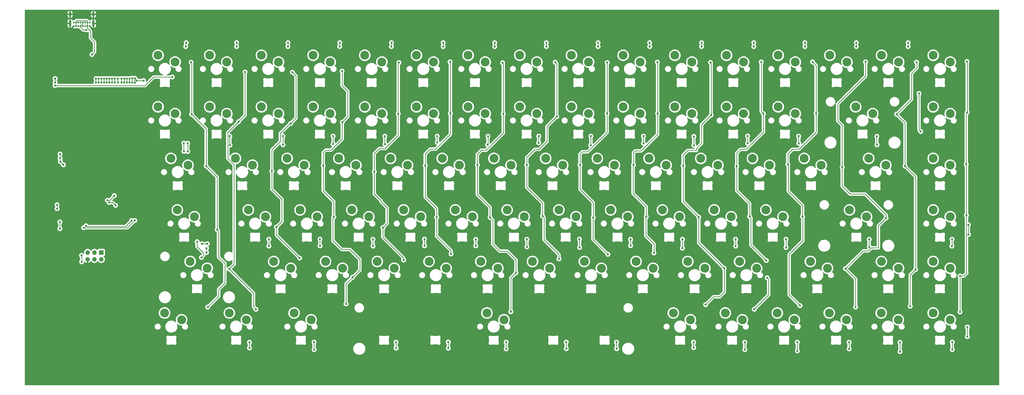
<source format=gbl>
G04 #@! TF.GenerationSoftware,KiCad,Pcbnew,7.0.5*
G04 #@! TF.CreationDate,2023-07-06T17:45:39-04:00*
G04 #@! TF.ProjectId,keyboard,6b657962-6f61-4726-942e-6b696361645f,rev?*
G04 #@! TF.SameCoordinates,Original*
G04 #@! TF.FileFunction,Copper,L2,Bot*
G04 #@! TF.FilePolarity,Positive*
%FSLAX46Y46*%
G04 Gerber Fmt 4.6, Leading zero omitted, Abs format (unit mm)*
G04 Created by KiCad (PCBNEW 7.0.5) date 2023-07-06 17:45:39*
%MOMM*%
%LPD*%
G01*
G04 APERTURE LIST*
G04 #@! TA.AperFunction,ComponentPad*
%ADD10C,3.300000*%
G04 #@! TD*
G04 #@! TA.AperFunction,ComponentPad*
%ADD11C,0.700000*%
G04 #@! TD*
G04 #@! TA.AperFunction,ComponentPad*
%ADD12O,0.900000X1.700000*%
G04 #@! TD*
G04 #@! TA.AperFunction,ComponentPad*
%ADD13O,0.900000X2.400000*%
G04 #@! TD*
G04 #@! TA.AperFunction,ComponentPad*
%ADD14R,1.700000X1.700000*%
G04 #@! TD*
G04 #@! TA.AperFunction,ComponentPad*
%ADD15O,1.700000X1.700000*%
G04 #@! TD*
G04 #@! TA.AperFunction,ViaPad*
%ADD16C,0.800000*%
G04 #@! TD*
G04 #@! TA.AperFunction,Conductor*
%ADD17C,0.250000*%
G04 #@! TD*
G04 APERTURE END LIST*
D10*
X195636230Y-255355000D03*
X189286230Y-252815000D03*
X171548036Y-255355000D03*
X165198036Y-252815000D03*
X219724424Y-255355000D03*
X213374424Y-252815000D03*
X173908036Y-197750000D03*
X167558036Y-195210000D03*
X411743036Y-236165000D03*
X405393036Y-233625000D03*
X433416068Y-197750000D03*
X427066068Y-195210000D03*
X176298036Y-216955000D03*
X169948036Y-214415000D03*
X212158036Y-236175000D03*
X205808036Y-233635000D03*
X294047320Y-197750000D03*
X287697320Y-195210000D03*
X231406161Y-236165000D03*
X225056161Y-233625000D03*
X217129464Y-197750000D03*
X210779464Y-195210000D03*
X269902411Y-236165000D03*
X263552411Y-233625000D03*
X438134911Y-236165000D03*
X431784911Y-233625000D03*
X313276784Y-197750000D03*
X306926784Y-195210000D03*
X169133036Y-178531250D03*
X162783036Y-175991250D03*
X274817856Y-197750000D03*
X268467856Y-195210000D03*
X291437618Y-255355000D03*
X285087618Y-252815000D03*
X438195536Y-159312500D03*
X431845536Y-156772500D03*
X221942922Y-216955000D03*
X215592922Y-214415000D03*
X409424104Y-197750000D03*
X403074104Y-195210000D03*
X399420950Y-255355000D03*
X393070950Y-252815000D03*
X360769562Y-255355000D03*
X354419562Y-252815000D03*
X255588392Y-197750000D03*
X249238392Y-195210000D03*
X395198036Y-216955000D03*
X388848036Y-214415000D03*
X385391161Y-236165000D03*
X379041161Y-233625000D03*
X197900000Y-197750000D03*
X191550000Y-195210000D03*
X418976786Y-159312500D03*
X412626786Y-156772500D03*
X399758036Y-178531250D03*
X393408036Y-175991250D03*
X457408036Y-197750000D03*
X451058036Y-195210000D03*
X457398036Y-216965000D03*
X451048036Y-214425000D03*
X370965176Y-197750000D03*
X364615176Y-195210000D03*
X351735712Y-197750000D03*
X345385712Y-195210000D03*
X308398661Y-236165000D03*
X302048661Y-233625000D03*
X380539286Y-178531250D03*
X374189286Y-175991250D03*
X327646786Y-236165000D03*
X321296786Y-233625000D03*
X346894911Y-236165000D03*
X340544911Y-233625000D03*
X181064286Y-236160000D03*
X174714286Y-233620000D03*
X418746644Y-255355000D03*
X412396644Y-252815000D03*
X390194640Y-197750000D03*
X383844640Y-195210000D03*
X337446330Y-216955000D03*
X331096330Y-214415000D03*
X318195762Y-216955000D03*
X311845762Y-214415000D03*
X332506248Y-197750000D03*
X326156248Y-195210000D03*
X457398036Y-178530000D03*
X451048036Y-175990000D03*
X298945194Y-216955000D03*
X292595194Y-214415000D03*
X366143036Y-236165000D03*
X359793036Y-233625000D03*
X279694626Y-216955000D03*
X273344626Y-214415000D03*
X380095256Y-255355000D03*
X373745256Y-252815000D03*
X399758036Y-159312500D03*
X393408036Y-156772500D03*
X380539286Y-159312500D03*
X374189286Y-156772500D03*
X361320536Y-159312500D03*
X354970536Y-156772500D03*
X342101786Y-159312500D03*
X335751786Y-156772500D03*
X322883036Y-159312500D03*
X316533036Y-156772500D03*
X303664286Y-159312500D03*
X297314286Y-156772500D03*
X284445536Y-159312500D03*
X278095536Y-156772500D03*
X265226786Y-159312500D03*
X258876786Y-156772500D03*
X246008036Y-159312500D03*
X239658036Y-156772500D03*
X226789286Y-159312500D03*
X220439286Y-156772500D03*
X207570536Y-159312500D03*
X201220536Y-156772500D03*
X188351786Y-159312500D03*
X182001786Y-156772500D03*
X260444058Y-216955000D03*
X254094058Y-214415000D03*
X169133036Y-159312500D03*
X162783036Y-156772500D03*
X426276786Y-216960000D03*
X419926786Y-214420000D03*
X457383036Y-236165000D03*
X451033036Y-233625000D03*
X236358928Y-197750000D03*
X230008928Y-195210000D03*
X457414286Y-159312500D03*
X451064286Y-156772500D03*
X241193490Y-216955000D03*
X234843490Y-214415000D03*
X375947466Y-216955000D03*
X369597466Y-214415000D03*
X250654286Y-236165000D03*
X244304286Y-233625000D03*
X428583036Y-178525000D03*
X422233036Y-175985000D03*
X289150536Y-236165000D03*
X282800536Y-233625000D03*
X202692354Y-216955000D03*
X196342354Y-214415000D03*
X342101786Y-178531250D03*
X335751786Y-175991250D03*
X322883036Y-178531250D03*
X316533036Y-175991250D03*
X303664286Y-178531250D03*
X297314286Y-175991250D03*
X284445536Y-178531250D03*
X278095536Y-175991250D03*
X265226786Y-178531250D03*
X258876786Y-175991250D03*
X246008036Y-178531250D03*
X239658036Y-175991250D03*
X226789286Y-178531250D03*
X220439286Y-175991250D03*
X207570536Y-178531250D03*
X201220536Y-175991250D03*
X188351786Y-178531250D03*
X182001786Y-175991250D03*
X361320536Y-178531250D03*
X354970536Y-175991250D03*
X356696898Y-216955000D03*
X350346898Y-214415000D03*
X438072338Y-255355000D03*
X431722338Y-252815000D03*
X457398036Y-255355000D03*
X451048036Y-252815000D03*
D11*
X137364286Y-145862500D03*
X136514286Y-145862500D03*
X135664286Y-145862500D03*
X134814286Y-145862500D03*
X133964286Y-145862500D03*
X133114286Y-145862500D03*
X132264286Y-145862500D03*
X131414286Y-145862500D03*
X131414286Y-144512500D03*
X132264286Y-144512500D03*
X133114286Y-144512500D03*
X133964286Y-144512500D03*
X134814286Y-144512500D03*
X135664286Y-144512500D03*
X136514286Y-144512500D03*
X137364286Y-144512500D03*
D12*
X130064286Y-141502500D03*
X138714286Y-141502500D03*
D13*
X130064286Y-144882500D03*
X138714286Y-144882500D03*
D14*
X141652856Y-230265000D03*
D15*
X141652856Y-232805000D03*
X139112856Y-230265000D03*
X139112856Y-232805000D03*
X136572856Y-230265000D03*
X136572856Y-232805000D03*
D16*
X134314286Y-231337500D03*
X134389286Y-233762500D03*
X126439286Y-196387500D03*
X127564286Y-197562500D03*
X126364286Y-195212000D03*
X126314286Y-193562500D03*
X124489286Y-168037500D03*
X168064286Y-164862500D03*
X126264286Y-218887500D03*
X126264286Y-221412000D03*
X125214286Y-212490500D03*
X125239286Y-213939500D03*
X124489286Y-165438000D03*
X124489286Y-166887000D03*
X138189286Y-156487500D03*
X136114286Y-147312500D03*
X146988786Y-212687500D03*
X144639786Y-211612500D03*
X146483656Y-209107272D03*
X143964286Y-210812500D03*
X139665777Y-166887000D03*
X139667765Y-165438000D03*
X140665280Y-166887000D03*
X441739286Y-152065500D03*
X441745536Y-153514500D03*
X140667268Y-165438000D03*
X141664783Y-166887000D03*
X142664286Y-166887000D03*
X141666771Y-165438000D03*
X422464286Y-153514500D03*
X422464286Y-152065500D03*
X142666274Y-165438000D03*
X403339286Y-153514500D03*
X403339286Y-152065500D03*
X143665777Y-166887000D03*
X143665777Y-165438000D03*
X384339286Y-153514500D03*
X384339286Y-152065500D03*
X144665280Y-166887000D03*
X144665280Y-165438000D03*
X364914286Y-152065500D03*
X364914286Y-153514500D03*
X145664783Y-166887000D03*
X145664783Y-165438000D03*
X345589286Y-152065500D03*
X345639286Y-153514500D03*
X146664286Y-166887000D03*
X146664286Y-165438000D03*
X326439286Y-152065500D03*
X326414286Y-153514500D03*
X147864286Y-166887000D03*
X147864286Y-165438000D03*
X307189286Y-152065500D03*
X307189286Y-153514500D03*
X149182211Y-166887015D03*
X149199510Y-165438000D03*
X287989286Y-152065500D03*
X287989286Y-153514500D03*
X150181713Y-166886800D03*
X150199013Y-165438000D03*
X268814286Y-152065500D03*
X268814286Y-153514500D03*
X151181215Y-166887612D03*
X151198515Y-165437989D03*
X249589286Y-152065500D03*
X249564286Y-153514500D03*
X152180717Y-166887000D03*
X152198017Y-165438187D03*
X230364286Y-152065500D03*
X230314286Y-153514500D03*
X153180220Y-166887000D03*
X153179197Y-165247685D03*
X211089286Y-152065500D03*
X211064286Y-153514500D03*
X135961069Y-220313000D03*
X154173746Y-166993525D03*
X154168842Y-165385094D03*
X192014286Y-152065500D03*
X192014286Y-153514500D03*
X152932864Y-218363000D03*
X135139286Y-221037500D03*
X154102841Y-218326555D03*
X173264286Y-152065500D03*
X173064286Y-153514500D03*
X463614286Y-159087500D03*
X463714286Y-178037500D03*
X463339286Y-197412500D03*
X463414786Y-216387500D03*
X461014286Y-239037500D03*
X461014286Y-252437500D03*
X444864286Y-159337500D03*
X437439286Y-178712500D03*
X440564286Y-198087500D03*
X444489286Y-236587500D03*
X442514286Y-250312500D03*
X425914286Y-159212500D03*
X417214286Y-198487500D03*
X433539286Y-217437500D03*
X422189286Y-250587500D03*
X418414286Y-236287500D03*
X406189286Y-159237500D03*
X407489286Y-178462500D03*
X397014286Y-197487500D03*
X402464286Y-216862500D03*
X401514286Y-250062500D03*
X389289286Y-239712500D03*
X384489286Y-251412500D03*
X387114286Y-159237500D03*
X387889286Y-178512500D03*
X378014286Y-198137500D03*
X382764286Y-216862500D03*
X388989286Y-233237500D03*
X368214286Y-159437500D03*
X368464286Y-179037500D03*
X358064286Y-197937500D03*
X363864286Y-217062500D03*
X373289286Y-236112500D03*
X366414286Y-249737500D03*
X348489286Y-159312500D03*
X348564286Y-178487500D03*
X339614286Y-197662500D03*
X347214286Y-230412500D03*
X344339286Y-216887500D03*
X329814286Y-159462500D03*
X329789286Y-178437500D03*
X319714286Y-197662500D03*
X324614286Y-217262500D03*
X330089286Y-230962500D03*
X310464286Y-159337500D03*
X311064286Y-179612500D03*
X299914286Y-197662500D03*
X305764286Y-216687500D03*
X311864286Y-232637500D03*
X290889286Y-159537500D03*
X291164286Y-178612500D03*
X281539286Y-197637500D03*
X286239286Y-217187500D03*
X293989286Y-252362500D03*
X295864286Y-237862500D03*
X271364286Y-159212500D03*
X271489286Y-178437500D03*
X262139286Y-197862500D03*
X266389286Y-217112500D03*
X271739286Y-230812500D03*
X252364286Y-159462500D03*
X252089286Y-178537500D03*
X243189286Y-200162500D03*
X246389286Y-221012500D03*
X254114286Y-233087500D03*
X231214286Y-162687500D03*
X231289286Y-181712500D03*
X224189286Y-197862500D03*
X228114286Y-217037500D03*
X232689286Y-249439500D03*
X235114286Y-239512500D03*
X212714286Y-163087500D03*
X212089286Y-182187500D03*
X205089286Y-199962500D03*
X206814286Y-220762500D03*
X215414286Y-232337500D03*
X195139286Y-162987500D03*
X192689286Y-181537500D03*
X189264286Y-236437500D03*
X199189286Y-251437500D03*
X175064286Y-159362500D03*
X175264286Y-178762500D03*
X180664286Y-198037500D03*
X184764286Y-221787500D03*
X181264286Y-250612500D03*
X196764286Y-263712500D03*
X196764286Y-265862000D03*
X220814286Y-266462000D03*
X220789286Y-263687500D03*
X251314286Y-265937000D03*
X251289286Y-263712500D03*
X270714286Y-263637500D03*
X270739286Y-265962000D03*
X292264286Y-266212000D03*
X292239286Y-263687500D03*
X314614286Y-266112000D03*
X314564286Y-263662500D03*
X333289286Y-263687500D03*
X333339286Y-266162000D03*
X361989286Y-265712500D03*
X361939286Y-263687500D03*
X381014286Y-266462000D03*
X380989286Y-263712500D03*
X400514286Y-263687500D03*
X400539286Y-266936500D03*
X419789286Y-266212000D03*
X419789286Y-263712500D03*
X438739286Y-267186500D03*
X438714286Y-263762500D03*
X458139286Y-266462000D03*
X458139286Y-263687500D03*
X463764286Y-261637500D03*
X463764286Y-258037500D03*
X178889286Y-232137500D03*
X177314286Y-226237500D03*
X179064286Y-227012500D03*
X181118521Y-227017136D03*
X203989286Y-227887000D03*
X203989286Y-225312500D03*
X223039286Y-227812000D03*
X222989286Y-225312500D03*
X242714286Y-227887000D03*
X242689286Y-225312500D03*
X261864286Y-225287500D03*
X261889286Y-227787000D03*
X280939286Y-227787000D03*
X280939286Y-225387500D03*
X299939286Y-225337500D03*
X299964286Y-228162000D03*
X319514286Y-225312500D03*
X319564286Y-228436500D03*
X338539286Y-227712000D03*
X338514286Y-225337500D03*
X357764286Y-228636500D03*
X357814286Y-225312500D03*
X377564286Y-225337500D03*
X377589286Y-227912000D03*
X396339286Y-228412500D03*
X396314286Y-225337500D03*
X427239286Y-225337500D03*
X427289286Y-228237500D03*
X458064286Y-225312500D03*
X457989286Y-227912000D03*
X464164286Y-223587500D03*
X464139286Y-219962500D03*
X172364286Y-189487500D03*
X172389286Y-192562500D03*
X189514286Y-190262500D03*
X189464286Y-186912500D03*
X209214286Y-186862500D03*
X209214286Y-190112500D03*
X227889286Y-189862000D03*
X227864286Y-186862500D03*
X247189286Y-189962000D03*
X247114286Y-186937500D03*
X266589286Y-189237500D03*
X266589286Y-186937500D03*
X285364286Y-190111500D03*
X285489286Y-186937500D03*
X304339286Y-189387000D03*
X304364286Y-186912500D03*
X323739286Y-186912500D03*
X323714286Y-190312500D03*
X343314286Y-189562000D03*
X343314286Y-186901250D03*
X362039286Y-190337000D03*
X362039286Y-187012500D03*
X382064286Y-189612500D03*
X382064286Y-186837500D03*
X401088293Y-189635513D03*
X401014286Y-186912500D03*
X430089286Y-186987500D03*
X430164286Y-190112000D03*
X446414286Y-185162500D03*
X445789286Y-170987500D03*
X180814286Y-228662500D03*
X180789286Y-230289500D03*
X173814286Y-192612500D03*
X173814286Y-189562500D03*
X154764786Y-166187500D03*
X157389286Y-166187500D03*
D17*
X124489286Y-165438000D02*
X124489286Y-166887000D01*
X157939286Y-168037500D02*
X124489286Y-168037500D01*
X161114286Y-164862500D02*
X157939286Y-168037500D01*
X168064286Y-164862500D02*
X161114286Y-164862500D01*
X134389286Y-231412500D02*
X134314286Y-231337500D01*
X134389286Y-233762500D02*
X134389286Y-231412500D01*
X126439286Y-196437500D02*
X127564286Y-197562500D01*
X126439286Y-196387500D02*
X126439286Y-196437500D01*
X126314286Y-195162000D02*
X126364286Y-195212000D01*
X126314286Y-193562500D02*
X126314286Y-195162000D01*
X126264286Y-221412000D02*
X126264286Y-218887500D01*
X125214286Y-213914500D02*
X125239286Y-213939500D01*
X125214286Y-212490500D02*
X125214286Y-213914500D01*
X132264286Y-144512500D02*
X132264286Y-145862500D01*
X132444312Y-143837500D02*
X132264286Y-144017526D01*
X136334260Y-143837500D02*
X132444312Y-143837500D01*
X136514286Y-144017526D02*
X136334260Y-143837500D01*
X136514286Y-144512500D02*
X136514286Y-144017526D01*
X132264286Y-144017526D02*
X132264286Y-144512500D01*
X136514286Y-145862500D02*
X136514286Y-144512500D01*
X138189286Y-156462500D02*
X138189286Y-156487500D01*
X139164286Y-151837500D02*
X139164286Y-155487500D01*
X137664286Y-150337500D02*
X139164286Y-151837500D01*
X139164286Y-155487500D02*
X138189286Y-156462500D01*
X137664286Y-147837195D02*
X137664286Y-150337500D01*
X136514286Y-146687195D02*
X137664286Y-147837195D01*
X136514286Y-145862500D02*
X136514286Y-146687195D01*
X134919312Y-147312500D02*
X136114286Y-147312500D01*
X133964286Y-146357474D02*
X134919312Y-147312500D01*
X133964286Y-145862500D02*
X133964286Y-146357474D01*
X134814286Y-144907905D02*
X133964286Y-145757905D01*
X133964286Y-145757905D02*
X133964286Y-145862500D01*
X134814286Y-144512500D02*
X134814286Y-144907905D01*
X144639786Y-211612500D02*
X145913786Y-211612500D01*
X145913786Y-211612500D02*
X146988786Y-212687500D01*
X144778428Y-210812500D02*
X146483656Y-209107272D01*
X143964286Y-210812500D02*
X144778428Y-210812500D01*
X139667765Y-166885012D02*
X139665777Y-166887000D01*
X139667765Y-165438000D02*
X139667765Y-166885012D01*
X140667268Y-165438000D02*
X140667268Y-166885012D01*
X140667268Y-166885012D02*
X140665280Y-166887000D01*
X441745536Y-152071750D02*
X441739286Y-152065500D01*
X441745536Y-153514500D02*
X441745536Y-152071750D01*
X141666771Y-166885012D02*
X141664783Y-166887000D01*
X141666771Y-165438000D02*
X141666771Y-166885012D01*
X142666274Y-166885012D02*
X142664286Y-166887000D01*
X142666274Y-165438000D02*
X142666274Y-166885012D01*
X422464286Y-153514500D02*
X422464286Y-152065500D01*
X403339286Y-153514500D02*
X403339286Y-152065500D01*
X143665777Y-165438000D02*
X143665777Y-166887000D01*
X384339286Y-153514500D02*
X384339286Y-152065500D01*
X144665280Y-165438000D02*
X144665280Y-166887000D01*
X364914286Y-153514500D02*
X364914286Y-152065500D01*
X145664783Y-165438000D02*
X145664783Y-166887000D01*
X345639286Y-153514500D02*
X345639286Y-152115500D01*
X345639286Y-152115500D02*
X345589286Y-152065500D01*
X154039786Y-165887195D02*
X154039786Y-166859565D01*
X154564286Y-165438801D02*
X154564286Y-165462500D01*
X154168842Y-165385094D02*
X154510579Y-165385094D01*
X154464481Y-165462500D02*
X154039786Y-165887195D01*
X154510579Y-165385094D02*
X154564286Y-165438801D01*
X154039786Y-166859565D02*
X154173746Y-166993525D01*
X154564286Y-165462500D02*
X154464481Y-165462500D01*
X154764786Y-166187500D02*
X157389286Y-166187500D01*
X153179197Y-165247685D02*
X153139286Y-165287596D01*
X153139286Y-165287596D02*
X153139286Y-166846066D01*
X153139286Y-166846066D02*
X153180220Y-166887000D01*
X146664286Y-165438000D02*
X146664286Y-166887000D01*
X326414286Y-152090500D02*
X326439286Y-152065500D01*
X326414286Y-153514500D02*
X326414286Y-152090500D01*
X307189286Y-153514500D02*
X307189286Y-152065500D01*
X147864286Y-165438000D02*
X147864286Y-166887000D01*
X149199510Y-166869716D02*
X149182211Y-166887015D01*
X287989286Y-153514500D02*
X287989286Y-152065500D01*
X149199510Y-165438000D02*
X149199510Y-166869716D01*
X150199013Y-166869500D02*
X150181713Y-166886800D01*
X150199013Y-165438000D02*
X150199013Y-166869500D01*
X268814286Y-153514500D02*
X268814286Y-152065500D01*
X151198515Y-166870312D02*
X151181215Y-166887612D01*
X151198515Y-165437989D02*
X151198515Y-166870312D01*
X249564286Y-153514500D02*
X249564286Y-152090500D01*
X249564286Y-152090500D02*
X249589286Y-152065500D01*
X152198017Y-166869700D02*
X152180717Y-166887000D01*
X152198017Y-165438187D02*
X152198017Y-166869700D01*
X230314286Y-152115500D02*
X230364286Y-152065500D01*
X230314286Y-153514500D02*
X230314286Y-152115500D01*
X211064286Y-152090500D02*
X211089286Y-152065500D01*
X211064286Y-153514500D02*
X211064286Y-152090500D01*
X136235569Y-220587500D02*
X135961069Y-220313000D01*
X150708364Y-220587500D02*
X140289286Y-220587500D01*
X152932864Y-218363000D02*
X150708364Y-220587500D01*
X192014286Y-153514500D02*
X192014286Y-152065500D01*
X140289286Y-220587500D02*
X136235569Y-220587500D01*
X151391896Y-221037500D02*
X135139286Y-221037500D01*
X154102841Y-218326555D02*
X151391896Y-221037500D01*
X173064286Y-152265500D02*
X173264286Y-152065500D01*
X173064286Y-153514500D02*
X173064286Y-152265500D01*
X463714286Y-159187500D02*
X463614286Y-159087500D01*
X463714286Y-178037500D02*
X463714286Y-159187500D01*
X463339286Y-178412500D02*
X463714286Y-178037500D01*
X463339286Y-197412500D02*
X463339286Y-178412500D01*
X463414786Y-197488000D02*
X463339286Y-197412500D01*
X463414786Y-216387500D02*
X463414786Y-197488000D01*
X463564286Y-237937500D02*
X463414286Y-237787500D01*
X462464286Y-239037500D02*
X463564286Y-237937500D01*
X463414286Y-216388000D02*
X463414786Y-216387500D01*
X461014286Y-239037500D02*
X462464286Y-239037500D01*
X463414286Y-237787500D02*
X463414286Y-216388000D01*
X461014286Y-252437500D02*
X461014286Y-239037500D01*
X442989286Y-163387500D02*
X443139286Y-163387500D01*
X443139286Y-163387500D02*
X445014286Y-161512500D01*
X442989286Y-173162500D02*
X442989286Y-163387500D01*
X445014286Y-161512500D02*
X445014286Y-159487500D01*
X445014286Y-159487500D02*
X444864286Y-159337500D01*
X437439286Y-178712500D02*
X442989286Y-173162500D01*
X440564286Y-181837500D02*
X437439286Y-178712500D01*
X440564286Y-198087500D02*
X440564286Y-181837500D01*
X444489286Y-202012500D02*
X440564286Y-198087500D01*
X444489286Y-236587500D02*
X444489286Y-202012500D01*
X442514286Y-238562500D02*
X444489286Y-236587500D01*
X442514286Y-250312500D02*
X442514286Y-238562500D01*
X425914286Y-164512500D02*
X425914286Y-159212500D01*
X415539286Y-174887500D02*
X418589286Y-171837500D01*
X415539286Y-181162500D02*
X415539286Y-174887500D01*
X418589286Y-171837500D02*
X425914286Y-164512500D01*
X417214286Y-182837500D02*
X415539286Y-181162500D01*
X417214286Y-198487500D02*
X417214286Y-182837500D01*
X417214286Y-205537500D02*
X417214286Y-198487500D01*
X420164286Y-208487500D02*
X417214286Y-205537500D01*
X427514286Y-210237500D02*
X425764286Y-208487500D01*
X433539286Y-216262500D02*
X427514286Y-210237500D01*
X425764286Y-208487500D02*
X420164286Y-208487500D01*
X433539286Y-217437500D02*
X433539286Y-216262500D01*
X430664286Y-220312500D02*
X433539286Y-217437500D01*
X426839591Y-229712500D02*
X428014591Y-228537500D01*
X425764286Y-229712500D02*
X426839591Y-229712500D01*
X428014591Y-228537500D02*
X430664286Y-228537500D01*
X424989286Y-229712500D02*
X425764286Y-229712500D01*
X430664286Y-228537500D02*
X430664286Y-220312500D01*
X418414286Y-236287500D02*
X424989286Y-229712500D01*
X422189286Y-240062500D02*
X418414286Y-236287500D01*
X422189286Y-250587500D02*
X422189286Y-240062500D01*
X407489286Y-160537500D02*
X406189286Y-159237500D01*
X407489286Y-178462500D02*
X407489286Y-160537500D01*
X403289286Y-189662500D02*
X407439286Y-185512500D01*
X401164286Y-191787500D02*
X403289286Y-189662500D01*
X398739286Y-191787500D02*
X401164286Y-191787500D01*
X407489286Y-185362500D02*
X407489286Y-178462500D01*
X407439286Y-185412500D02*
X407489286Y-185362500D01*
X397014286Y-193512500D02*
X398739286Y-191787500D01*
X407439286Y-185512500D02*
X407439286Y-185412500D01*
X397014286Y-197487500D02*
X397014286Y-193512500D01*
X397164286Y-207412500D02*
X397164286Y-197637500D01*
X402464286Y-212712500D02*
X397164286Y-207412500D01*
X397164286Y-197637500D02*
X397014286Y-197487500D01*
X402464286Y-216862500D02*
X402464286Y-212712500D01*
X402564286Y-225912500D02*
X402564286Y-216962500D01*
X397489286Y-231737500D02*
X397489286Y-230987500D01*
X397489286Y-246037500D02*
X397489286Y-231737500D01*
X402564286Y-216962500D02*
X402464286Y-216862500D01*
X401514286Y-250062500D02*
X397489286Y-246037500D01*
X397489286Y-230987500D02*
X402564286Y-225912500D01*
X389864286Y-240287500D02*
X389289286Y-239712500D01*
X389864286Y-246037500D02*
X389864286Y-240287500D01*
X384489286Y-251412500D02*
X389864286Y-246037500D01*
X387114286Y-177737500D02*
X387114286Y-159237500D01*
X387889286Y-178512500D02*
X387114286Y-177737500D01*
X381514286Y-191787500D02*
X383764286Y-189537500D01*
X387889286Y-185412500D02*
X387889286Y-178512500D01*
X379389286Y-191787500D02*
X381514286Y-191787500D01*
X378014286Y-193162500D02*
X379389286Y-191787500D01*
X383764286Y-189537500D02*
X387889286Y-185412500D01*
X378014286Y-198137500D02*
X378014286Y-193162500D01*
X378014286Y-207212500D02*
X378014286Y-198137500D01*
X378214286Y-207412500D02*
X378014286Y-207212500D01*
X382764286Y-211962500D02*
X378214286Y-207412500D01*
X382764286Y-216862500D02*
X382764286Y-211962500D01*
X388989286Y-233237500D02*
X383239286Y-227487500D01*
X383239286Y-227487500D02*
X383239286Y-224837500D01*
X383239286Y-217337500D02*
X382764286Y-216862500D01*
X383239286Y-224837500D02*
X383239286Y-217337500D01*
X368464286Y-159687500D02*
X368214286Y-159437500D01*
X368464286Y-179037500D02*
X368464286Y-159687500D01*
X364889286Y-189612500D02*
X364889286Y-182612500D01*
X359764286Y-192237500D02*
X362964286Y-192237500D01*
X362964286Y-191537500D02*
X364889286Y-189612500D01*
X358064286Y-193937500D02*
X359764286Y-192237500D01*
X362964286Y-192237500D02*
X362964286Y-191537500D01*
X364889286Y-182612500D02*
X368464286Y-179037500D01*
X358064286Y-197937500D02*
X358064286Y-193937500D01*
X358064286Y-211262500D02*
X358064286Y-197937500D01*
X363864286Y-217062500D02*
X358064286Y-211262500D01*
X363864286Y-226687500D02*
X363864286Y-217062500D01*
X373289286Y-236112500D02*
X363864286Y-226687500D01*
X373389286Y-236212500D02*
X373289286Y-236112500D01*
X373389286Y-245037500D02*
X373389286Y-236212500D01*
X371664286Y-246762500D02*
X373389286Y-245037500D01*
X370889286Y-246762500D02*
X371664286Y-246762500D01*
X369389286Y-246762500D02*
X370889286Y-246762500D01*
X366414286Y-249737500D02*
X369389286Y-246762500D01*
X348564286Y-159387500D02*
X348489286Y-159312500D01*
X348564286Y-178487500D02*
X348564286Y-159387500D01*
X348564286Y-186262500D02*
X348564286Y-178487500D01*
X342414286Y-192412500D02*
X345214286Y-189612500D01*
X340289286Y-192412500D02*
X342414286Y-192412500D01*
X345214286Y-189612500D02*
X348564286Y-186262500D01*
X339614286Y-193087500D02*
X340289286Y-192412500D01*
X339614286Y-197662500D02*
X339614286Y-193087500D01*
X339414286Y-208237500D02*
X339414286Y-197862500D01*
X339414286Y-197862500D02*
X339614286Y-197662500D01*
X344339286Y-213162500D02*
X339414286Y-208237500D01*
X344339286Y-216887500D02*
X344339286Y-213162500D01*
X344164286Y-224037500D02*
X344164286Y-217062500D01*
X347214286Y-227087500D02*
X344164286Y-224037500D01*
X344164286Y-217062500D02*
X344339286Y-216887500D01*
X347214286Y-230412500D02*
X347214286Y-227087500D01*
X329789286Y-159487500D02*
X329814286Y-159462500D01*
X329789286Y-178437500D02*
X329789286Y-159487500D01*
X322539286Y-192737500D02*
X325214286Y-190062500D01*
X320514286Y-192737500D02*
X322539286Y-192737500D01*
X329789286Y-185487500D02*
X329789286Y-178437500D01*
X319714286Y-193537500D02*
X320514286Y-192737500D01*
X325214286Y-190062500D02*
X329789286Y-185487500D01*
X319714286Y-197662500D02*
X319714286Y-193537500D01*
X319739286Y-197687500D02*
X319714286Y-197662500D01*
X319739286Y-206787500D02*
X319739286Y-197687500D01*
X324614286Y-211662500D02*
X319739286Y-206787500D01*
X324614286Y-217262500D02*
X324614286Y-211662500D01*
X324514286Y-217362500D02*
X324614286Y-217262500D01*
X324514286Y-225387500D02*
X324514286Y-224787500D01*
X330089286Y-230962500D02*
X324514286Y-225387500D01*
X324514286Y-224787500D02*
X324514286Y-217362500D01*
X311064286Y-159937500D02*
X310464286Y-159337500D01*
X311064286Y-179612500D02*
X311064286Y-159937500D01*
X307414286Y-188912500D02*
X307414286Y-183262500D01*
X307364286Y-188912500D02*
X307414286Y-188912500D01*
X307414286Y-183262500D02*
X311064286Y-179612500D01*
X304439286Y-191837500D02*
X307364286Y-188912500D01*
X299914286Y-194837305D02*
X302914091Y-191837500D01*
X302914091Y-191837500D02*
X304439286Y-191837500D01*
X299914286Y-197662500D02*
X299914286Y-194837305D01*
X299914286Y-205962500D02*
X299914286Y-197662500D01*
X300114286Y-206162500D02*
X299914286Y-205962500D01*
X305764286Y-211812500D02*
X300114286Y-206162500D01*
X305764286Y-216687500D02*
X305764286Y-211812500D01*
X306339286Y-217262500D02*
X305764286Y-216687500D01*
X311864286Y-232637500D02*
X311864286Y-231012500D01*
X306339286Y-225487500D02*
X306339286Y-217262500D01*
X311864286Y-231012500D02*
X306339286Y-225487500D01*
X291164286Y-159812500D02*
X290889286Y-159537500D01*
X291164286Y-178612500D02*
X291164286Y-159812500D01*
X291164286Y-185762500D02*
X291164286Y-178612500D01*
X287539286Y-189387500D02*
X291164286Y-185762500D01*
X283039286Y-192137500D02*
X284789286Y-192137500D01*
X281539286Y-193637500D02*
X283039286Y-192137500D01*
X284789286Y-192137500D02*
X287539286Y-189387500D01*
X281539286Y-197637500D02*
X281539286Y-193637500D01*
X281539286Y-208712500D02*
X281539286Y-197637500D01*
X282789286Y-209962500D02*
X281539286Y-208712500D01*
X286239286Y-213412500D02*
X282789286Y-209962500D01*
X286239286Y-217187500D02*
X286239286Y-213412500D01*
X287264286Y-224387500D02*
X287264286Y-218212500D01*
X289839286Y-229787500D02*
X287264286Y-227212500D01*
X292664286Y-229787500D02*
X289839286Y-229787500D01*
X287264286Y-218212500D02*
X286239286Y-217187500D01*
X295964286Y-233087500D02*
X292664286Y-229787500D01*
X295864286Y-233187500D02*
X295964286Y-233087500D01*
X295864286Y-237862500D02*
X295864286Y-233187500D01*
X287264286Y-227212500D02*
X287264286Y-224387500D01*
X293989286Y-239737500D02*
X295864286Y-237862500D01*
X293989286Y-252362500D02*
X293989286Y-239737500D01*
X271489286Y-159337500D02*
X271364286Y-159212500D01*
X271489286Y-178437500D02*
X271489286Y-159337500D01*
X269364286Y-188337500D02*
X271489286Y-186212500D01*
X265939286Y-191762500D02*
X269364286Y-188337500D01*
X263964286Y-191762500D02*
X265939286Y-191762500D01*
X262139286Y-193587500D02*
X263964286Y-191762500D01*
X271489286Y-186212500D02*
X271489286Y-178437500D01*
X262139286Y-197862500D02*
X262139286Y-193587500D01*
X262139286Y-209637500D02*
X262139286Y-197862500D01*
X266389286Y-213887500D02*
X262139286Y-209637500D01*
X266389286Y-217112500D02*
X266389286Y-213887500D01*
X266389286Y-224237500D02*
X266389286Y-217112500D01*
X271739286Y-229587500D02*
X266764286Y-224612500D01*
X271739286Y-230812500D02*
X271739286Y-229587500D01*
X266764286Y-224612500D02*
X266389286Y-224237500D01*
X252089286Y-159737500D02*
X252364286Y-159462500D01*
X252089286Y-178537500D02*
X252089286Y-159737500D01*
X252089286Y-186612500D02*
X252089286Y-178537500D01*
X248289286Y-190412500D02*
X252089286Y-186612500D01*
X247189286Y-191512500D02*
X248289286Y-190412500D01*
X243189286Y-193362500D02*
X245039286Y-191512500D01*
X243189286Y-200162500D02*
X243189286Y-193362500D01*
X245039286Y-191512500D02*
X247189286Y-191512500D01*
X245714286Y-210962500D02*
X243189286Y-208437500D01*
X245714286Y-211312500D02*
X245714286Y-210962500D01*
X247989286Y-213587500D02*
X245714286Y-211312500D01*
X247989286Y-219412500D02*
X247989286Y-213587500D01*
X243189286Y-208437500D02*
X243189286Y-200162500D01*
X246389286Y-221012500D02*
X247989286Y-219412500D01*
X254114286Y-233087500D02*
X254114286Y-232362500D01*
X246389286Y-224637500D02*
X246389286Y-221012500D01*
X246539286Y-224787500D02*
X246389286Y-224637500D01*
X254114286Y-232362500D02*
X246539286Y-224787500D01*
X231239286Y-162712500D02*
X231214286Y-162687500D01*
X231239286Y-168037500D02*
X231239286Y-162712500D01*
X233289286Y-170087500D02*
X231239286Y-168037500D01*
X233289286Y-179712500D02*
X233289286Y-170087500D01*
X231289286Y-181712500D02*
X233289286Y-179712500D01*
X231289286Y-187937500D02*
X231289286Y-181712500D01*
X229364286Y-189862500D02*
X231289286Y-187937500D01*
X224189286Y-193012500D02*
X225114286Y-192087500D01*
X225114286Y-192087500D02*
X227139286Y-192087500D01*
X224189286Y-197862500D02*
X224189286Y-193012500D01*
X227139286Y-192087500D02*
X229364286Y-189862500D01*
X224189286Y-207337500D02*
X224189286Y-197862500D01*
X225389286Y-208537500D02*
X224189286Y-207337500D01*
X228114286Y-217037500D02*
X228114286Y-211262500D01*
X228114286Y-211262500D02*
X225389286Y-208537500D01*
X227814286Y-226037500D02*
X227814286Y-217337500D01*
X228014286Y-226037500D02*
X227814286Y-226037500D01*
X237814286Y-232837500D02*
X234114286Y-229137500D01*
X227814286Y-217337500D02*
X228114286Y-217037500D01*
X237814286Y-236812500D02*
X237814286Y-232837500D01*
X234114286Y-229137500D02*
X231114286Y-229137500D01*
X235114286Y-239512500D02*
X237814286Y-236812500D01*
X231114286Y-229137500D02*
X228014286Y-226037500D01*
X232689286Y-249439500D02*
X232689286Y-241937500D01*
X232689286Y-241937500D02*
X235114286Y-239512500D01*
X214064286Y-164437500D02*
X212714286Y-163087500D01*
X212089286Y-182187500D02*
X214064286Y-180212500D01*
X214064286Y-180212500D02*
X214064286Y-164437500D01*
X208289286Y-185737500D02*
X211839286Y-182187500D01*
X207714286Y-189437500D02*
X208289286Y-188862500D01*
X205089286Y-192062500D02*
X207714286Y-189437500D01*
X211839286Y-182187500D02*
X212089286Y-182187500D01*
X205089286Y-199962500D02*
X205089286Y-192062500D01*
X208289286Y-188862500D02*
X208289286Y-185737500D01*
X205089286Y-206687500D02*
X205089286Y-199962500D01*
X208839286Y-218737500D02*
X208839286Y-218262500D01*
X208839286Y-218262500D02*
X208839286Y-210437500D01*
X206814286Y-220762500D02*
X208839286Y-218737500D01*
X208839286Y-210437500D02*
X205314286Y-206912500D01*
X205314286Y-206912500D02*
X205089286Y-206687500D01*
X206814286Y-223737500D02*
X206814286Y-220762500D01*
X215414286Y-232337500D02*
X206814286Y-223737500D01*
X195139286Y-179087500D02*
X195139286Y-162987500D01*
X192689286Y-181537500D02*
X195139286Y-179087500D01*
X188739286Y-185487500D02*
X192689286Y-181537500D01*
X188739286Y-195192358D02*
X188739286Y-185487500D01*
X191059536Y-197512608D02*
X188739286Y-195192358D01*
X191059536Y-234642250D02*
X191059536Y-197512608D01*
X189264286Y-236437500D02*
X191059536Y-234642250D01*
X198275682Y-245448896D02*
X189264286Y-236437500D01*
X198275682Y-250523896D02*
X198275682Y-245448896D01*
X199189286Y-251437500D02*
X198275682Y-250523896D01*
X175264286Y-159562500D02*
X175064286Y-159362500D01*
X175264286Y-178762500D02*
X175264286Y-159562500D01*
X180664286Y-184162500D02*
X175264286Y-178762500D01*
X180664286Y-198037500D02*
X180664286Y-184162500D01*
X184764286Y-202137500D02*
X180664286Y-198037500D01*
X184764286Y-221787500D02*
X184764286Y-202137500D01*
X185239286Y-231987500D02*
X185239286Y-222262500D01*
X185239286Y-222262500D02*
X184764286Y-221787500D01*
X185314286Y-231987500D02*
X185239286Y-231987500D01*
X187639286Y-234312500D02*
X185314286Y-231987500D01*
X187639286Y-241662500D02*
X187639286Y-234312500D01*
X185314286Y-243987500D02*
X187639286Y-241662500D01*
X185314286Y-246562500D02*
X185314286Y-244612500D01*
X181264286Y-250612500D02*
X185314286Y-246562500D01*
X185314286Y-244612500D02*
X185314286Y-243987500D01*
X196764286Y-263712500D02*
X196764286Y-265862000D01*
X220789286Y-266437000D02*
X220814286Y-266462000D01*
X220789286Y-263687500D02*
X220789286Y-266437000D01*
X251289286Y-263712500D02*
X251289286Y-265912000D01*
X251289286Y-265912000D02*
X251314286Y-265937000D01*
X270714286Y-265937000D02*
X270739286Y-265962000D01*
X270714286Y-263637500D02*
X270714286Y-265937000D01*
X292239286Y-263687500D02*
X292239286Y-266187000D01*
X292239286Y-266187000D02*
X292264286Y-266212000D01*
X314564286Y-263662500D02*
X314564286Y-266062000D01*
X314564286Y-266062000D02*
X314614286Y-266112000D01*
X333289286Y-266112000D02*
X333339286Y-266162000D01*
X333289286Y-263687500D02*
X333289286Y-266112000D01*
X361939286Y-265662500D02*
X361989286Y-265712500D01*
X361939286Y-263687500D02*
X361939286Y-265662500D01*
X380989286Y-266437000D02*
X381014286Y-266462000D01*
X380989286Y-263712500D02*
X380989286Y-266437000D01*
X400514286Y-263687500D02*
X400514286Y-266911500D01*
X400514286Y-266911500D02*
X400539286Y-266936500D01*
X419789286Y-263712500D02*
X419789286Y-266212000D01*
X438714286Y-267161500D02*
X438739286Y-267186500D01*
X438714286Y-263762500D02*
X438714286Y-267161500D01*
X458139286Y-263687500D02*
X458139286Y-266462000D01*
X463764286Y-258037500D02*
X463764286Y-261637500D01*
X179664286Y-231362500D02*
X178889286Y-232137500D01*
X179664286Y-230437500D02*
X179664286Y-231362500D01*
X177314286Y-226237500D02*
X177314286Y-228087500D01*
X177314286Y-228087500D02*
X179664286Y-230437500D01*
X179068922Y-227017136D02*
X179064286Y-227012500D01*
X181118521Y-227017136D02*
X179068922Y-227017136D01*
X203989286Y-225312500D02*
X203989286Y-227887000D01*
X222989286Y-227762000D02*
X223039286Y-227812000D01*
X222989286Y-225312500D02*
X222989286Y-227762000D01*
X242689286Y-225312500D02*
X242689286Y-227862000D01*
X242689286Y-227862000D02*
X242714286Y-227887000D01*
X261864286Y-227762000D02*
X261889286Y-227787000D01*
X261864286Y-225287500D02*
X261864286Y-227762000D01*
X280939286Y-225387500D02*
X280939286Y-227787000D01*
X299939286Y-225337500D02*
X299939286Y-228137000D01*
X299939286Y-228137000D02*
X299964286Y-228162000D01*
X319514286Y-228386500D02*
X319564286Y-228436500D01*
X319514286Y-225312500D02*
X319514286Y-228386500D01*
X338514286Y-225337500D02*
X338514286Y-227687000D01*
X338514286Y-227687000D02*
X338539286Y-227712000D01*
X357814286Y-228586500D02*
X357764286Y-228636500D01*
X357814286Y-225312500D02*
X357814286Y-228586500D01*
X377564286Y-227887000D02*
X377589286Y-227912000D01*
X377564286Y-225337500D02*
X377564286Y-227887000D01*
X396314286Y-228387500D02*
X396339286Y-228412500D01*
X396314286Y-225337500D02*
X396314286Y-228387500D01*
X427239286Y-225337500D02*
X427239286Y-228187500D01*
X427239286Y-228187500D02*
X427289286Y-228237500D01*
X458064286Y-225312500D02*
X458064286Y-227837000D01*
X458064286Y-227837000D02*
X457989286Y-227912000D01*
X464139286Y-223562500D02*
X464164286Y-223587500D01*
X464139286Y-219962500D02*
X464139286Y-223562500D01*
X189514286Y-190262500D02*
X189464286Y-190212500D01*
X189464286Y-190212500D02*
X189464286Y-186912500D01*
X209214286Y-186862500D02*
X209214286Y-190112500D01*
X285489286Y-189986500D02*
X285364286Y-190111500D01*
X285489286Y-186937500D02*
X285489286Y-189986500D01*
X304364286Y-186912500D02*
X304339286Y-186937500D01*
X304339286Y-186937500D02*
X304339286Y-189387000D01*
X323739286Y-186912500D02*
X323714286Y-186937500D01*
X323714286Y-186937500D02*
X323714286Y-190312500D01*
X343314286Y-186901250D02*
X343314286Y-189562000D01*
X430164286Y-190112000D02*
X430089286Y-190037000D01*
X430089286Y-190037000D02*
X430089286Y-186987500D01*
X401014286Y-189561506D02*
X401014286Y-186912500D01*
X401088293Y-189635513D02*
X401014286Y-189561506D01*
X382064286Y-186837500D02*
X382064286Y-189612500D01*
X362039286Y-190337000D02*
X362039286Y-187012500D01*
X172364286Y-192537500D02*
X172389286Y-192562500D01*
X172364286Y-189487500D02*
X172364286Y-192537500D01*
X227864286Y-189837000D02*
X227889286Y-189862000D01*
X227864286Y-186862500D02*
X227864286Y-189837000D01*
X247114286Y-186937500D02*
X247114286Y-189887000D01*
X247114286Y-189887000D02*
X247189286Y-189962000D01*
X266589286Y-186937500D02*
X266589286Y-189237500D01*
X445789286Y-184537500D02*
X446414286Y-185162500D01*
X445789286Y-170987500D02*
X445789286Y-184537500D01*
X180814286Y-230264500D02*
X180789286Y-230289500D01*
X180814286Y-228662500D02*
X180814286Y-230264500D01*
X173814286Y-189562500D02*
X173814286Y-192612500D01*
G04 #@! TA.AperFunction,Conductor*
G36*
X475556825Y-139807685D02*
G01*
X475602580Y-139860489D01*
X475613786Y-139912000D01*
X475613786Y-279638000D01*
X475594101Y-279705039D01*
X475541297Y-279750794D01*
X475489786Y-279762000D01*
X113313786Y-279762000D01*
X113246747Y-279742315D01*
X113200992Y-279689511D01*
X113189786Y-279638000D01*
X113189786Y-265862000D01*
X195850782Y-265862000D01*
X195870744Y-266051928D01*
X195870745Y-266051931D01*
X195929756Y-266233549D01*
X195929759Y-266233556D01*
X196025246Y-266398944D01*
X196153033Y-266540866D01*
X196307534Y-266653118D01*
X196481998Y-266730794D01*
X196668799Y-266770500D01*
X196859773Y-266770500D01*
X197046574Y-266730794D01*
X197221038Y-266653118D01*
X197375539Y-266540866D01*
X197503326Y-266398944D01*
X197598813Y-266233556D01*
X197657828Y-266051928D01*
X197677790Y-265862000D01*
X197657828Y-265672072D01*
X197598813Y-265490444D01*
X197546626Y-265400054D01*
X197503327Y-265325057D01*
X197503322Y-265325050D01*
X197429636Y-265243213D01*
X197399406Y-265180221D01*
X197397786Y-265160241D01*
X197397786Y-264414256D01*
X197417471Y-264347217D01*
X197429632Y-264331288D01*
X197503326Y-264249444D01*
X197598813Y-264084056D01*
X197657828Y-263902428D01*
X197677790Y-263712500D01*
X197657828Y-263522572D01*
X197598813Y-263340944D01*
X197503326Y-263175556D01*
X197375539Y-263033634D01*
X197221038Y-262921382D01*
X197046574Y-262843706D01*
X197046572Y-262843705D01*
X196859773Y-262804000D01*
X196668799Y-262804000D01*
X196482000Y-262843705D01*
X196307532Y-262921383D01*
X196153031Y-263033635D01*
X196025245Y-263175557D01*
X195929759Y-263340943D01*
X195929756Y-263340950D01*
X195895114Y-263447568D01*
X195870744Y-263522572D01*
X195857567Y-263647947D01*
X195852752Y-263693761D01*
X195850782Y-263712500D01*
X195870744Y-263902428D01*
X195870745Y-263902431D01*
X195929756Y-264084049D01*
X195929759Y-264084056D01*
X196025245Y-264249443D01*
X196031404Y-264256283D01*
X196098935Y-264331284D01*
X196129166Y-264394275D01*
X196130786Y-264414256D01*
X196130786Y-265160241D01*
X196111101Y-265227280D01*
X196098936Y-265243213D01*
X196025249Y-265325050D01*
X196025244Y-265325057D01*
X195929759Y-265490443D01*
X195929756Y-265490450D01*
X195884890Y-265628535D01*
X195870744Y-265672072D01*
X195850782Y-265862000D01*
X113189786Y-265862000D01*
X113189786Y-261899456D01*
X165837572Y-261899456D01*
X165867656Y-262035923D01*
X165867659Y-262035930D01*
X165896984Y-262096769D01*
X165898849Y-262101043D01*
X165916411Y-262145798D01*
X165921871Y-262163502D01*
X165931019Y-262203584D01*
X165933781Y-262221900D01*
X165937363Y-262269663D01*
X165937537Y-262274302D01*
X165937537Y-263675507D01*
X165937363Y-263680146D01*
X165933767Y-263728098D01*
X165931005Y-263746416D01*
X165921858Y-263786493D01*
X165916398Y-263804196D01*
X165898765Y-263849134D01*
X165896912Y-263853382D01*
X165879391Y-263889774D01*
X165879316Y-263890001D01*
X165867705Y-263914089D01*
X165837622Y-264050547D01*
X165839673Y-264190272D01*
X165839674Y-264190277D01*
X165873747Y-264325794D01*
X165938022Y-264449865D01*
X165938026Y-264449871D01*
X166029065Y-264555866D01*
X166029072Y-264555874D01*
X166142025Y-264638144D01*
X166142026Y-264638144D01*
X166142027Y-264638145D01*
X166142151Y-264638197D01*
X166270849Y-264692284D01*
X166408662Y-264715401D01*
X166408665Y-264715400D01*
X166408668Y-264715401D01*
X166484544Y-264710427D01*
X166548100Y-264706261D01*
X166681716Y-264665351D01*
X166739665Y-264631451D01*
X166744493Y-264628907D01*
X166795740Y-264604735D01*
X166816215Y-264597202D01*
X166842573Y-264590066D01*
X166862957Y-264584547D01*
X166884444Y-264580719D01*
X166940774Y-264575739D01*
X166946229Y-264575499D01*
X168505562Y-264575499D01*
X168529754Y-264575499D01*
X168535212Y-264575740D01*
X168560303Y-264577956D01*
X168591639Y-264580724D01*
X168613113Y-264584548D01*
X168659867Y-264597206D01*
X168680343Y-264604739D01*
X168731396Y-264628815D01*
X168736253Y-264631375D01*
X168755321Y-264642530D01*
X168794348Y-264665362D01*
X168882420Y-264692332D01*
X168927971Y-264706281D01*
X169067412Y-264715427D01*
X169067414Y-264715426D01*
X169067419Y-264715427D01*
X169205242Y-264692313D01*
X169205252Y-264692309D01*
X169334072Y-264638174D01*
X169334072Y-264638173D01*
X169334076Y-264638172D01*
X169447039Y-264555898D01*
X169538093Y-264449887D01*
X169602376Y-264325802D01*
X169636453Y-264190272D01*
X169638502Y-264050540D01*
X169608414Y-263914069D01*
X169589791Y-263875436D01*
X169579088Y-263853233D01*
X169577223Y-263848961D01*
X169559656Y-263804203D01*
X169554192Y-263786488D01*
X169545051Y-263746431D01*
X169542289Y-263728100D01*
X169542289Y-263728094D01*
X169538707Y-263680253D01*
X169538535Y-263675624D01*
X169538535Y-263675146D01*
X169538538Y-263650925D01*
X169538537Y-263650924D01*
X169538539Y-263636520D01*
X169538535Y-263636476D01*
X169538535Y-262274491D01*
X169538709Y-262269853D01*
X169542285Y-262222161D01*
X169542304Y-262221897D01*
X169545065Y-262203587D01*
X169545066Y-262203582D01*
X169554215Y-262163490D01*
X169559671Y-262145803D01*
X169577128Y-262101312D01*
X169579375Y-262096266D01*
X169592823Y-262069372D01*
X169592974Y-262068160D01*
X169594993Y-262063749D01*
X169608406Y-262035926D01*
X169638493Y-261899458D01*
X169638493Y-261899451D01*
X189925767Y-261899451D01*
X189955852Y-262035924D01*
X189955853Y-262035927D01*
X189955854Y-262035929D01*
X189985179Y-262096771D01*
X189987044Y-262101044D01*
X190004605Y-262145795D01*
X190010065Y-262163498D01*
X190019214Y-262203582D01*
X190021976Y-262221902D01*
X190025556Y-262269648D01*
X190025730Y-262274286D01*
X190025731Y-263672644D01*
X190025731Y-263675507D01*
X190025557Y-263680146D01*
X190021961Y-263728097D01*
X190019199Y-263746415D01*
X190010051Y-263786494D01*
X190004592Y-263804194D01*
X189986956Y-263849140D01*
X189985107Y-263853378D01*
X189978438Y-263867231D01*
X189967618Y-263889707D01*
X189967522Y-263889995D01*
X189955907Y-263914093D01*
X189955907Y-263914094D01*
X189925825Y-264050548D01*
X189925825Y-264050550D01*
X189925825Y-264050552D01*
X189927173Y-264142349D01*
X189927876Y-264190272D01*
X189927877Y-264190277D01*
X189961051Y-264322219D01*
X189961950Y-264325792D01*
X189987179Y-264374492D01*
X190026228Y-264449869D01*
X190117269Y-264555867D01*
X190117270Y-264555868D01*
X190117273Y-264555871D01*
X190203685Y-264618811D01*
X190230225Y-264638142D01*
X190230229Y-264638144D01*
X190320928Y-264676260D01*
X190359047Y-264692280D01*
X190359051Y-264692280D01*
X190359052Y-264692281D01*
X190391416Y-264697710D01*
X190496858Y-264715398D01*
X190496861Y-264715397D01*
X190496864Y-264715398D01*
X190561213Y-264711180D01*
X190636295Y-264706259D01*
X190636309Y-264706255D01*
X190769906Y-264665352D01*
X190769906Y-264665351D01*
X190769909Y-264665351D01*
X190827880Y-264631440D01*
X190832703Y-264628899D01*
X190883937Y-264604734D01*
X190904399Y-264597204D01*
X190951159Y-264584542D01*
X190972633Y-264580717D01*
X191028935Y-264575739D01*
X191034392Y-264575499D01*
X192579315Y-264575499D01*
X192579331Y-264575500D01*
X192593756Y-264575499D01*
X192593757Y-264575500D01*
X192617952Y-264575499D01*
X192623395Y-264575738D01*
X192679831Y-264580723D01*
X192701310Y-264584547D01*
X192748060Y-264597203D01*
X192768537Y-264604736D01*
X192768558Y-264604746D01*
X192819632Y-264628831D01*
X192824499Y-264631396D01*
X192882536Y-264665351D01*
X192882545Y-264665356D01*
X192882547Y-264665356D01*
X192882548Y-264665357D01*
X192882646Y-264665387D01*
X193016167Y-264706275D01*
X193074270Y-264710086D01*
X193155608Y-264715422D01*
X193155610Y-264715421D01*
X193155615Y-264715422D01*
X193293438Y-264692309D01*
X193422272Y-264638169D01*
X193535234Y-264555896D01*
X193626289Y-264449885D01*
X193690572Y-264325800D01*
X193724648Y-264190271D01*
X193726697Y-264050538D01*
X193696609Y-263914068D01*
X193667269Y-263853203D01*
X193665413Y-263848952D01*
X193647848Y-263804196D01*
X193642388Y-263786493D01*
X193642387Y-263786490D01*
X193633246Y-263746429D01*
X193630484Y-263728100D01*
X193630484Y-263728094D01*
X193626901Y-263680234D01*
X193626729Y-263675611D01*
X193626729Y-263675146D01*
X193626732Y-263650925D01*
X193626731Y-263650924D01*
X193626733Y-263636520D01*
X193626729Y-263636476D01*
X193626729Y-262274491D01*
X193626903Y-262269853D01*
X193630173Y-262226237D01*
X193630498Y-262221895D01*
X193633259Y-262203586D01*
X193642409Y-262163489D01*
X193647861Y-262145810D01*
X193665494Y-262100874D01*
X193667342Y-262096637D01*
X193696608Y-262035930D01*
X193726696Y-261899460D01*
X193726696Y-261899450D01*
X214013962Y-261899450D01*
X214044045Y-262035923D01*
X214073366Y-262096753D01*
X214075231Y-262101026D01*
X214092800Y-262145795D01*
X214098261Y-262163502D01*
X214107409Y-262203584D01*
X214110171Y-262221903D01*
X214113750Y-262269638D01*
X214113924Y-262274275D01*
X214113925Y-263672644D01*
X214113925Y-263675507D01*
X214113751Y-263680146D01*
X214110155Y-263728097D01*
X214107393Y-263746414D01*
X214098246Y-263786491D01*
X214092785Y-263804196D01*
X214075150Y-263849137D01*
X214073298Y-263853382D01*
X214055701Y-263889936D01*
X214055590Y-263890274D01*
X214044108Y-263914094D01*
X214014028Y-264050553D01*
X214016079Y-264190274D01*
X214016079Y-264190276D01*
X214050153Y-264325792D01*
X214114428Y-264449864D01*
X214114430Y-264449867D01*
X214205471Y-264555866D01*
X214318418Y-264638133D01*
X214318420Y-264638134D01*
X214318424Y-264638137D01*
X214318426Y-264638137D01*
X214318428Y-264638139D01*
X214383262Y-264665387D01*
X214447244Y-264692277D01*
X214585054Y-264715395D01*
X214724489Y-264706257D01*
X214858103Y-264665350D01*
X214858117Y-264665342D01*
X214864697Y-264662458D01*
X214865240Y-264663697D01*
X214865787Y-264663561D01*
X214915111Y-264632173D01*
X214921955Y-264628401D01*
X214922436Y-264628174D01*
X214972122Y-264604737D01*
X214992596Y-264597203D01*
X215039357Y-264584540D01*
X215060826Y-264580715D01*
X215117095Y-264575739D01*
X215122557Y-264575499D01*
X216667510Y-264575499D01*
X216667526Y-264575500D01*
X216681951Y-264575499D01*
X216681952Y-264575500D01*
X216706150Y-264575499D01*
X216711590Y-264575738D01*
X216768024Y-264580722D01*
X216789507Y-264584547D01*
X216836258Y-264597202D01*
X216856733Y-264604735D01*
X216899855Y-264625069D01*
X216907750Y-264628792D01*
X216912794Y-264631460D01*
X216955427Y-264656591D01*
X216956736Y-264657154D01*
X216967920Y-264663697D01*
X216970742Y-264665348D01*
X217104363Y-264706268D01*
X217243811Y-264715417D01*
X217381633Y-264692304D01*
X217510467Y-264638165D01*
X217623429Y-264555892D01*
X217714484Y-264449882D01*
X217778766Y-264325798D01*
X217812842Y-264190269D01*
X217814890Y-264050537D01*
X217784802Y-263914068D01*
X217755466Y-263853212D01*
X217753610Y-263848961D01*
X217736044Y-263804203D01*
X217730582Y-263786494D01*
X217730581Y-263786491D01*
X217721440Y-263746430D01*
X217718678Y-263728101D01*
X217718678Y-263728096D01*
X217715639Y-263687500D01*
X219875782Y-263687500D01*
X219895744Y-263877428D01*
X219895745Y-263877431D01*
X219954756Y-264059049D01*
X219954759Y-264059056D01*
X220050244Y-264224442D01*
X220050246Y-264224444D01*
X220123935Y-264306284D01*
X220154166Y-264369275D01*
X220155786Y-264389256D01*
X220155786Y-265788008D01*
X220136101Y-265855047D01*
X220123936Y-265870980D01*
X220075245Y-265925057D01*
X219979759Y-266090443D01*
X219979756Y-266090450D01*
X219920745Y-266272068D01*
X219920744Y-266272072D01*
X219900782Y-266462000D01*
X219920744Y-266651928D01*
X219920745Y-266651931D01*
X219979756Y-266833549D01*
X219979759Y-266833556D01*
X220075246Y-266998944D01*
X220203033Y-267140866D01*
X220357534Y-267253118D01*
X220531998Y-267330794D01*
X220718799Y-267370500D01*
X220909773Y-267370500D01*
X221096574Y-267330794D01*
X221271038Y-267253118D01*
X221425539Y-267140866D01*
X221553326Y-266998944D01*
X221648813Y-266833556D01*
X221707828Y-266651928D01*
X221727790Y-266462000D01*
X221707828Y-266272072D01*
X221692588Y-266225167D01*
X235373201Y-266225167D01*
X235403278Y-266524142D01*
X235403279Y-266524149D01*
X235472936Y-266816441D01*
X235472939Y-266816453D01*
X235580934Y-267096853D01*
X235580941Y-267096868D01*
X235725347Y-267360375D01*
X235725351Y-267360381D01*
X235816664Y-267484312D01*
X235903591Y-267602290D01*
X236011418Y-267713782D01*
X236112488Y-267818288D01*
X236112495Y-267818294D01*
X236172101Y-267865364D01*
X236348314Y-268004518D01*
X236606855Y-268157652D01*
X236883501Y-268274960D01*
X236883504Y-268274960D01*
X236883507Y-268274962D01*
X237028407Y-268314654D01*
X237173314Y-268354348D01*
X237471123Y-268394400D01*
X237471128Y-268394400D01*
X237696409Y-268394400D01*
X237859881Y-268383456D01*
X237921187Y-268379352D01*
X238215655Y-268319499D01*
X238499519Y-268220931D01*
X238767711Y-268085407D01*
X239015448Y-267915346D01*
X239238307Y-267713782D01*
X239432311Y-267484312D01*
X239593999Y-267231032D01*
X239720486Y-266958460D01*
X239809514Y-266671462D01*
X239859494Y-266375158D01*
X239869535Y-266074836D01*
X239839457Y-265775855D01*
X239838555Y-265772072D01*
X239815436Y-265675057D01*
X239769798Y-265483551D01*
X239661799Y-265203140D01*
X239517389Y-264939625D01*
X239339145Y-264697710D01*
X239130247Y-264481711D01*
X239130240Y-264481705D01*
X238956542Y-264344538D01*
X238894422Y-264295482D01*
X238635881Y-264142348D01*
X238359235Y-264025040D01*
X238359228Y-264025037D01*
X238069427Y-263945653D01*
X238069424Y-263945652D01*
X238069422Y-263945652D01*
X237771613Y-263905600D01*
X237546335Y-263905600D01*
X237546327Y-263905600D01*
X237321551Y-263920647D01*
X237321542Y-263920649D01*
X237027078Y-263980501D01*
X236743215Y-264079069D01*
X236743212Y-264079071D01*
X236475030Y-264214589D01*
X236227286Y-264384655D01*
X236004430Y-264586216D01*
X235810426Y-264815686D01*
X235810424Y-264815688D01*
X235648734Y-265068972D01*
X235522524Y-265340950D01*
X235522250Y-265341540D01*
X235513118Y-265370980D01*
X235433222Y-265628535D01*
X235392327Y-265870980D01*
X235383242Y-265924842D01*
X235375650Y-266151931D01*
X235373201Y-266225167D01*
X221692588Y-266225167D01*
X221648813Y-266090444D01*
X221553326Y-265925056D01*
X221454634Y-265815447D01*
X221424405Y-265752458D01*
X221422786Y-265732489D01*
X221422785Y-264389255D01*
X221442471Y-264322216D01*
X221454635Y-264306286D01*
X221528326Y-264224444D01*
X221623813Y-264059056D01*
X221682828Y-263877428D01*
X221702790Y-263687500D01*
X221682828Y-263497572D01*
X221623813Y-263315944D01*
X221528326Y-263150556D01*
X221400539Y-263008634D01*
X221246038Y-262896382D01*
X221071574Y-262818706D01*
X221071572Y-262818705D01*
X220884773Y-262779000D01*
X220693799Y-262779000D01*
X220507000Y-262818705D01*
X220506997Y-262818706D01*
X220506998Y-262818706D01*
X220338545Y-262893706D01*
X220332532Y-262896383D01*
X220178031Y-263008635D01*
X220050245Y-263150557D01*
X219954759Y-263315943D01*
X219954756Y-263315950D01*
X219911991Y-263447568D01*
X219895744Y-263497572D01*
X219884298Y-263606476D01*
X219877043Y-263675507D01*
X219875782Y-263687500D01*
X217715639Y-263687500D01*
X217715095Y-263680234D01*
X217714923Y-263675611D01*
X217714923Y-263675146D01*
X217714926Y-263650925D01*
X217714925Y-263650924D01*
X217714927Y-263636520D01*
X217714922Y-263636484D01*
X217714922Y-262274491D01*
X217715096Y-262269854D01*
X217717360Y-262239663D01*
X217718692Y-262221893D01*
X217721453Y-262203586D01*
X217730603Y-262163489D01*
X217736054Y-262145813D01*
X217753634Y-262101008D01*
X217755501Y-262096732D01*
X217755906Y-262095892D01*
X217784810Y-262035933D01*
X217814899Y-261899462D01*
X217814826Y-261894456D01*
X244947572Y-261894456D01*
X244977656Y-262030922D01*
X244977658Y-262030928D01*
X245006983Y-262091766D01*
X245008848Y-262096040D01*
X245026411Y-262140798D01*
X245031871Y-262158502D01*
X245041019Y-262198584D01*
X245043781Y-262216900D01*
X245047363Y-262264663D01*
X245047537Y-262269302D01*
X245047537Y-263670507D01*
X245047363Y-263675146D01*
X245043767Y-263723098D01*
X245041005Y-263741416D01*
X245031858Y-263781493D01*
X245026398Y-263799196D01*
X245008765Y-263844134D01*
X245006912Y-263848382D01*
X244989391Y-263884774D01*
X244989316Y-263885001D01*
X244977705Y-263909089D01*
X244947622Y-264045547D01*
X244947622Y-264045549D01*
X244947622Y-264045550D01*
X244947626Y-264045790D01*
X244949673Y-264185272D01*
X244949674Y-264185277D01*
X244983747Y-264320794D01*
X245048022Y-264444865D01*
X245048026Y-264444871D01*
X245134797Y-264545897D01*
X245139072Y-264550874D01*
X245252025Y-264633144D01*
X245252026Y-264633144D01*
X245252027Y-264633145D01*
X245264046Y-264638196D01*
X245380849Y-264687284D01*
X245518662Y-264710401D01*
X245518665Y-264710400D01*
X245518668Y-264710401D01*
X245594544Y-264705427D01*
X245658100Y-264701261D01*
X245791716Y-264660351D01*
X245849665Y-264626451D01*
X245854493Y-264623907D01*
X245905740Y-264599735D01*
X245926215Y-264592202D01*
X245954457Y-264584556D01*
X245972957Y-264579547D01*
X245994444Y-264575719D01*
X246050774Y-264570739D01*
X246056229Y-264570499D01*
X247615562Y-264570499D01*
X247639754Y-264570499D01*
X247645212Y-264570740D01*
X247670303Y-264572956D01*
X247701639Y-264575724D01*
X247723113Y-264579548D01*
X247769867Y-264592206D01*
X247790343Y-264599739D01*
X247841396Y-264623815D01*
X247846253Y-264626375D01*
X247881575Y-264647039D01*
X247904348Y-264660362D01*
X248008761Y-264692336D01*
X248037971Y-264701281D01*
X248177412Y-264710427D01*
X248177414Y-264710426D01*
X248177419Y-264710427D01*
X248315242Y-264687313D01*
X248319730Y-264685427D01*
X248444072Y-264633174D01*
X248444072Y-264633173D01*
X248444076Y-264633172D01*
X248557039Y-264550898D01*
X248648093Y-264444887D01*
X248712376Y-264320802D01*
X248746453Y-264185272D01*
X248748502Y-264045540D01*
X248718414Y-263909069D01*
X248699803Y-263870462D01*
X248689088Y-263848233D01*
X248687223Y-263843961D01*
X248669656Y-263799203D01*
X248664192Y-263781488D01*
X248655051Y-263741431D01*
X248652289Y-263723100D01*
X248651496Y-263712500D01*
X250375782Y-263712500D01*
X250395744Y-263902428D01*
X250395745Y-263902431D01*
X250454756Y-264084049D01*
X250454759Y-264084056D01*
X250550244Y-264249442D01*
X250550249Y-264249449D01*
X250601426Y-264306286D01*
X250623934Y-264331284D01*
X250654165Y-264394275D01*
X250655785Y-264414256D01*
X250655785Y-265263008D01*
X250636100Y-265330047D01*
X250623936Y-265345979D01*
X250575247Y-265400054D01*
X250575243Y-265400059D01*
X250479759Y-265565443D01*
X250479757Y-265565449D01*
X250420745Y-265747068D01*
X250420744Y-265747072D01*
X250400782Y-265937000D01*
X250420744Y-266126928D01*
X250420745Y-266126931D01*
X250479756Y-266308549D01*
X250479759Y-266308556D01*
X250575246Y-266473944D01*
X250703033Y-266615866D01*
X250857534Y-266728118D01*
X251031998Y-266805794D01*
X251218799Y-266845500D01*
X251409773Y-266845500D01*
X251596574Y-266805794D01*
X251771038Y-266728118D01*
X251925539Y-266615866D01*
X252053326Y-266473944D01*
X252148813Y-266308556D01*
X252207828Y-266126928D01*
X252227790Y-265937000D01*
X252207828Y-265747072D01*
X252156936Y-265590443D01*
X252148815Y-265565449D01*
X252148812Y-265565443D01*
X252053326Y-265400056D01*
X251954636Y-265290449D01*
X251924406Y-265227457D01*
X251922786Y-265207477D01*
X251922786Y-264414256D01*
X251942471Y-264347217D01*
X251954632Y-264331288D01*
X252028326Y-264249444D01*
X252123813Y-264084056D01*
X252182828Y-263902428D01*
X252202790Y-263712500D01*
X252182828Y-263522572D01*
X252123813Y-263340944D01*
X252028326Y-263175556D01*
X251900539Y-263033634D01*
X251746038Y-262921382D01*
X251571574Y-262843706D01*
X251571572Y-262843705D01*
X251384773Y-262804000D01*
X251193799Y-262804000D01*
X251007000Y-262843705D01*
X250832532Y-262921383D01*
X250678031Y-263033635D01*
X250550245Y-263175557D01*
X250454759Y-263340943D01*
X250454756Y-263340950D01*
X250420114Y-263447568D01*
X250395744Y-263522572D01*
X250375782Y-263712500D01*
X248651496Y-263712500D01*
X248648707Y-263675253D01*
X248648535Y-263670624D01*
X248648535Y-263670146D01*
X248648538Y-263645925D01*
X248648537Y-263645924D01*
X248648539Y-263631520D01*
X248648535Y-263631476D01*
X248648535Y-262269491D01*
X248648709Y-262264853D01*
X248651929Y-262221902D01*
X248652304Y-262216897D01*
X248655065Y-262198587D01*
X248655390Y-262197163D01*
X248664215Y-262158490D01*
X248669667Y-262140811D01*
X248687303Y-262095865D01*
X248689137Y-262091661D01*
X248695429Y-262078591D01*
X248695433Y-262078582D01*
X248695434Y-262078582D01*
X248695442Y-262078562D01*
X248718406Y-262030926D01*
X248748493Y-261894458D01*
X248748126Y-261869456D01*
X264022572Y-261869456D01*
X264052656Y-262005923D01*
X264052659Y-262005930D01*
X264081984Y-262066769D01*
X264083849Y-262071043D01*
X264101411Y-262115798D01*
X264106871Y-262133502D01*
X264116019Y-262173584D01*
X264118781Y-262191900D01*
X264122363Y-262239663D01*
X264122537Y-262244302D01*
X264122537Y-263645507D01*
X264122363Y-263650146D01*
X264118767Y-263698098D01*
X264116005Y-263716416D01*
X264106858Y-263756493D01*
X264101398Y-263774196D01*
X264083765Y-263819134D01*
X264081912Y-263823382D01*
X264064391Y-263859774D01*
X264064316Y-263860001D01*
X264052705Y-263884089D01*
X264022622Y-264020547D01*
X264022622Y-264020549D01*
X264022622Y-264020550D01*
X264023062Y-264050520D01*
X264024673Y-264160272D01*
X264024674Y-264160277D01*
X264058747Y-264295794D01*
X264123022Y-264419865D01*
X264123026Y-264419871D01*
X264201161Y-264510842D01*
X264214072Y-264525874D01*
X264327025Y-264608144D01*
X264327026Y-264608144D01*
X264327027Y-264608145D01*
X264327096Y-264608174D01*
X264455849Y-264662284D01*
X264593662Y-264685401D01*
X264593665Y-264685400D01*
X264593668Y-264685401D01*
X264663380Y-264680830D01*
X264733100Y-264676261D01*
X264866716Y-264635351D01*
X264924665Y-264601451D01*
X264929493Y-264598907D01*
X264980740Y-264574735D01*
X265001215Y-264567202D01*
X265027398Y-264560113D01*
X265047957Y-264554547D01*
X265069444Y-264550719D01*
X265125774Y-264545739D01*
X265131229Y-264545499D01*
X266690562Y-264545499D01*
X266714754Y-264545499D01*
X266720212Y-264545740D01*
X266745303Y-264547956D01*
X266776639Y-264550724D01*
X266798113Y-264554548D01*
X266844867Y-264567206D01*
X266865343Y-264574739D01*
X266916396Y-264598815D01*
X266921253Y-264601375D01*
X266970360Y-264630104D01*
X266979348Y-264635362D01*
X267077390Y-264665385D01*
X267112971Y-264676281D01*
X267252412Y-264685427D01*
X267252414Y-264685426D01*
X267252419Y-264685427D01*
X267390242Y-264662313D01*
X267394885Y-264660362D01*
X267519072Y-264608174D01*
X267519072Y-264608173D01*
X267519076Y-264608172D01*
X267632039Y-264525898D01*
X267723093Y-264419887D01*
X267787376Y-264295802D01*
X267821453Y-264160272D01*
X267823502Y-264020540D01*
X267793414Y-263884069D01*
X267777540Y-263851140D01*
X267764088Y-263823233D01*
X267762223Y-263818961D01*
X267744656Y-263774203D01*
X267739192Y-263756488D01*
X267732712Y-263728094D01*
X267730051Y-263716431D01*
X267727289Y-263698100D01*
X267726496Y-263687500D01*
X267723707Y-263650253D01*
X267723535Y-263645624D01*
X267723535Y-263645507D01*
X267723536Y-263637500D01*
X269800782Y-263637500D01*
X269820744Y-263827428D01*
X269820745Y-263827431D01*
X269879756Y-264009049D01*
X269879759Y-264009056D01*
X269967066Y-264160277D01*
X269975246Y-264174444D01*
X270048935Y-264256284D01*
X270079166Y-264319275D01*
X270080786Y-264339256D01*
X270080786Y-265288008D01*
X270061101Y-265355047D01*
X270048936Y-265370980D01*
X270000245Y-265425057D01*
X269904759Y-265590443D01*
X269904756Y-265590450D01*
X269853868Y-265747068D01*
X269845744Y-265772072D01*
X269825782Y-265962000D01*
X269845744Y-266151928D01*
X269845745Y-266151931D01*
X269904756Y-266333549D01*
X269904759Y-266333556D01*
X270000246Y-266498944D01*
X270128033Y-266640866D01*
X270282534Y-266753118D01*
X270456998Y-266830794D01*
X270643799Y-266870500D01*
X270834773Y-266870500D01*
X271021574Y-266830794D01*
X271196038Y-266753118D01*
X271350539Y-266640866D01*
X271478326Y-266498944D01*
X271573813Y-266333556D01*
X271632828Y-266151928D01*
X271652790Y-265962000D01*
X271632828Y-265772072D01*
X271573813Y-265590444D01*
X271478326Y-265425056D01*
X271407125Y-265345979D01*
X271379636Y-265315449D01*
X271349406Y-265252457D01*
X271347786Y-265232477D01*
X271347786Y-264339256D01*
X271367471Y-264272217D01*
X271379632Y-264256288D01*
X271453326Y-264174444D01*
X271524874Y-264050520D01*
X285727084Y-264050520D01*
X285729130Y-264190264D01*
X285729131Y-264190268D01*
X285763206Y-264325801D01*
X285763211Y-264325812D01*
X285827491Y-264449891D01*
X285827496Y-264449900D01*
X285827498Y-264449903D01*
X285827500Y-264449905D01*
X285918555Y-264555914D01*
X285918560Y-264555919D01*
X286031534Y-264638196D01*
X286160380Y-264692336D01*
X286298216Y-264715445D01*
X286437675Y-264706289D01*
X286571204Y-264665387D01*
X286571299Y-264665358D01*
X286571299Y-264665357D01*
X286571305Y-264665356D01*
X286629226Y-264631463D01*
X286634080Y-264628904D01*
X286685321Y-264604735D01*
X286705797Y-264597201D01*
X286752539Y-264584542D01*
X286774027Y-264580712D01*
X286830255Y-264575740D01*
X286835720Y-264575499D01*
X288380705Y-264575499D01*
X288380721Y-264575500D01*
X288395146Y-264575499D01*
X288395147Y-264575500D01*
X288419345Y-264575499D01*
X288424785Y-264575738D01*
X288481222Y-264580722D01*
X288502700Y-264584545D01*
X288549453Y-264597201D01*
X288569931Y-264604734D01*
X288620950Y-264628792D01*
X288620965Y-264628799D01*
X288625922Y-264631417D01*
X288671510Y-264658190D01*
X288672198Y-264658472D01*
X288683933Y-264665338D01*
X288683936Y-264665339D01*
X288683939Y-264665341D01*
X288683941Y-264665341D01*
X288683942Y-264665342D01*
X288817555Y-264706262D01*
X288817559Y-264706263D01*
X288957006Y-264715412D01*
X289094828Y-264692300D01*
X289170858Y-264660351D01*
X289223656Y-264638165D01*
X289223657Y-264638164D01*
X289223656Y-264638164D01*
X289223662Y-264638162D01*
X289336624Y-264555890D01*
X289427679Y-264449880D01*
X289491961Y-264325796D01*
X289526037Y-264190267D01*
X289528085Y-264050536D01*
X289497996Y-263914067D01*
X289468666Y-263853224D01*
X289466805Y-263848960D01*
X289449241Y-263804209D01*
X289443777Y-263786494D01*
X289436930Y-263756488D01*
X289434633Y-263746424D01*
X289431873Y-263728100D01*
X289428833Y-263687500D01*
X291325782Y-263687500D01*
X291345744Y-263877428D01*
X291345745Y-263877431D01*
X291404756Y-264059049D01*
X291404759Y-264059056D01*
X291500244Y-264224442D01*
X291500246Y-264224444D01*
X291573935Y-264306284D01*
X291604166Y-264369275D01*
X291605786Y-264389256D01*
X291605786Y-265538008D01*
X291586101Y-265605047D01*
X291573936Y-265620980D01*
X291525245Y-265675057D01*
X291429759Y-265840443D01*
X291429756Y-265840450D01*
X291386991Y-265972068D01*
X291370744Y-266022072D01*
X291350782Y-266212000D01*
X291370744Y-266401928D01*
X291370745Y-266401931D01*
X291429756Y-266583549D01*
X291429759Y-266583556D01*
X291525246Y-266748944D01*
X291653033Y-266890866D01*
X291807534Y-267003118D01*
X291981998Y-267080794D01*
X292168799Y-267120500D01*
X292359773Y-267120500D01*
X292546574Y-267080794D01*
X292721038Y-267003118D01*
X292875539Y-266890866D01*
X293003326Y-266748944D01*
X293098813Y-266583556D01*
X293157828Y-266401928D01*
X293177790Y-266212000D01*
X293157828Y-266022072D01*
X293098813Y-265840444D01*
X293003326Y-265675056D01*
X292938757Y-265603345D01*
X292904636Y-265565449D01*
X292874406Y-265502457D01*
X292872786Y-265482477D01*
X292872786Y-264389256D01*
X292892471Y-264322217D01*
X292904635Y-264306286D01*
X292978326Y-264224444D01*
X293073813Y-264059056D01*
X293132828Y-263877428D01*
X293152790Y-263687500D01*
X293132828Y-263497572D01*
X293073813Y-263315944D01*
X292978326Y-263150556D01*
X292850539Y-263008634D01*
X292696038Y-262896382D01*
X292521574Y-262818706D01*
X292521572Y-262818705D01*
X292334773Y-262779000D01*
X292143799Y-262779000D01*
X291957000Y-262818705D01*
X291956997Y-262818706D01*
X291956998Y-262818706D01*
X291788545Y-262893706D01*
X291782532Y-262896383D01*
X291628031Y-263008635D01*
X291500245Y-263150557D01*
X291404759Y-263315943D01*
X291404756Y-263315950D01*
X291361991Y-263447568D01*
X291345744Y-263497572D01*
X291325782Y-263687500D01*
X289428833Y-263687500D01*
X289428289Y-263680228D01*
X289428117Y-263675596D01*
X289428117Y-263675146D01*
X289428120Y-263650925D01*
X289428119Y-263650924D01*
X289428121Y-263636520D01*
X289428117Y-263636476D01*
X289428117Y-262274491D01*
X289428291Y-262269853D01*
X289431886Y-262221910D01*
X289434648Y-262203589D01*
X289443797Y-262163507D01*
X289449259Y-262145801D01*
X289466837Y-262101010D01*
X289468695Y-262096753D01*
X289498012Y-262035937D01*
X289528101Y-261899464D01*
X289528028Y-261894456D01*
X307872572Y-261894456D01*
X307902656Y-262030922D01*
X307902658Y-262030928D01*
X307931983Y-262091766D01*
X307933848Y-262096040D01*
X307951411Y-262140798D01*
X307956871Y-262158502D01*
X307966019Y-262198584D01*
X307968781Y-262216900D01*
X307972363Y-262264663D01*
X307972537Y-262269302D01*
X307972537Y-263670507D01*
X307972363Y-263675146D01*
X307968767Y-263723098D01*
X307966005Y-263741416D01*
X307956858Y-263781493D01*
X307951398Y-263799196D01*
X307933765Y-263844134D01*
X307931912Y-263848382D01*
X307914391Y-263884774D01*
X307914316Y-263885001D01*
X307902705Y-263909089D01*
X307872622Y-264045547D01*
X307872622Y-264045549D01*
X307872622Y-264045550D01*
X307872626Y-264045790D01*
X307874673Y-264185272D01*
X307874674Y-264185277D01*
X307908747Y-264320794D01*
X307973022Y-264444865D01*
X307973026Y-264444871D01*
X308059797Y-264545897D01*
X308064072Y-264550874D01*
X308177025Y-264633144D01*
X308177026Y-264633144D01*
X308177027Y-264633145D01*
X308189046Y-264638196D01*
X308305849Y-264687284D01*
X308443662Y-264710401D01*
X308443665Y-264710400D01*
X308443668Y-264710401D01*
X308519544Y-264705427D01*
X308583100Y-264701261D01*
X308716716Y-264660351D01*
X308774665Y-264626451D01*
X308779493Y-264623907D01*
X308830740Y-264599735D01*
X308851215Y-264592202D01*
X308879457Y-264584556D01*
X308897957Y-264579547D01*
X308919444Y-264575719D01*
X308975774Y-264570739D01*
X308981229Y-264570499D01*
X310540562Y-264570499D01*
X310564754Y-264570499D01*
X310570212Y-264570740D01*
X310595303Y-264572956D01*
X310626639Y-264575724D01*
X310648113Y-264579548D01*
X310694867Y-264592206D01*
X310715343Y-264599739D01*
X310766396Y-264623815D01*
X310771253Y-264626375D01*
X310806575Y-264647039D01*
X310829348Y-264660362D01*
X310933761Y-264692336D01*
X310962971Y-264701281D01*
X311102412Y-264710427D01*
X311102414Y-264710426D01*
X311102419Y-264710427D01*
X311240242Y-264687313D01*
X311244730Y-264685427D01*
X311369072Y-264633174D01*
X311369072Y-264633173D01*
X311369076Y-264633172D01*
X311482039Y-264550898D01*
X311573093Y-264444887D01*
X311637376Y-264320802D01*
X311671453Y-264185272D01*
X311673502Y-264045540D01*
X311643414Y-263909069D01*
X311624803Y-263870462D01*
X311614088Y-263848233D01*
X311612223Y-263843961D01*
X311594656Y-263799203D01*
X311589192Y-263781488D01*
X311580051Y-263741431D01*
X311577289Y-263723100D01*
X311576496Y-263712500D01*
X311573707Y-263675253D01*
X311573535Y-263670624D01*
X311573535Y-263670146D01*
X311573536Y-263662500D01*
X313650782Y-263662500D01*
X313670744Y-263852428D01*
X313670745Y-263852431D01*
X313729756Y-264034049D01*
X313729759Y-264034056D01*
X313819955Y-264190281D01*
X313825246Y-264199444D01*
X313898935Y-264281284D01*
X313929166Y-264344275D01*
X313930786Y-264364256D01*
X313930786Y-265465773D01*
X313911101Y-265532812D01*
X313898937Y-265548744D01*
X313875247Y-265575054D01*
X313875243Y-265575059D01*
X313779759Y-265740443D01*
X313779756Y-265740450D01*
X313720745Y-265922068D01*
X313720744Y-265922072D01*
X313700782Y-266112000D01*
X313720744Y-266301928D01*
X313720745Y-266301931D01*
X313779756Y-266483549D01*
X313779759Y-266483556D01*
X313875246Y-266648944D01*
X314003033Y-266790866D01*
X314157534Y-266903118D01*
X314331998Y-266980794D01*
X314518799Y-267020500D01*
X314709773Y-267020500D01*
X314896574Y-266980794D01*
X315071038Y-266903118D01*
X315225539Y-266790866D01*
X315353326Y-266648944D01*
X315448813Y-266483556D01*
X315507828Y-266301928D01*
X315527790Y-266112000D01*
X315507828Y-265922072D01*
X315448813Y-265740444D01*
X315353326Y-265575056D01*
X315229636Y-265437684D01*
X315199406Y-265374692D01*
X315197786Y-265354712D01*
X315197786Y-264364256D01*
X315217471Y-264297217D01*
X315229632Y-264281288D01*
X315303326Y-264199444D01*
X315398813Y-264034056D01*
X315457828Y-263852428D01*
X315477790Y-263662500D01*
X315457828Y-263472572D01*
X315398813Y-263290944D01*
X315303326Y-263125556D01*
X315175539Y-262983634D01*
X315021038Y-262871382D01*
X314846574Y-262793706D01*
X314846572Y-262793705D01*
X314659773Y-262754000D01*
X314468799Y-262754000D01*
X314282000Y-262793705D01*
X314107532Y-262871383D01*
X313953031Y-262983635D01*
X313825245Y-263125557D01*
X313729759Y-263290943D01*
X313729756Y-263290950D01*
X313678868Y-263447568D01*
X313670744Y-263472572D01*
X313650782Y-263662500D01*
X311573536Y-263662500D01*
X311573538Y-263645925D01*
X311573537Y-263645924D01*
X311573539Y-263631520D01*
X311573535Y-263631476D01*
X311573535Y-262269491D01*
X311573709Y-262264853D01*
X311576929Y-262221902D01*
X311577304Y-262216897D01*
X311580065Y-262198587D01*
X311580390Y-262197163D01*
X311589215Y-262158490D01*
X311594667Y-262140811D01*
X311612303Y-262095865D01*
X311614137Y-262091661D01*
X311620429Y-262078591D01*
X311620433Y-262078582D01*
X311620434Y-262078582D01*
X311620442Y-262078562D01*
X311643406Y-262030926D01*
X311673493Y-261894458D01*
X311673420Y-261889456D01*
X326947572Y-261889456D01*
X326977656Y-262025923D01*
X326977659Y-262025930D01*
X327006984Y-262086769D01*
X327008849Y-262091043D01*
X327026411Y-262135798D01*
X327031871Y-262153502D01*
X327041019Y-262193584D01*
X327043781Y-262211900D01*
X327047363Y-262259663D01*
X327047537Y-262264302D01*
X327047537Y-263665507D01*
X327047363Y-263670146D01*
X327043767Y-263718098D01*
X327041005Y-263736416D01*
X327031858Y-263776493D01*
X327026398Y-263794196D01*
X327008765Y-263839134D01*
X327006912Y-263843382D01*
X326989391Y-263879774D01*
X326989316Y-263880001D01*
X326977705Y-263904089D01*
X326947622Y-264040547D01*
X326947622Y-264040549D01*
X326947622Y-264040550D01*
X326948995Y-264134056D01*
X326949673Y-264180272D01*
X326949674Y-264180277D01*
X326983747Y-264315794D01*
X327048022Y-264439865D01*
X327048026Y-264439871D01*
X327138750Y-264545499D01*
X327139072Y-264545874D01*
X327252025Y-264628144D01*
X327252026Y-264628144D01*
X327252027Y-264628145D01*
X327275924Y-264638188D01*
X327380849Y-264682284D01*
X327518662Y-264705401D01*
X327518665Y-264705400D01*
X327518668Y-264705401D01*
X327588380Y-264700830D01*
X327658100Y-264696261D01*
X327791716Y-264655351D01*
X327849665Y-264621451D01*
X327854493Y-264618907D01*
X327905740Y-264594735D01*
X327926215Y-264587202D01*
X327965049Y-264576688D01*
X327972957Y-264574547D01*
X327994444Y-264570719D01*
X328050774Y-264565739D01*
X328056229Y-264565499D01*
X329615562Y-264565499D01*
X329639754Y-264565499D01*
X329645212Y-264565740D01*
X329670303Y-264567956D01*
X329701639Y-264570724D01*
X329723113Y-264574548D01*
X329769867Y-264587206D01*
X329790343Y-264594739D01*
X329841396Y-264618815D01*
X329846253Y-264621375D01*
X329882414Y-264642530D01*
X329904348Y-264655362D01*
X330037902Y-264696260D01*
X330037971Y-264696281D01*
X330177412Y-264705427D01*
X330177414Y-264705426D01*
X330177419Y-264705427D01*
X330315242Y-264682313D01*
X330329596Y-264676281D01*
X330444072Y-264628174D01*
X330444072Y-264628173D01*
X330444076Y-264628172D01*
X330557039Y-264545898D01*
X330648093Y-264439887D01*
X330712376Y-264315802D01*
X330746453Y-264180272D01*
X330748502Y-264040540D01*
X330718414Y-263904069D01*
X330699803Y-263865462D01*
X330689088Y-263843233D01*
X330687223Y-263838961D01*
X330669656Y-263794203D01*
X330664192Y-263776488D01*
X330655051Y-263736431D01*
X330652289Y-263718100D01*
X330650093Y-263688758D01*
X330649999Y-263687500D01*
X332375782Y-263687500D01*
X332395744Y-263877428D01*
X332395745Y-263877431D01*
X332454756Y-264059049D01*
X332454759Y-264059056D01*
X332550244Y-264224442D01*
X332550246Y-264224444D01*
X332623935Y-264306284D01*
X332654166Y-264369275D01*
X332655786Y-264389256D01*
X332655786Y-265515773D01*
X332636101Y-265582812D01*
X332623937Y-265598744D01*
X332600247Y-265625054D01*
X332600243Y-265625059D01*
X332504759Y-265790443D01*
X332504756Y-265790450D01*
X332445745Y-265972068D01*
X332445744Y-265972072D01*
X332425782Y-266162000D01*
X332445744Y-266351928D01*
X332445745Y-266351931D01*
X332504756Y-266533549D01*
X332504759Y-266533556D01*
X332600246Y-266698944D01*
X332728033Y-266840866D01*
X332882534Y-266953118D01*
X333056998Y-267030794D01*
X333243799Y-267070500D01*
X333434773Y-267070500D01*
X333621574Y-267030794D01*
X333796038Y-266953118D01*
X333950539Y-266840866D01*
X334078326Y-266698944D01*
X334173813Y-266533556D01*
X334232828Y-266351928D01*
X334246151Y-266225167D01*
X335385701Y-266225167D01*
X335415778Y-266524142D01*
X335415779Y-266524149D01*
X335485436Y-266816441D01*
X335485439Y-266816453D01*
X335593434Y-267096853D01*
X335593441Y-267096868D01*
X335737847Y-267360375D01*
X335737851Y-267360381D01*
X335829164Y-267484312D01*
X335916091Y-267602290D01*
X336023918Y-267713782D01*
X336124988Y-267818288D01*
X336124995Y-267818294D01*
X336184601Y-267865364D01*
X336360814Y-268004518D01*
X336619355Y-268157652D01*
X336896001Y-268274960D01*
X336896004Y-268274960D01*
X336896007Y-268274962D01*
X337040907Y-268314654D01*
X337185814Y-268354348D01*
X337483623Y-268394400D01*
X337483628Y-268394400D01*
X337708909Y-268394400D01*
X337872381Y-268383456D01*
X337933687Y-268379352D01*
X338228155Y-268319499D01*
X338512019Y-268220931D01*
X338780211Y-268085407D01*
X339027948Y-267915346D01*
X339250807Y-267713782D01*
X339444811Y-267484312D01*
X339606499Y-267231032D01*
X339732986Y-266958460D01*
X339822014Y-266671462D01*
X339871994Y-266375158D01*
X339882035Y-266074836D01*
X339851957Y-265775855D01*
X339851055Y-265772072D01*
X339827936Y-265675057D01*
X339782298Y-265483551D01*
X339674299Y-265203140D01*
X339529889Y-264939625D01*
X339351645Y-264697710D01*
X339142747Y-264481711D01*
X339142740Y-264481705D01*
X338969042Y-264344538D01*
X338906922Y-264295482D01*
X338648381Y-264142348D01*
X338371735Y-264025040D01*
X338371728Y-264025037D01*
X338081927Y-263945653D01*
X338081924Y-263945652D01*
X338081922Y-263945652D01*
X337784113Y-263905600D01*
X337558835Y-263905600D01*
X337558827Y-263905600D01*
X337334051Y-263920647D01*
X337334042Y-263920649D01*
X337039578Y-263980501D01*
X336755715Y-264079069D01*
X336755712Y-264079071D01*
X336487530Y-264214589D01*
X336239786Y-264384655D01*
X336016930Y-264586216D01*
X335822926Y-264815686D01*
X335822924Y-264815688D01*
X335661234Y-265068972D01*
X335535024Y-265340950D01*
X335534750Y-265341540D01*
X335525618Y-265370980D01*
X335445722Y-265628535D01*
X335404827Y-265870980D01*
X335395742Y-265924842D01*
X335388150Y-266151931D01*
X335385701Y-266225167D01*
X334246151Y-266225167D01*
X334252790Y-266162000D01*
X334232828Y-265972072D01*
X334173813Y-265790444D01*
X334078326Y-265625056D01*
X333973907Y-265509087D01*
X333954636Y-265487684D01*
X333924406Y-265424692D01*
X333922786Y-265404712D01*
X333922786Y-264939618D01*
X333922786Y-264389252D01*
X333942469Y-264322217D01*
X333954625Y-264306296D01*
X334028326Y-264224444D01*
X334123813Y-264059056D01*
X334182828Y-263877428D01*
X334202790Y-263687500D01*
X334182828Y-263497572D01*
X334123813Y-263315944D01*
X334028326Y-263150556D01*
X333900539Y-263008634D01*
X333746038Y-262896382D01*
X333571574Y-262818706D01*
X333571572Y-262818705D01*
X333384773Y-262779000D01*
X333193799Y-262779000D01*
X333007000Y-262818705D01*
X333006997Y-262818706D01*
X333006998Y-262818706D01*
X332838545Y-262893706D01*
X332832532Y-262896383D01*
X332678031Y-263008635D01*
X332550245Y-263150557D01*
X332454759Y-263315943D01*
X332454756Y-263315950D01*
X332411991Y-263447568D01*
X332395744Y-263497572D01*
X332375782Y-263687500D01*
X330649999Y-263687500D01*
X330648707Y-263670253D01*
X330648535Y-263665624D01*
X330648535Y-263663758D01*
X330648538Y-263640925D01*
X330648537Y-263640924D01*
X330648539Y-263626520D01*
X330648535Y-263626476D01*
X330648535Y-262264491D01*
X330648709Y-262259853D01*
X330651554Y-262221903D01*
X330652304Y-262211897D01*
X330655065Y-262193587D01*
X330655066Y-262193584D01*
X330664215Y-262153490D01*
X330669667Y-262135811D01*
X330687303Y-262090865D01*
X330689137Y-262086661D01*
X330695429Y-262073591D01*
X330695433Y-262073582D01*
X330695434Y-262073582D01*
X330695442Y-262073562D01*
X330718406Y-262025926D01*
X330746288Y-261899460D01*
X355059097Y-261899460D01*
X355089183Y-262035927D01*
X355118515Y-262096777D01*
X355120371Y-262101026D01*
X355134958Y-262138196D01*
X355137942Y-262145799D01*
X355143403Y-262163504D01*
X355152551Y-262203580D01*
X355155314Y-262221898D01*
X355158889Y-262269559D01*
X355159063Y-262274199D01*
X355159063Y-263675506D01*
X355158889Y-263680145D01*
X355155293Y-263728096D01*
X355152530Y-263746416D01*
X355143384Y-263786483D01*
X355137923Y-263804189D01*
X355120255Y-263849207D01*
X355118402Y-263853456D01*
X355105321Y-263880623D01*
X355089196Y-263914074D01*
X355059110Y-264050537D01*
X355059110Y-264050538D01*
X355059110Y-264050540D01*
X355060253Y-264128483D01*
X355061159Y-264190271D01*
X355061159Y-264190273D01*
X355095234Y-264325794D01*
X355095235Y-264325797D01*
X355159516Y-264449879D01*
X355159517Y-264449880D01*
X355159519Y-264449883D01*
X355250564Y-264555885D01*
X355250570Y-264555891D01*
X355289928Y-264584556D01*
X355363528Y-264638161D01*
X355363529Y-264638161D01*
X355363530Y-264638162D01*
X355372825Y-264642068D01*
X355492359Y-264692301D01*
X355630179Y-264715415D01*
X355630182Y-264715414D01*
X355630184Y-264715415D01*
X355717332Y-264709699D01*
X355769624Y-264706270D01*
X355903244Y-264665353D01*
X355961176Y-264631460D01*
X355966005Y-264628914D01*
X356017262Y-264604741D01*
X356037734Y-264597210D01*
X356084481Y-264584554D01*
X356105959Y-264580729D01*
X356138576Y-264577847D01*
X356162442Y-264575740D01*
X356167899Y-264575499D01*
X356192037Y-264575499D01*
X357751279Y-264575499D01*
X357756733Y-264575739D01*
X357813154Y-264580727D01*
X357834641Y-264584554D01*
X357881368Y-264597207D01*
X357881376Y-264597209D01*
X357901864Y-264604747D01*
X357952676Y-264628713D01*
X357957518Y-264631264D01*
X357984483Y-264647039D01*
X358015822Y-264665372D01*
X358015862Y-264665395D01*
X358100450Y-264691294D01*
X358149484Y-264706307D01*
X358149485Y-264706307D01*
X358149488Y-264706308D01*
X358207592Y-264710117D01*
X358288931Y-264715450D01*
X358288935Y-264715450D01*
X358288935Y-264715449D01*
X358288938Y-264715450D01*
X358426762Y-264692332D01*
X358426767Y-264692330D01*
X358555593Y-264638190D01*
X358555594Y-264638189D01*
X358555597Y-264638188D01*
X358668560Y-264555912D01*
X358759615Y-264449898D01*
X358823898Y-264325811D01*
X358857976Y-264190280D01*
X358860026Y-264050545D01*
X358829941Y-263914072D01*
X358800603Y-263853208D01*
X358798746Y-263848955D01*
X358798745Y-263848952D01*
X358781181Y-263804203D01*
X358775719Y-263786494D01*
X358766575Y-263746429D01*
X358763813Y-263728098D01*
X358760773Y-263687500D01*
X361025782Y-263687500D01*
X361045744Y-263877428D01*
X361045745Y-263877431D01*
X361104756Y-264059049D01*
X361104759Y-264059056D01*
X361200244Y-264224442D01*
X361200246Y-264224444D01*
X361273935Y-264306284D01*
X361304166Y-264369275D01*
X361305786Y-264389256D01*
X361305786Y-265066273D01*
X361286101Y-265133312D01*
X361273937Y-265149244D01*
X361250247Y-265175554D01*
X361250243Y-265175559D01*
X361154759Y-265340943D01*
X361154756Y-265340950D01*
X361098733Y-265513372D01*
X361095744Y-265522572D01*
X361075782Y-265712500D01*
X361095744Y-265902428D01*
X361095745Y-265902431D01*
X361154756Y-266084049D01*
X361154759Y-266084056D01*
X361250246Y-266249444D01*
X361378033Y-266391366D01*
X361532534Y-266503618D01*
X361706998Y-266581294D01*
X361893799Y-266621000D01*
X362084773Y-266621000D01*
X362271574Y-266581294D01*
X362446038Y-266503618D01*
X362600539Y-266391366D01*
X362728326Y-266249444D01*
X362823813Y-266084056D01*
X362882828Y-265902428D01*
X362902790Y-265712500D01*
X362882828Y-265522572D01*
X362823813Y-265340944D01*
X362728326Y-265175556D01*
X362604636Y-265038184D01*
X362574406Y-264975192D01*
X362572786Y-264955212D01*
X362572786Y-264389256D01*
X362592471Y-264322217D01*
X362604635Y-264306286D01*
X362678326Y-264224444D01*
X362773813Y-264059056D01*
X362832828Y-263877428D01*
X362852790Y-263687500D01*
X362832828Y-263497572D01*
X362773813Y-263315944D01*
X362678326Y-263150556D01*
X362550539Y-263008634D01*
X362396038Y-262896382D01*
X362221574Y-262818706D01*
X362221572Y-262818705D01*
X362034773Y-262779000D01*
X361843799Y-262779000D01*
X361657000Y-262818705D01*
X361656997Y-262818706D01*
X361656998Y-262818706D01*
X361488545Y-262893706D01*
X361482532Y-262896383D01*
X361328031Y-263008635D01*
X361200245Y-263150557D01*
X361104759Y-263315943D01*
X361104756Y-263315950D01*
X361061991Y-263447568D01*
X361045744Y-263497572D01*
X361034298Y-263606476D01*
X361027043Y-263675507D01*
X361025782Y-263687500D01*
X358760773Y-263687500D01*
X358760233Y-263680282D01*
X358760061Y-263675651D01*
X358760061Y-263675146D01*
X358760064Y-263650925D01*
X358760063Y-263650924D01*
X358760065Y-263636520D01*
X358760061Y-263636476D01*
X358760061Y-262274491D01*
X358760235Y-262269853D01*
X358762484Y-262239853D01*
X358763830Y-262221896D01*
X358766591Y-262203589D01*
X358775742Y-262163495D01*
X358781200Y-262145801D01*
X358781732Y-262144446D01*
X358798844Y-262100835D01*
X358800694Y-262096596D01*
X358804962Y-262087731D01*
X358811279Y-262074612D01*
X358811278Y-262074611D01*
X358818368Y-262059888D01*
X358818426Y-262059709D01*
X358829898Y-262035911D01*
X358830992Y-262030951D01*
X358841852Y-261981687D01*
X358859979Y-261899459D01*
X374384792Y-261899459D01*
X374414877Y-262035925D01*
X374444207Y-262096774D01*
X374446071Y-262101044D01*
X374463636Y-262145799D01*
X374469096Y-262163498D01*
X374478246Y-262203580D01*
X374478246Y-262203581D01*
X374481008Y-262221901D01*
X374484582Y-262269561D01*
X374484756Y-262274200D01*
X374484757Y-263672644D01*
X374484757Y-263675506D01*
X374484583Y-263680146D01*
X374480987Y-263728093D01*
X374478224Y-263746412D01*
X374469076Y-263786488D01*
X374463617Y-263804187D01*
X374460628Y-263811805D01*
X374445947Y-263849211D01*
X374444094Y-263853459D01*
X374434148Y-263874115D01*
X374433541Y-263875378D01*
X374426861Y-263889251D01*
X374426858Y-263889249D01*
X374426836Y-263889309D01*
X374414898Y-263914076D01*
X374384813Y-264050539D01*
X374386862Y-264190272D01*
X374386862Y-264190274D01*
X374420936Y-264325795D01*
X374485217Y-264449876D01*
X374490990Y-264456597D01*
X374576267Y-264555883D01*
X374576272Y-264555888D01*
X374576273Y-264555889D01*
X374671263Y-264625073D01*
X374689227Y-264638157D01*
X374818057Y-264692297D01*
X374818061Y-264692297D01*
X374818062Y-264692298D01*
X374837213Y-264695509D01*
X374955875Y-264715412D01*
X374955878Y-264715411D01*
X374955880Y-264715412D01*
X375055477Y-264708880D01*
X375095318Y-264706268D01*
X375228937Y-264665352D01*
X375286883Y-264631451D01*
X375291705Y-264628910D01*
X375342957Y-264604740D01*
X375363432Y-264597209D01*
X375410168Y-264584555D01*
X375431656Y-264580726D01*
X375468750Y-264577449D01*
X375488101Y-264575740D01*
X375493560Y-264575499D01*
X375517732Y-264575499D01*
X377076975Y-264575499D01*
X377082429Y-264575739D01*
X377138858Y-264580727D01*
X377160336Y-264584554D01*
X377180694Y-264590066D01*
X377207073Y-264597208D01*
X377227555Y-264604744D01*
X377278442Y-264628744D01*
X377283277Y-264631292D01*
X377310195Y-264647039D01*
X377341555Y-264665385D01*
X377341556Y-264665385D01*
X377341559Y-264665387D01*
X377475184Y-264706302D01*
X377525893Y-264709626D01*
X377614627Y-264715445D01*
X377614630Y-264715445D01*
X377614631Y-264715444D01*
X377614634Y-264715445D01*
X377752458Y-264692327D01*
X377752473Y-264692321D01*
X377860221Y-264647039D01*
X377881292Y-264638184D01*
X377994255Y-264555908D01*
X378085310Y-264449895D01*
X378149593Y-264325809D01*
X378183670Y-264190278D01*
X378185720Y-264050544D01*
X378155634Y-263914072D01*
X378126299Y-263853212D01*
X378124435Y-263848943D01*
X378124433Y-263848939D01*
X378106874Y-263804203D01*
X378101410Y-263786487D01*
X378101196Y-263785551D01*
X378092269Y-263746429D01*
X378089507Y-263728099D01*
X378089507Y-263728093D01*
X378088340Y-263712500D01*
X380075782Y-263712500D01*
X380095744Y-263902428D01*
X380095745Y-263902431D01*
X380154756Y-264084049D01*
X380154759Y-264084056D01*
X380250245Y-264249443D01*
X380256404Y-264256283D01*
X380323935Y-264331284D01*
X380354166Y-264394275D01*
X380355786Y-264414256D01*
X380355785Y-265788008D01*
X380336100Y-265855048D01*
X380323936Y-265870979D01*
X380275245Y-265925057D01*
X380179759Y-266090443D01*
X380179756Y-266090450D01*
X380120745Y-266272068D01*
X380120744Y-266272072D01*
X380100782Y-266462000D01*
X380120744Y-266651928D01*
X380120745Y-266651931D01*
X380179756Y-266833549D01*
X380179759Y-266833556D01*
X380275246Y-266998944D01*
X380403033Y-267140866D01*
X380557534Y-267253118D01*
X380731998Y-267330794D01*
X380918799Y-267370500D01*
X381109773Y-267370500D01*
X381296574Y-267330794D01*
X381471038Y-267253118D01*
X381625539Y-267140866D01*
X381753326Y-266998944D01*
X381848813Y-266833556D01*
X381907828Y-266651928D01*
X381927790Y-266462000D01*
X381907828Y-266272072D01*
X381848813Y-266090444D01*
X381753326Y-265925056D01*
X381672786Y-265835607D01*
X381654636Y-265815449D01*
X381624406Y-265752457D01*
X381622786Y-265732477D01*
X381622786Y-264414256D01*
X381642471Y-264347217D01*
X381654632Y-264331288D01*
X381728326Y-264249444D01*
X381823813Y-264084056D01*
X381882828Y-263902428D01*
X381902790Y-263712500D01*
X381882828Y-263522572D01*
X381823813Y-263340944D01*
X381728326Y-263175556D01*
X381600539Y-263033634D01*
X381446038Y-262921382D01*
X381271574Y-262843706D01*
X381271572Y-262843705D01*
X381084773Y-262804000D01*
X380893799Y-262804000D01*
X380707000Y-262843705D01*
X380532532Y-262921383D01*
X380378031Y-263033635D01*
X380250245Y-263175557D01*
X380154759Y-263340943D01*
X380154756Y-263340950D01*
X380120114Y-263447568D01*
X380095744Y-263522572D01*
X380075782Y-263712500D01*
X378088340Y-263712500D01*
X378085927Y-263680275D01*
X378085755Y-263675651D01*
X378085755Y-263675146D01*
X378085758Y-263650925D01*
X378085757Y-263650924D01*
X378085759Y-263636520D01*
X378085755Y-263636476D01*
X378085755Y-262274491D01*
X378085929Y-262269853D01*
X378087724Y-262245901D01*
X378089525Y-262221892D01*
X378092285Y-262203589D01*
X378101436Y-262163492D01*
X378106889Y-262145812D01*
X378124533Y-262100848D01*
X378126377Y-262096621D01*
X378136973Y-262074612D01*
X378136972Y-262074610D01*
X378144167Y-262059668D01*
X378144205Y-262059552D01*
X378147742Y-262052216D01*
X378155600Y-262035914D01*
X378185682Y-261899458D01*
X393710486Y-261899458D01*
X393740571Y-262035925D01*
X393769899Y-262096769D01*
X393771763Y-262101040D01*
X393789331Y-262145803D01*
X393794793Y-262163509D01*
X393803940Y-262203579D01*
X393806702Y-262221898D01*
X393810277Y-262269545D01*
X393810451Y-262274185D01*
X393810451Y-263675506D01*
X393810277Y-263680146D01*
X393806681Y-263728092D01*
X393803918Y-263746413D01*
X393794770Y-263786486D01*
X393789309Y-263804190D01*
X393771634Y-263849226D01*
X393769781Y-263853474D01*
X393752177Y-263890033D01*
X393752144Y-263890133D01*
X393740600Y-263914080D01*
X393710516Y-264050542D01*
X393712565Y-264190272D01*
X393712565Y-264190274D01*
X393746640Y-264325796D01*
X393810918Y-264449872D01*
X393810920Y-264449875D01*
X393901968Y-264555880D01*
X393901971Y-264555883D01*
X393936071Y-264580719D01*
X394014927Y-264638153D01*
X394014929Y-264638154D01*
X394014931Y-264638155D01*
X394060140Y-264657154D01*
X394143754Y-264692293D01*
X394281571Y-264715409D01*
X394281574Y-264715408D01*
X394281576Y-264715409D01*
X394397772Y-264707789D01*
X394421013Y-264706266D01*
X394554631Y-264665352D01*
X394612564Y-264631460D01*
X394617395Y-264628913D01*
X394668653Y-264604739D01*
X394689121Y-264597208D01*
X394735873Y-264584550D01*
X394757345Y-264580725D01*
X394787016Y-264578103D01*
X394813767Y-264575740D01*
X394819227Y-264575499D01*
X394843427Y-264575499D01*
X396378473Y-264575499D01*
X396402663Y-264575499D01*
X396408122Y-264575740D01*
X396444666Y-264578968D01*
X396464546Y-264580725D01*
X396486036Y-264584554D01*
X396532771Y-264597208D01*
X396553251Y-264604742D01*
X396604066Y-264628707D01*
X396604166Y-264628754D01*
X396609006Y-264631304D01*
X396667256Y-264665380D01*
X396800880Y-264706296D01*
X396835742Y-264708582D01*
X396940324Y-264715440D01*
X396940324Y-264715439D01*
X396940330Y-264715440D01*
X397078153Y-264692323D01*
X397206988Y-264638181D01*
X397319950Y-264555906D01*
X397319951Y-264555903D01*
X397319954Y-264555902D01*
X397356371Y-264513500D01*
X397411005Y-264449893D01*
X397475288Y-264325807D01*
X397509365Y-264190276D01*
X397511415Y-264050543D01*
X397481329Y-263914071D01*
X397451986Y-263853198D01*
X397450137Y-263848961D01*
X397435553Y-263811804D01*
X397432570Y-263804204D01*
X397427105Y-263786487D01*
X397426891Y-263785551D01*
X397417964Y-263746429D01*
X397415202Y-263728099D01*
X397415202Y-263728093D01*
X397412163Y-263687500D01*
X399600782Y-263687500D01*
X399620744Y-263877428D01*
X399620745Y-263877431D01*
X399679756Y-264059049D01*
X399679759Y-264059056D01*
X399775244Y-264224442D01*
X399775246Y-264224444D01*
X399848935Y-264306284D01*
X399879166Y-264369275D01*
X399880786Y-264389256D01*
X399880786Y-266262508D01*
X399861101Y-266329547D01*
X399848936Y-266345480D01*
X399800245Y-266399557D01*
X399704759Y-266564943D01*
X399704756Y-266564950D01*
X399645745Y-266746568D01*
X399645744Y-266746572D01*
X399625782Y-266936500D01*
X399645744Y-267126428D01*
X399645745Y-267126431D01*
X399704756Y-267308049D01*
X399704759Y-267308056D01*
X399800246Y-267473444D01*
X399928033Y-267615366D01*
X400082534Y-267727618D01*
X400256998Y-267805294D01*
X400443799Y-267845000D01*
X400634773Y-267845000D01*
X400821574Y-267805294D01*
X400996038Y-267727618D01*
X401150539Y-267615366D01*
X401278326Y-267473444D01*
X401373813Y-267308056D01*
X401432828Y-267126428D01*
X401452790Y-266936500D01*
X401432828Y-266746572D01*
X401373813Y-266564944D01*
X401278326Y-266399556D01*
X401179634Y-266289947D01*
X401149405Y-266226958D01*
X401148192Y-266212000D01*
X418875782Y-266212000D01*
X418895744Y-266401928D01*
X418895745Y-266401931D01*
X418954756Y-266583549D01*
X418954759Y-266583556D01*
X419050246Y-266748944D01*
X419178033Y-266890866D01*
X419332534Y-267003118D01*
X419506998Y-267080794D01*
X419693799Y-267120500D01*
X419884773Y-267120500D01*
X420071574Y-267080794D01*
X420246038Y-267003118D01*
X420400539Y-266890866D01*
X420528326Y-266748944D01*
X420623813Y-266583556D01*
X420682828Y-266401928D01*
X420702790Y-266212000D01*
X420682828Y-266022072D01*
X420623813Y-265840444D01*
X420561478Y-265732477D01*
X420528327Y-265675057D01*
X420528322Y-265675050D01*
X420454636Y-265593213D01*
X420424406Y-265530221D01*
X420422786Y-265510241D01*
X420422786Y-264414256D01*
X420442471Y-264347217D01*
X420454632Y-264331288D01*
X420528326Y-264249444D01*
X420623813Y-264084056D01*
X420682828Y-263902428D01*
X420702790Y-263712500D01*
X420682828Y-263522572D01*
X420623813Y-263340944D01*
X420528326Y-263175556D01*
X420400539Y-263033634D01*
X420246038Y-262921382D01*
X420071574Y-262843706D01*
X420071572Y-262843705D01*
X419884773Y-262804000D01*
X419693799Y-262804000D01*
X419507000Y-262843705D01*
X419332532Y-262921383D01*
X419178031Y-263033635D01*
X419050245Y-263175557D01*
X418954759Y-263340943D01*
X418954756Y-263340950D01*
X418920114Y-263447568D01*
X418895744Y-263522572D01*
X418882567Y-263647947D01*
X418877752Y-263693761D01*
X418875782Y-263712500D01*
X418895744Y-263902428D01*
X418895745Y-263902431D01*
X418954756Y-264084049D01*
X418954759Y-264084056D01*
X419050245Y-264249443D01*
X419056404Y-264256283D01*
X419123935Y-264331284D01*
X419154166Y-264394275D01*
X419155786Y-264414256D01*
X419155786Y-265510241D01*
X419136101Y-265577280D01*
X419123936Y-265593213D01*
X419050249Y-265675050D01*
X419050244Y-265675057D01*
X418954759Y-265840443D01*
X418954756Y-265840450D01*
X418911991Y-265972068D01*
X418895744Y-266022072D01*
X418875782Y-266212000D01*
X401148192Y-266212000D01*
X401147785Y-266206989D01*
X401147785Y-264389256D01*
X401167470Y-264322218D01*
X401179636Y-264306284D01*
X401187800Y-264297217D01*
X401253326Y-264224444D01*
X401348813Y-264059056D01*
X401407828Y-263877428D01*
X401427790Y-263687500D01*
X401407828Y-263497572D01*
X401348813Y-263315944D01*
X401253326Y-263150556D01*
X401125539Y-263008634D01*
X400971038Y-262896382D01*
X400796574Y-262818706D01*
X400796572Y-262818705D01*
X400609773Y-262779000D01*
X400418799Y-262779000D01*
X400232000Y-262818705D01*
X400231997Y-262818706D01*
X400231998Y-262818706D01*
X400063545Y-262893706D01*
X400057532Y-262896383D01*
X399903031Y-263008635D01*
X399775245Y-263150557D01*
X399679759Y-263315943D01*
X399679756Y-263315950D01*
X399636991Y-263447568D01*
X399620744Y-263497572D01*
X399600782Y-263687500D01*
X397412163Y-263687500D01*
X397411621Y-263680266D01*
X397411449Y-263675637D01*
X397411449Y-263675146D01*
X397411452Y-263650925D01*
X397411451Y-263650924D01*
X397411453Y-263636520D01*
X397411449Y-263636476D01*
X397411449Y-262274491D01*
X397411623Y-262269853D01*
X397413418Y-262245901D01*
X397415219Y-262221892D01*
X397417979Y-262203589D01*
X397427131Y-262163489D01*
X397432585Y-262145806D01*
X397450226Y-262100848D01*
X397452063Y-262096637D01*
X397462667Y-262074611D01*
X397462666Y-262074610D01*
X397470088Y-262059196D01*
X397470092Y-262059198D01*
X397470117Y-262059118D01*
X397481302Y-262035918D01*
X397511386Y-261899454D01*
X413036181Y-261899454D01*
X413066266Y-262035926D01*
X413082149Y-262068876D01*
X413095590Y-262096761D01*
X413097453Y-262101031D01*
X413115024Y-262145798D01*
X413120484Y-262163496D01*
X413128169Y-262197161D01*
X413129635Y-262203582D01*
X413132396Y-262221899D01*
X413135971Y-262269545D01*
X413136145Y-262274185D01*
X413136145Y-263675506D01*
X413135971Y-263680146D01*
X413132375Y-263728092D01*
X413129612Y-263746412D01*
X413120464Y-263786487D01*
X413115002Y-263804193D01*
X413097325Y-263849234D01*
X413095471Y-263853484D01*
X413077945Y-263889878D01*
X413077890Y-263890044D01*
X413066302Y-263914085D01*
X413036219Y-264050543D01*
X413036219Y-264050545D01*
X413036219Y-264050547D01*
X413036711Y-264084049D01*
X413038269Y-264190272D01*
X413038270Y-264190276D01*
X413072343Y-264325796D01*
X413136617Y-264449864D01*
X413136618Y-264449866D01*
X413136619Y-264449867D01*
X413136622Y-264449872D01*
X413227671Y-264555879D01*
X413340626Y-264638149D01*
X413340628Y-264638150D01*
X413340630Y-264638151D01*
X413469446Y-264692287D01*
X413469448Y-264692287D01*
X413469452Y-264692289D01*
X413607267Y-264715406D01*
X413607269Y-264715405D01*
X413607272Y-264715406D01*
X413676987Y-264710834D01*
X413746707Y-264706263D01*
X413880324Y-264665351D01*
X413880340Y-264665342D01*
X413894336Y-264657154D01*
X413938280Y-264631447D01*
X413943092Y-264628911D01*
X413994354Y-264604734D01*
X414014807Y-264597209D01*
X414061574Y-264584546D01*
X414083036Y-264580723D01*
X414139426Y-264575739D01*
X414144879Y-264575499D01*
X415704168Y-264575499D01*
X415728359Y-264575499D01*
X415733818Y-264575740D01*
X415766885Y-264578661D01*
X415790241Y-264580724D01*
X415811727Y-264584551D01*
X415858467Y-264597206D01*
X415878943Y-264604739D01*
X415913124Y-264620858D01*
X415943274Y-264642068D01*
X415961614Y-264647038D01*
X415992953Y-264665372D01*
X416126577Y-264706289D01*
X416146498Y-264707595D01*
X416266019Y-264715434D01*
X416266020Y-264715433D01*
X416266025Y-264715434D01*
X416403848Y-264692318D01*
X416491794Y-264655360D01*
X416532677Y-264638180D01*
X416532679Y-264638178D01*
X416532683Y-264638177D01*
X416573918Y-264608144D01*
X416645640Y-264555906D01*
X416645641Y-264555905D01*
X416645641Y-264555904D01*
X416645645Y-264555902D01*
X416736700Y-264449890D01*
X416800983Y-264325804D01*
X416835059Y-264190275D01*
X416837109Y-264050541D01*
X416807022Y-263914070D01*
X416777687Y-263853214D01*
X416775823Y-263848942D01*
X416758263Y-263804204D01*
X416752799Y-263786487D01*
X416743658Y-263746429D01*
X416740896Y-263728099D01*
X416740896Y-263728093D01*
X416737315Y-263680266D01*
X416737143Y-263675637D01*
X416737143Y-263675146D01*
X416737146Y-263650925D01*
X416737145Y-263650924D01*
X416737147Y-263636520D01*
X416737142Y-263636484D01*
X416737142Y-262274491D01*
X416737316Y-262269855D01*
X416739580Y-262239663D01*
X416740913Y-262221889D01*
X416743673Y-262203587D01*
X416752824Y-262163491D01*
X416758280Y-262145803D01*
X416758281Y-262145801D01*
X416771849Y-262111220D01*
X416784107Y-262087731D01*
X416789686Y-262079362D01*
X416791784Y-262067498D01*
X416794048Y-262062798D01*
X416798486Y-262053591D01*
X416807004Y-262035921D01*
X416837089Y-261899456D01*
X432361874Y-261899456D01*
X432391957Y-262035918D01*
X432391959Y-262035925D01*
X432421291Y-262096777D01*
X432423151Y-262101040D01*
X432440714Y-262145798D01*
X432446172Y-262163496D01*
X432455321Y-262203583D01*
X432458083Y-262221899D01*
X432461665Y-262269663D01*
X432461839Y-262274302D01*
X432461839Y-263675507D01*
X432461665Y-263680146D01*
X432458069Y-263728098D01*
X432455307Y-263746416D01*
X432446160Y-263786493D01*
X432440701Y-263804194D01*
X432423068Y-263849132D01*
X432421214Y-263853382D01*
X432403594Y-263889981D01*
X432403529Y-263890178D01*
X432392005Y-263914086D01*
X432392004Y-263914086D01*
X432361921Y-264050546D01*
X432363972Y-264190271D01*
X432363973Y-264190276D01*
X432397146Y-264322217D01*
X432398046Y-264325793D01*
X432462323Y-264449869D01*
X432468102Y-264456597D01*
X432553369Y-264555872D01*
X432553374Y-264555877D01*
X432553377Y-264555880D01*
X432666322Y-264638144D01*
X432666330Y-264638149D01*
X432795140Y-264692282D01*
X432795147Y-264692283D01*
X432795150Y-264692285D01*
X432932963Y-264715402D01*
X432932966Y-264715401D01*
X432932968Y-264715402D01*
X432996344Y-264711246D01*
X433072402Y-264706261D01*
X433206018Y-264665351D01*
X433263961Y-264631454D01*
X433268790Y-264628909D01*
X433292795Y-264617588D01*
X433320035Y-264604741D01*
X433340518Y-264597204D01*
X433348413Y-264595066D01*
X433387264Y-264584546D01*
X433408730Y-264580721D01*
X433465085Y-264575739D01*
X433470543Y-264575499D01*
X435029863Y-264575499D01*
X435054056Y-264575499D01*
X435059514Y-264575740D01*
X435084605Y-264577956D01*
X435115941Y-264580724D01*
X435137417Y-264584548D01*
X435184165Y-264597204D01*
X435204645Y-264604739D01*
X435255673Y-264628804D01*
X435260521Y-264631358D01*
X435318649Y-264665365D01*
X435452273Y-264706283D01*
X435472194Y-264707589D01*
X435591715Y-264715429D01*
X435591716Y-264715428D01*
X435591721Y-264715429D01*
X435729544Y-264692314D01*
X435858378Y-264638174D01*
X435971340Y-264555900D01*
X436062395Y-264449888D01*
X436126678Y-264325803D01*
X436160754Y-264190273D01*
X436162804Y-264050540D01*
X436132716Y-263914069D01*
X436131888Y-263912353D01*
X436131675Y-263911063D01*
X436130359Y-263907257D01*
X436130429Y-263907232D01*
X436103616Y-263853608D01*
X436101361Y-263848544D01*
X436083955Y-263804195D01*
X436078495Y-263786494D01*
X436073020Y-263762500D01*
X437800782Y-263762500D01*
X437820744Y-263952428D01*
X437820745Y-263952431D01*
X437879756Y-264134049D01*
X437879759Y-264134056D01*
X437973145Y-264295806D01*
X437975246Y-264299444D01*
X438048935Y-264381284D01*
X438079166Y-264444275D01*
X438080786Y-264464256D01*
X438080786Y-266512508D01*
X438061101Y-266579547D01*
X438048936Y-266595480D01*
X438000245Y-266649557D01*
X437904759Y-266814943D01*
X437904756Y-266814950D01*
X437845745Y-266996568D01*
X437845744Y-266996572D01*
X437825782Y-267186500D01*
X437845744Y-267376428D01*
X437845745Y-267376431D01*
X437904756Y-267558049D01*
X437904759Y-267558056D01*
X438000246Y-267723444D01*
X438128033Y-267865366D01*
X438282534Y-267977618D01*
X438456998Y-268055294D01*
X438643799Y-268095000D01*
X438834773Y-268095000D01*
X439021574Y-268055294D01*
X439196038Y-267977618D01*
X439350539Y-267865366D01*
X439478326Y-267723444D01*
X439573813Y-267558056D01*
X439632828Y-267376428D01*
X439652790Y-267186500D01*
X439632828Y-266996572D01*
X439573813Y-266814944D01*
X439478326Y-266649556D01*
X439397786Y-266560107D01*
X439379636Y-266539949D01*
X439349406Y-266476957D01*
X439348193Y-266462000D01*
X457225782Y-266462000D01*
X457245744Y-266651928D01*
X457245745Y-266651931D01*
X457304756Y-266833549D01*
X457304759Y-266833556D01*
X457400246Y-266998944D01*
X457528033Y-267140866D01*
X457682534Y-267253118D01*
X457856998Y-267330794D01*
X458043799Y-267370500D01*
X458234773Y-267370500D01*
X458421574Y-267330794D01*
X458596038Y-267253118D01*
X458750539Y-267140866D01*
X458878326Y-266998944D01*
X458973813Y-266833556D01*
X459032828Y-266651928D01*
X459052790Y-266462000D01*
X459032828Y-266272072D01*
X458973813Y-266090444D01*
X458878326Y-265925056D01*
X458875636Y-265922068D01*
X458804635Y-265843213D01*
X458774405Y-265780221D01*
X458772785Y-265760241D01*
X458772785Y-264389258D01*
X458792470Y-264322219D01*
X458804635Y-264306286D01*
X458827147Y-264281283D01*
X458878326Y-264224444D01*
X458973813Y-264059056D01*
X459032828Y-263877428D01*
X459052790Y-263687500D01*
X459032828Y-263497572D01*
X458973813Y-263315944D01*
X458878326Y-263150556D01*
X458750539Y-263008634D01*
X458596038Y-262896382D01*
X458421574Y-262818706D01*
X458421572Y-262818705D01*
X458234773Y-262779000D01*
X458043799Y-262779000D01*
X457857000Y-262818705D01*
X457856997Y-262818706D01*
X457856998Y-262818706D01*
X457688545Y-262893706D01*
X457682532Y-262896383D01*
X457528031Y-263008635D01*
X457400245Y-263150557D01*
X457304759Y-263315943D01*
X457304756Y-263315950D01*
X457261991Y-263447568D01*
X457245744Y-263497572D01*
X457234298Y-263606476D01*
X457227043Y-263675507D01*
X457225782Y-263687500D01*
X457245744Y-263877428D01*
X457245745Y-263877431D01*
X457304756Y-264059049D01*
X457304759Y-264059056D01*
X457400244Y-264224442D01*
X457400246Y-264224444D01*
X457473935Y-264306284D01*
X457504166Y-264369275D01*
X457505786Y-264389256D01*
X457505786Y-265760241D01*
X457486101Y-265827280D01*
X457473936Y-265843213D01*
X457400249Y-265925050D01*
X457400244Y-265925057D01*
X457304759Y-266090443D01*
X457304756Y-266090450D01*
X457245745Y-266272068D01*
X457245744Y-266272072D01*
X457225782Y-266462000D01*
X439348193Y-266462000D01*
X439347786Y-266456977D01*
X439347786Y-264464256D01*
X439367471Y-264397217D01*
X439379632Y-264381288D01*
X439453326Y-264299444D01*
X439548813Y-264134056D01*
X439607828Y-263952428D01*
X439627790Y-263762500D01*
X439607828Y-263572572D01*
X439548813Y-263390944D01*
X439453326Y-263225556D01*
X439325539Y-263083634D01*
X439171038Y-262971382D01*
X438996574Y-262893706D01*
X438996572Y-262893705D01*
X438809773Y-262854000D01*
X438618799Y-262854000D01*
X438432000Y-262893705D01*
X438425985Y-262896383D01*
X438286165Y-262958635D01*
X438257532Y-262971383D01*
X438103031Y-263083635D01*
X437975245Y-263225557D01*
X437879759Y-263390943D01*
X437879756Y-263390950D01*
X437853236Y-263472572D01*
X437820744Y-263572572D01*
X437800782Y-263762500D01*
X436073020Y-263762500D01*
X436069350Y-263746416D01*
X436066591Y-263728102D01*
X436066591Y-263728096D01*
X436063009Y-263680267D01*
X436062837Y-263675636D01*
X436062837Y-263675146D01*
X436062840Y-263650925D01*
X436062839Y-263650924D01*
X436062841Y-263636520D01*
X436062837Y-263636476D01*
X436062837Y-262274491D01*
X436063011Y-262269853D01*
X436066281Y-262226237D01*
X436066607Y-262221893D01*
X436069365Y-262203595D01*
X436078519Y-262163488D01*
X436083975Y-262145800D01*
X436101611Y-262100851D01*
X436103443Y-262096653D01*
X436112140Y-262078587D01*
X436132706Y-262035925D01*
X436132706Y-262035923D01*
X436132707Y-262035922D01*
X436144664Y-261981683D01*
X436162792Y-261899457D01*
X436162792Y-261899456D01*
X451687572Y-261899456D01*
X451717656Y-262035923D01*
X451717659Y-262035930D01*
X451746984Y-262096769D01*
X451748849Y-262101043D01*
X451766411Y-262145798D01*
X451771871Y-262163502D01*
X451781019Y-262203584D01*
X451783781Y-262221900D01*
X451787363Y-262269663D01*
X451787537Y-262274302D01*
X451787537Y-263675507D01*
X451787363Y-263680146D01*
X451783767Y-263728098D01*
X451781005Y-263746416D01*
X451771858Y-263786493D01*
X451766398Y-263804196D01*
X451748765Y-263849134D01*
X451746912Y-263853382D01*
X451729391Y-263889774D01*
X451729316Y-263890001D01*
X451717705Y-263914089D01*
X451687622Y-264050547D01*
X451689673Y-264190272D01*
X451689674Y-264190277D01*
X451723747Y-264325794D01*
X451788022Y-264449865D01*
X451788026Y-264449871D01*
X451879065Y-264555866D01*
X451879072Y-264555874D01*
X451992025Y-264638144D01*
X451992026Y-264638144D01*
X451992027Y-264638145D01*
X451992151Y-264638197D01*
X452120849Y-264692284D01*
X452258662Y-264715401D01*
X452258665Y-264715400D01*
X452258668Y-264715401D01*
X452334544Y-264710427D01*
X452398100Y-264706261D01*
X452531716Y-264665351D01*
X452589665Y-264631451D01*
X452594493Y-264628907D01*
X452645740Y-264604735D01*
X452666215Y-264597202D01*
X452692573Y-264590066D01*
X452712957Y-264584547D01*
X452734444Y-264580719D01*
X452790774Y-264575739D01*
X452796229Y-264575499D01*
X454355562Y-264575499D01*
X454379754Y-264575499D01*
X454385212Y-264575740D01*
X454410303Y-264577956D01*
X454441639Y-264580724D01*
X454463113Y-264584548D01*
X454509867Y-264597206D01*
X454530343Y-264604739D01*
X454581396Y-264628815D01*
X454586253Y-264631375D01*
X454605321Y-264642530D01*
X454644348Y-264665362D01*
X454732420Y-264692332D01*
X454777971Y-264706281D01*
X454917412Y-264715427D01*
X454917414Y-264715426D01*
X454917419Y-264715427D01*
X455055242Y-264692313D01*
X455055252Y-264692309D01*
X455184072Y-264638174D01*
X455184072Y-264638173D01*
X455184076Y-264638172D01*
X455297039Y-264555898D01*
X455388093Y-264449887D01*
X455452376Y-264325802D01*
X455486453Y-264190272D01*
X455488502Y-264050540D01*
X455458414Y-263914069D01*
X455439791Y-263875436D01*
X455429088Y-263853233D01*
X455427223Y-263848961D01*
X455409656Y-263804203D01*
X455404192Y-263786488D01*
X455395051Y-263746431D01*
X455392289Y-263728100D01*
X455392289Y-263728094D01*
X455388707Y-263680253D01*
X455388535Y-263675624D01*
X455388535Y-263675146D01*
X455388538Y-263650925D01*
X455388537Y-263650924D01*
X455388539Y-263636520D01*
X455388534Y-263636484D01*
X455388534Y-262274491D01*
X455388708Y-262269854D01*
X455390972Y-262239663D01*
X455392304Y-262221895D01*
X455395065Y-262203587D01*
X455395066Y-262203582D01*
X455404215Y-262163490D01*
X455409671Y-262145803D01*
X455427128Y-262101312D01*
X455429375Y-262096266D01*
X455442823Y-262069372D01*
X455442974Y-262068160D01*
X455444993Y-262063749D01*
X455458406Y-262035926D01*
X455488493Y-261899458D01*
X455486443Y-261759728D01*
X455486441Y-261759722D01*
X455455712Y-261637500D01*
X462850782Y-261637500D01*
X462870744Y-261827428D01*
X462870745Y-261827431D01*
X462929756Y-262009049D01*
X462929759Y-262009056D01*
X463025246Y-262174444D01*
X463153033Y-262316366D01*
X463307534Y-262428618D01*
X463481998Y-262506294D01*
X463668799Y-262546000D01*
X463859773Y-262546000D01*
X464046574Y-262506294D01*
X464221038Y-262428618D01*
X464375539Y-262316366D01*
X464503326Y-262174444D01*
X464598813Y-262009056D01*
X464657828Y-261827428D01*
X464677790Y-261637500D01*
X464657828Y-261447572D01*
X464598813Y-261265944D01*
X464503326Y-261100556D01*
X464503322Y-261100550D01*
X464429636Y-261018713D01*
X464399406Y-260955721D01*
X464397786Y-260935741D01*
X464397786Y-258739256D01*
X464417471Y-258672217D01*
X464429632Y-258656288D01*
X464503326Y-258574444D01*
X464598813Y-258409056D01*
X464657828Y-258227428D01*
X464677790Y-258037500D01*
X464657828Y-257847572D01*
X464598813Y-257665944D01*
X464503326Y-257500556D01*
X464375539Y-257358634D01*
X464221038Y-257246382D01*
X464046574Y-257168706D01*
X464046572Y-257168705D01*
X463859773Y-257129000D01*
X463668799Y-257129000D01*
X463482000Y-257168705D01*
X463307532Y-257246383D01*
X463153031Y-257358635D01*
X463025245Y-257500557D01*
X462929759Y-257665943D01*
X462929756Y-257665950D01*
X462872813Y-257841203D01*
X462870744Y-257847572D01*
X462850782Y-258037500D01*
X462870744Y-258227428D01*
X462870745Y-258227431D01*
X462929756Y-258409049D01*
X462929759Y-258409056D01*
X463017745Y-258561453D01*
X463025246Y-258574444D01*
X463098935Y-258656284D01*
X463129166Y-258719275D01*
X463130786Y-258739256D01*
X463130786Y-260935741D01*
X463111101Y-261002780D01*
X463098936Y-261018713D01*
X463025249Y-261100550D01*
X463025244Y-261100557D01*
X462929759Y-261265943D01*
X462929756Y-261265950D01*
X462870745Y-261447568D01*
X462870744Y-261447572D01*
X462857298Y-261575501D01*
X462852180Y-261624203D01*
X462850782Y-261637500D01*
X455455712Y-261637500D01*
X455452368Y-261624200D01*
X455411589Y-261545485D01*
X455388086Y-261500118D01*
X455388079Y-261500110D01*
X455297041Y-261394119D01*
X455297032Y-261394108D01*
X455297030Y-261394107D01*
X455297029Y-261394105D01*
X455220413Y-261338304D01*
X455184072Y-261311836D01*
X455184070Y-261311835D01*
X455184069Y-261311834D01*
X455055312Y-261257726D01*
X455055241Y-261257696D01*
X455055239Y-261257695D01*
X455055238Y-261257695D01*
X454917421Y-261234582D01*
X454917413Y-261234581D01*
X454777977Y-261243727D01*
X454644357Y-261284644D01*
X454644353Y-261284645D01*
X454586423Y-261318535D01*
X454581560Y-261321098D01*
X454530343Y-261345251D01*
X454509857Y-261352788D01*
X454463126Y-261365440D01*
X454441634Y-261369268D01*
X454385148Y-261374258D01*
X454379689Y-261374499D01*
X454341128Y-261374499D01*
X454341120Y-261374500D01*
X452796319Y-261374500D01*
X452790862Y-261374259D01*
X452756613Y-261371231D01*
X452734448Y-261369272D01*
X452712955Y-261365443D01*
X452666216Y-261352786D01*
X452645731Y-261345248D01*
X452594935Y-261321290D01*
X452590076Y-261318730D01*
X452589973Y-261318670D01*
X452543167Y-261291290D01*
X452531737Y-261284604D01*
X452531729Y-261284600D01*
X452398114Y-261243691D01*
X452398109Y-261243690D01*
X452398108Y-261243689D01*
X452398103Y-261243689D01*
X452258665Y-261234548D01*
X452258654Y-261234549D01*
X452120835Y-261257667D01*
X452120834Y-261257667D01*
X451992004Y-261311810D01*
X451992003Y-261311810D01*
X451879039Y-261394088D01*
X451879038Y-261394089D01*
X451787984Y-261500101D01*
X451723700Y-261624189D01*
X451689623Y-261759716D01*
X451689623Y-261759718D01*
X451687572Y-261899456D01*
X436162792Y-261899456D01*
X436160742Y-261759728D01*
X436160740Y-261759722D01*
X436126668Y-261624205D01*
X436126668Y-261624204D01*
X436126667Y-261624201D01*
X436124070Y-261619189D01*
X436062385Y-261500119D01*
X435971332Y-261394109D01*
X435971296Y-261394083D01*
X435858373Y-261311837D01*
X435858371Y-261311836D01*
X435858367Y-261311833D01*
X435729546Y-261257699D01*
X435729544Y-261257698D01*
X435729541Y-261257697D01*
X435729538Y-261257696D01*
X435729534Y-261257695D01*
X435591722Y-261234583D01*
X435591715Y-261234582D01*
X435452279Y-261243727D01*
X435318655Y-261284645D01*
X435318650Y-261284647D01*
X435260726Y-261318534D01*
X435255862Y-261321098D01*
X435204643Y-261345252D01*
X435184158Y-261352789D01*
X435137428Y-261365441D01*
X435115935Y-261369269D01*
X435059461Y-261374258D01*
X435054002Y-261374499D01*
X435015430Y-261374499D01*
X435015422Y-261374500D01*
X433470620Y-261374500D01*
X433465165Y-261374259D01*
X433425963Y-261370793D01*
X433408749Y-261369272D01*
X433387258Y-261365443D01*
X433340520Y-261352787D01*
X433320035Y-261345250D01*
X433270638Y-261321952D01*
X433269211Y-261321279D01*
X433264352Y-261318719D01*
X433264314Y-261318697D01*
X433252613Y-261311852D01*
X433206040Y-261284607D01*
X433072410Y-261243692D01*
X433072406Y-261243691D01*
X432932967Y-261234550D01*
X432932962Y-261234550D01*
X432824785Y-261252696D01*
X432795137Y-261257669D01*
X432795136Y-261257669D01*
X432795132Y-261257670D01*
X432795131Y-261257670D01*
X432666306Y-261311811D01*
X432666305Y-261311811D01*
X432553341Y-261394089D01*
X432553340Y-261394090D01*
X432462286Y-261500102D01*
X432398002Y-261624190D01*
X432363925Y-261759716D01*
X432363925Y-261759718D01*
X432361874Y-261899456D01*
X416837089Y-261899456D01*
X416837089Y-261899455D01*
X416835039Y-261759727D01*
X416800964Y-261624202D01*
X416736683Y-261500121D01*
X416736681Y-261500119D01*
X416736680Y-261500117D01*
X416645632Y-261394114D01*
X416645626Y-261394108D01*
X416532680Y-261311846D01*
X416532679Y-261311845D01*
X416532673Y-261311841D01*
X416403844Y-261257701D01*
X416403842Y-261257700D01*
X416403839Y-261257699D01*
X416266026Y-261234586D01*
X416266020Y-261234585D01*
X416126585Y-261243729D01*
X416126583Y-261243729D01*
X415992966Y-261284644D01*
X415992963Y-261284645D01*
X415992961Y-261284645D01*
X415992954Y-261284649D01*
X415935021Y-261318539D01*
X415930161Y-261321101D01*
X415899758Y-261335440D01*
X415878964Y-261345247D01*
X415878953Y-261345252D01*
X415858464Y-261352790D01*
X415811729Y-261365443D01*
X415790240Y-261369271D01*
X415733802Y-261374258D01*
X415728342Y-261374499D01*
X415689735Y-261374499D01*
X415689727Y-261374500D01*
X414144923Y-261374500D01*
X414139471Y-261374259D01*
X414115534Y-261372143D01*
X414083050Y-261369272D01*
X414061562Y-261365444D01*
X414014827Y-261352790D01*
X413994339Y-261345252D01*
X413943625Y-261321334D01*
X413943462Y-261321257D01*
X413938606Y-261318697D01*
X413880340Y-261284614D01*
X413819361Y-261265943D01*
X413746714Y-261243699D01*
X413746711Y-261243698D01*
X413746709Y-261243698D01*
X413607271Y-261234555D01*
X413607268Y-261234555D01*
X413503222Y-261252007D01*
X413469442Y-261257674D01*
X413469441Y-261257674D01*
X413469437Y-261257675D01*
X413469436Y-261257675D01*
X413340612Y-261311814D01*
X413340600Y-261311822D01*
X413227649Y-261394088D01*
X413227641Y-261394095D01*
X413136596Y-261500098D01*
X413136589Y-261500108D01*
X413072308Y-261624188D01*
X413038231Y-261759718D01*
X413038231Y-261759720D01*
X413037765Y-261791518D01*
X413036181Y-261899454D01*
X397511386Y-261899454D01*
X397511386Y-261899453D01*
X397509336Y-261759726D01*
X397475261Y-261624203D01*
X397472663Y-261619189D01*
X397415862Y-261509544D01*
X397410981Y-261500123D01*
X397410979Y-261500121D01*
X397410978Y-261500119D01*
X397319931Y-261394117D01*
X397319925Y-261394111D01*
X397206981Y-261311849D01*
X397206976Y-261311846D01*
X397206974Y-261311845D01*
X397078146Y-261257705D01*
X396962704Y-261238341D01*
X396940325Y-261234588D01*
X396800887Y-261243731D01*
X396667278Y-261284642D01*
X396667264Y-261284648D01*
X396609338Y-261318534D01*
X396604478Y-261321095D01*
X396553256Y-261345254D01*
X396532773Y-261352790D01*
X396486038Y-261365445D01*
X396464547Y-261369273D01*
X396408135Y-261374258D01*
X396402674Y-261374499D01*
X396364040Y-261374499D01*
X396364032Y-261374500D01*
X394819237Y-261374500D01*
X394813776Y-261374259D01*
X394757352Y-261369273D01*
X394735860Y-261365444D01*
X394689130Y-261352791D01*
X394668645Y-261345254D01*
X394617711Y-261321233D01*
X394612848Y-261318670D01*
X394554644Y-261284620D01*
X394493668Y-261265950D01*
X394421018Y-261243705D01*
X394421015Y-261243704D01*
X394421013Y-261243704D01*
X394281575Y-261234560D01*
X394281572Y-261234561D01*
X394281571Y-261234561D01*
X394281570Y-261234561D01*
X394143747Y-261257678D01*
X394026775Y-261306835D01*
X394014913Y-261311820D01*
X394014905Y-261311825D01*
X393901955Y-261394090D01*
X393901954Y-261394091D01*
X393810894Y-261500108D01*
X393810894Y-261500109D01*
X393746613Y-261624190D01*
X393712536Y-261759720D01*
X393712536Y-261759722D01*
X393710486Y-261899458D01*
X378185682Y-261899458D01*
X378185684Y-261899451D01*
X378183633Y-261759726D01*
X378149558Y-261624204D01*
X378085279Y-261500125D01*
X378085272Y-261500117D01*
X377994234Y-261394123D01*
X377994232Y-261394121D01*
X377994230Y-261394119D01*
X377892373Y-261319932D01*
X377881278Y-261311851D01*
X377881270Y-261311846D01*
X377752453Y-261257710D01*
X377752443Y-261257708D01*
X377614639Y-261234592D01*
X377614627Y-261234591D01*
X377475198Y-261243733D01*
X377475196Y-261243733D01*
X377341578Y-261284645D01*
X377341574Y-261284646D01*
X377283636Y-261318538D01*
X377278777Y-261321099D01*
X377227562Y-261345255D01*
X377207073Y-261352793D01*
X377160338Y-261365447D01*
X377138850Y-261369275D01*
X377101034Y-261372618D01*
X377082475Y-261374258D01*
X377077024Y-261374499D01*
X377052776Y-261374500D01*
X375493539Y-261374500D01*
X375488079Y-261374259D01*
X375431659Y-261369274D01*
X375410168Y-261365446D01*
X375363435Y-261352793D01*
X375342947Y-261345255D01*
X375291941Y-261321199D01*
X375287090Y-261318643D01*
X375228946Y-261284628D01*
X375095322Y-261243712D01*
X375095318Y-261243711D01*
X374955879Y-261234566D01*
X374955874Y-261234567D01*
X374818056Y-261257681D01*
X374818048Y-261257684D01*
X374689222Y-261311821D01*
X374576255Y-261394098D01*
X374485200Y-261500110D01*
X374420918Y-261624195D01*
X374386842Y-261759721D01*
X374386842Y-261759722D01*
X374386842Y-261759723D01*
X374386842Y-261759724D01*
X374384796Y-261899220D01*
X374384792Y-261899459D01*
X358859979Y-261899459D01*
X358859981Y-261899449D01*
X358857930Y-261759725D01*
X358823855Y-261624205D01*
X358759577Y-261500128D01*
X358759575Y-261500126D01*
X358759575Y-261500125D01*
X358668533Y-261394126D01*
X358668523Y-261394117D01*
X358555584Y-261311857D01*
X358555571Y-261311849D01*
X358426756Y-261257714D01*
X358426748Y-261257712D01*
X358288941Y-261234596D01*
X358288930Y-261234595D01*
X358149500Y-261243735D01*
X358149497Y-261243736D01*
X358048696Y-261274600D01*
X358015886Y-261284646D01*
X358015879Y-261284648D01*
X357957939Y-261318541D01*
X357953080Y-261321101D01*
X357901865Y-261345257D01*
X357881378Y-261352795D01*
X357834641Y-261365450D01*
X357813152Y-261369278D01*
X357783881Y-261371865D01*
X357756816Y-261374258D01*
X357751360Y-261374499D01*
X357727081Y-261374500D01*
X356167842Y-261374500D01*
X356162383Y-261374259D01*
X356105965Y-261369275D01*
X356084473Y-261365447D01*
X356037735Y-261352793D01*
X356017257Y-261345259D01*
X355966181Y-261321171D01*
X355961335Y-261318617D01*
X355903250Y-261284635D01*
X355903247Y-261284634D01*
X355769624Y-261243717D01*
X355630183Y-261234571D01*
X355630177Y-261234572D01*
X355492354Y-261257687D01*
X355363527Y-261311823D01*
X355363517Y-261311829D01*
X355250565Y-261394097D01*
X355250560Y-261394102D01*
X355159508Y-261500109D01*
X355159504Y-261500114D01*
X355095223Y-261624195D01*
X355061148Y-261759721D01*
X355061147Y-261759725D01*
X355061147Y-261759726D01*
X355059101Y-261899221D01*
X355059097Y-261899460D01*
X330746288Y-261899460D01*
X330748493Y-261889458D01*
X330746443Y-261749728D01*
X330746440Y-261749718D01*
X330712368Y-261614200D01*
X330677471Y-261546840D01*
X330648086Y-261490118D01*
X330648071Y-261490101D01*
X330565638Y-261394128D01*
X330557032Y-261384108D01*
X330557030Y-261384107D01*
X330557029Y-261384105D01*
X330470843Y-261321334D01*
X330444072Y-261301836D01*
X330444070Y-261301835D01*
X330444069Y-261301834D01*
X330339037Y-261257696D01*
X330315241Y-261247696D01*
X330315239Y-261247695D01*
X330315238Y-261247695D01*
X330177421Y-261224582D01*
X330177413Y-261224581D01*
X330037977Y-261233727D01*
X329904357Y-261274644D01*
X329904353Y-261274645D01*
X329846423Y-261308535D01*
X329841560Y-261311098D01*
X329790343Y-261335251D01*
X329769857Y-261342788D01*
X329723126Y-261355440D01*
X329701634Y-261359268D01*
X329645148Y-261364258D01*
X329639689Y-261364499D01*
X329601128Y-261364499D01*
X329601120Y-261364500D01*
X328056319Y-261364500D01*
X328050862Y-261364259D01*
X328007659Y-261360440D01*
X327994448Y-261359272D01*
X327972955Y-261355443D01*
X327926216Y-261342786D01*
X327905731Y-261335248D01*
X327854935Y-261311290D01*
X327850076Y-261308730D01*
X327846836Y-261306835D01*
X327808902Y-261284645D01*
X327791737Y-261274604D01*
X327791729Y-261274600D01*
X327658114Y-261233691D01*
X327658109Y-261233690D01*
X327658108Y-261233689D01*
X327658103Y-261233689D01*
X327518665Y-261224548D01*
X327518654Y-261224549D01*
X327380835Y-261247667D01*
X327380834Y-261247667D01*
X327252004Y-261301810D01*
X327252003Y-261301810D01*
X327139039Y-261384088D01*
X327139038Y-261384089D01*
X327047984Y-261490101D01*
X326983700Y-261614189D01*
X326949623Y-261749716D01*
X326949623Y-261749718D01*
X326949623Y-261749719D01*
X326947866Y-261869458D01*
X326947572Y-261889456D01*
X311673420Y-261889456D01*
X311671443Y-261754728D01*
X311671440Y-261754718D01*
X311637368Y-261619200D01*
X311589520Y-261526840D01*
X311573086Y-261495118D01*
X311573071Y-261495101D01*
X311486339Y-261394123D01*
X311482032Y-261389108D01*
X311482030Y-261389107D01*
X311482029Y-261389105D01*
X311388978Y-261321334D01*
X311369072Y-261306836D01*
X311369070Y-261306835D01*
X311369069Y-261306834D01*
X311252208Y-261257725D01*
X311240241Y-261252696D01*
X311240239Y-261252695D01*
X311240238Y-261252695D01*
X311102421Y-261229582D01*
X311102413Y-261229581D01*
X310962977Y-261238727D01*
X310829357Y-261279644D01*
X310829353Y-261279645D01*
X310771423Y-261313535D01*
X310766560Y-261316098D01*
X310715343Y-261340251D01*
X310694857Y-261347788D01*
X310648126Y-261360440D01*
X310626634Y-261364268D01*
X310570148Y-261369258D01*
X310564689Y-261369499D01*
X310526128Y-261369499D01*
X310526120Y-261369500D01*
X308981319Y-261369500D01*
X308975862Y-261369259D01*
X308941613Y-261366231D01*
X308919448Y-261364272D01*
X308897955Y-261360443D01*
X308851216Y-261347786D01*
X308830731Y-261340248D01*
X308779935Y-261316290D01*
X308775076Y-261313730D01*
X308771860Y-261311849D01*
X308734384Y-261289927D01*
X308716737Y-261279604D01*
X308716729Y-261279600D01*
X308583114Y-261238691D01*
X308583109Y-261238690D01*
X308583108Y-261238689D01*
X308583103Y-261238689D01*
X308443665Y-261229548D01*
X308443654Y-261229549D01*
X308305835Y-261252667D01*
X308305834Y-261252667D01*
X308177004Y-261306810D01*
X308177003Y-261306810D01*
X308064039Y-261389088D01*
X308064038Y-261389089D01*
X307972984Y-261495101D01*
X307908700Y-261619189D01*
X307874623Y-261754716D01*
X307874623Y-261754718D01*
X307872572Y-261894456D01*
X289528028Y-261894456D01*
X289526053Y-261759730D01*
X289491976Y-261624198D01*
X289486796Y-261614200D01*
X289432916Y-261510195D01*
X289427692Y-261500111D01*
X289427690Y-261500109D01*
X289427689Y-261500107D01*
X289336635Y-261394098D01*
X289336633Y-261394096D01*
X289223671Y-261311824D01*
X289223665Y-261311820D01*
X289094840Y-261257687D01*
X289094836Y-261257686D01*
X289094834Y-261257685D01*
X289094830Y-261257684D01*
X289094829Y-261257684D01*
X288957009Y-261234572D01*
X288957002Y-261234572D01*
X288817554Y-261243721D01*
X288683938Y-261284642D01*
X288683927Y-261284647D01*
X288626009Y-261318532D01*
X288621142Y-261321097D01*
X288569927Y-261345248D01*
X288549438Y-261352784D01*
X288502709Y-261365433D01*
X288481218Y-261369260D01*
X288424631Y-261374258D01*
X288419173Y-261374498D01*
X288376801Y-261374497D01*
X288376781Y-261374500D01*
X286835909Y-261374500D01*
X286830448Y-261374259D01*
X286806947Y-261372180D01*
X286774031Y-261369270D01*
X286752539Y-261365440D01*
X286705809Y-261352784D01*
X286685324Y-261345246D01*
X286633912Y-261320995D01*
X286629090Y-261318455D01*
X286609206Y-261306836D01*
X286594479Y-261298229D01*
X286594176Y-261298101D01*
X286571279Y-261284703D01*
X286538296Y-261274600D01*
X286437663Y-261243775D01*
X286437662Y-261243774D01*
X286437659Y-261243774D01*
X286309618Y-261235368D01*
X286298219Y-261234620D01*
X286298218Y-261234620D01*
X286160404Y-261257725D01*
X286160402Y-261257725D01*
X286160399Y-261257726D01*
X286160397Y-261257726D01*
X286160392Y-261257728D01*
X286031571Y-261311857D01*
X286031565Y-261311860D01*
X285918606Y-261394127D01*
X285918604Y-261394128D01*
X285827552Y-261500133D01*
X285827549Y-261500136D01*
X285763270Y-261624214D01*
X285763268Y-261624219D01*
X285729195Y-261759736D01*
X285727149Y-261899472D01*
X285757236Y-262035929D01*
X285757239Y-262035939D01*
X285775870Y-262074581D01*
X285781684Y-262086642D01*
X285781703Y-262086680D01*
X285782236Y-262088184D01*
X285786337Y-262096385D01*
X285788600Y-262101469D01*
X285805992Y-262145791D01*
X285805995Y-262145797D01*
X285811455Y-262163502D01*
X285820603Y-262203584D01*
X285823365Y-262221900D01*
X285826945Y-262269636D01*
X285827119Y-262274275D01*
X285827119Y-263675507D01*
X285826945Y-263680146D01*
X285823349Y-263728097D01*
X285820587Y-263746414D01*
X285811440Y-263786490D01*
X285805979Y-263804195D01*
X285788658Y-263848335D01*
X285786792Y-263852611D01*
X285757179Y-263914038D01*
X285727084Y-264050520D01*
X271524874Y-264050520D01*
X271548813Y-264009056D01*
X271607828Y-263827428D01*
X271627790Y-263637500D01*
X271607828Y-263447572D01*
X271548813Y-263265944D01*
X271453326Y-263100556D01*
X271325539Y-262958634D01*
X271171038Y-262846382D01*
X270996574Y-262768706D01*
X270996572Y-262768705D01*
X270809773Y-262729000D01*
X270618799Y-262729000D01*
X270432000Y-262768705D01*
X270431997Y-262768706D01*
X270431998Y-262768706D01*
X270263545Y-262843706D01*
X270257532Y-262846383D01*
X270103031Y-262958635D01*
X269975245Y-263100557D01*
X269879759Y-263265943D01*
X269879756Y-263265950D01*
X269820745Y-263447568D01*
X269820744Y-263447572D01*
X269800782Y-263637500D01*
X267723536Y-263637500D01*
X267723538Y-263620925D01*
X267723537Y-263620924D01*
X267723539Y-263606520D01*
X267723535Y-263606484D01*
X267723534Y-262244489D01*
X267723709Y-262239853D01*
X267726428Y-262203583D01*
X267727304Y-262191897D01*
X267730065Y-262173587D01*
X267732365Y-262163508D01*
X267739215Y-262133490D01*
X267744667Y-262115811D01*
X267762303Y-262070865D01*
X267764137Y-262066661D01*
X267770429Y-262053591D01*
X267770433Y-262053582D01*
X267770434Y-262053582D01*
X267770442Y-262053562D01*
X267793406Y-262005926D01*
X267823493Y-261869458D01*
X267821443Y-261729728D01*
X267821440Y-261729718D01*
X267787368Y-261594200D01*
X267749026Y-261520190D01*
X267723086Y-261470118D01*
X267723071Y-261470101D01*
X267657800Y-261394109D01*
X267632032Y-261364108D01*
X267632030Y-261364107D01*
X267632029Y-261364105D01*
X267546496Y-261301810D01*
X267519072Y-261281836D01*
X267519070Y-261281835D01*
X267519069Y-261281834D01*
X267416490Y-261238727D01*
X267390241Y-261227696D01*
X267390239Y-261227695D01*
X267390238Y-261227695D01*
X267252421Y-261204582D01*
X267252413Y-261204581D01*
X267112977Y-261213727D01*
X266979357Y-261254644D01*
X266979353Y-261254645D01*
X266921423Y-261288535D01*
X266916560Y-261291098D01*
X266865343Y-261315251D01*
X266844857Y-261322788D01*
X266798126Y-261335440D01*
X266776634Y-261339268D01*
X266720148Y-261344258D01*
X266714689Y-261344499D01*
X266676128Y-261344499D01*
X266676120Y-261344500D01*
X265131319Y-261344500D01*
X265125862Y-261344259D01*
X265091613Y-261341231D01*
X265069448Y-261339272D01*
X265047955Y-261335443D01*
X265001216Y-261322786D01*
X264980731Y-261315248D01*
X264929935Y-261291290D01*
X264925076Y-261288730D01*
X264918099Y-261284649D01*
X264886121Y-261265943D01*
X264866737Y-261254604D01*
X264866729Y-261254600D01*
X264733114Y-261213691D01*
X264733109Y-261213690D01*
X264733108Y-261213689D01*
X264733103Y-261213689D01*
X264593665Y-261204548D01*
X264593654Y-261204549D01*
X264455835Y-261227667D01*
X264455834Y-261227667D01*
X264327004Y-261281810D01*
X264327003Y-261281810D01*
X264214039Y-261364088D01*
X264214038Y-261364089D01*
X264122984Y-261470101D01*
X264058700Y-261594189D01*
X264024623Y-261729716D01*
X264024623Y-261729718D01*
X264022572Y-261869456D01*
X248748126Y-261869456D01*
X248746443Y-261754728D01*
X248746440Y-261754718D01*
X248712368Y-261619200D01*
X248664520Y-261526840D01*
X248648086Y-261495118D01*
X248648071Y-261495101D01*
X248561339Y-261394123D01*
X248557032Y-261389108D01*
X248557030Y-261389107D01*
X248557029Y-261389105D01*
X248463978Y-261321334D01*
X248444072Y-261306836D01*
X248444070Y-261306835D01*
X248444069Y-261306834D01*
X248327208Y-261257725D01*
X248315241Y-261252696D01*
X248315239Y-261252695D01*
X248315238Y-261252695D01*
X248177421Y-261229582D01*
X248177413Y-261229581D01*
X248037977Y-261238727D01*
X247904357Y-261279644D01*
X247904353Y-261279645D01*
X247846423Y-261313535D01*
X247841560Y-261316098D01*
X247790343Y-261340251D01*
X247769857Y-261347788D01*
X247723126Y-261360440D01*
X247701634Y-261364268D01*
X247645148Y-261369258D01*
X247639689Y-261369499D01*
X247601128Y-261369499D01*
X247601120Y-261369500D01*
X246056319Y-261369500D01*
X246050862Y-261369259D01*
X246016613Y-261366231D01*
X245994448Y-261364272D01*
X245972955Y-261360443D01*
X245926216Y-261347786D01*
X245905731Y-261340248D01*
X245854935Y-261316290D01*
X245850076Y-261313730D01*
X245846860Y-261311849D01*
X245809384Y-261289927D01*
X245791737Y-261279604D01*
X245791729Y-261279600D01*
X245658114Y-261238691D01*
X245658109Y-261238690D01*
X245658108Y-261238689D01*
X245658103Y-261238689D01*
X245518665Y-261229548D01*
X245518654Y-261229549D01*
X245380835Y-261252667D01*
X245380834Y-261252667D01*
X245252004Y-261306810D01*
X245252003Y-261306810D01*
X245139039Y-261389088D01*
X245139038Y-261389089D01*
X245047984Y-261495101D01*
X244983700Y-261619189D01*
X244949623Y-261754716D01*
X244949623Y-261754718D01*
X244947572Y-261894456D01*
X217814826Y-261894456D01*
X217812850Y-261759729D01*
X217778773Y-261624199D01*
X217778772Y-261624198D01*
X217778772Y-261624196D01*
X217719356Y-261509506D01*
X217714490Y-261500113D01*
X217623434Y-261394102D01*
X217510471Y-261311828D01*
X217502635Y-261308535D01*
X217381634Y-261257688D01*
X217243812Y-261234575D01*
X217243807Y-261234575D01*
X217104362Y-261243723D01*
X216970742Y-261284643D01*
X216970735Y-261284646D01*
X216912810Y-261318535D01*
X216907945Y-261321099D01*
X216856735Y-261345248D01*
X216836249Y-261352785D01*
X216789514Y-261365437D01*
X216768018Y-261369264D01*
X216711469Y-261374258D01*
X216706011Y-261374498D01*
X216663606Y-261374497D01*
X216663586Y-261374500D01*
X215122714Y-261374500D01*
X215117253Y-261374259D01*
X215063435Y-261369500D01*
X215060834Y-261369270D01*
X215039345Y-261365441D01*
X214992614Y-261352786D01*
X214972127Y-261345247D01*
X214921429Y-261321334D01*
X214916579Y-261318778D01*
X214902610Y-261310608D01*
X214858133Y-261284590D01*
X214797248Y-261265950D01*
X214724502Y-261243678D01*
X214689638Y-261241393D01*
X214585051Y-261234539D01*
X214585050Y-261234539D01*
X214585048Y-261234539D01*
X214585046Y-261234539D01*
X214447231Y-261257658D01*
X214447229Y-261257659D01*
X214318392Y-261311805D01*
X214318390Y-261311806D01*
X214239190Y-261369493D01*
X214212254Y-261389113D01*
X214205426Y-261394086D01*
X214114376Y-261500094D01*
X214050091Y-261624185D01*
X214016014Y-261759712D01*
X214016014Y-261759714D01*
X214013962Y-261899450D01*
X193726696Y-261899450D01*
X193724647Y-261759728D01*
X193690570Y-261624200D01*
X193690569Y-261624199D01*
X193690569Y-261624197D01*
X193626289Y-261500118D01*
X193626288Y-261500116D01*
X193626286Y-261500114D01*
X193626285Y-261500112D01*
X193558216Y-261420863D01*
X193535233Y-261394105D01*
X193422272Y-261311832D01*
X193422271Y-261311831D01*
X193293442Y-261257693D01*
X193293433Y-261257691D01*
X193155618Y-261234579D01*
X193155609Y-261234578D01*
X193016174Y-261243725D01*
X193016168Y-261243726D01*
X192882551Y-261284643D01*
X192882539Y-261284648D01*
X192824617Y-261318534D01*
X192819754Y-261321097D01*
X192768543Y-261345248D01*
X192748054Y-261352786D01*
X192701315Y-261365439D01*
X192679822Y-261369266D01*
X192623309Y-261374258D01*
X192617850Y-261374498D01*
X192575411Y-261374497D01*
X192575391Y-261374500D01*
X191034517Y-261374500D01*
X191029058Y-261374259D01*
X190975230Y-261369500D01*
X190972640Y-261369271D01*
X190951150Y-261365442D01*
X190904447Y-261352795D01*
X190904414Y-261352786D01*
X190883929Y-261345248D01*
X190882328Y-261344493D01*
X190833179Y-261321311D01*
X190828323Y-261318752D01*
X190793019Y-261298101D01*
X190769932Y-261284596D01*
X190769931Y-261284595D01*
X190769930Y-261284595D01*
X190636312Y-261243685D01*
X190636298Y-261243683D01*
X190496861Y-261234543D01*
X190496850Y-261234544D01*
X190359038Y-261257662D01*
X190359025Y-261257666D01*
X190230200Y-261311806D01*
X190230199Y-261311806D01*
X190117237Y-261394083D01*
X190117235Y-261394084D01*
X190117235Y-261394085D01*
X190026185Y-261500094D01*
X190026177Y-261500103D01*
X189961896Y-261624183D01*
X189927819Y-261759713D01*
X189927819Y-261759716D01*
X189926138Y-261874221D01*
X189925767Y-261899451D01*
X169638493Y-261899451D01*
X169636443Y-261759728D01*
X169636441Y-261759722D01*
X169602368Y-261624200D01*
X169561589Y-261545485D01*
X169538086Y-261500118D01*
X169538079Y-261500110D01*
X169447041Y-261394119D01*
X169447032Y-261394108D01*
X169447030Y-261394107D01*
X169447029Y-261394105D01*
X169370413Y-261338304D01*
X169334072Y-261311836D01*
X169334070Y-261311835D01*
X169334069Y-261311834D01*
X169205312Y-261257726D01*
X169205241Y-261257696D01*
X169205239Y-261257695D01*
X169205238Y-261257695D01*
X169067421Y-261234582D01*
X169067413Y-261234581D01*
X168927977Y-261243727D01*
X168794357Y-261284644D01*
X168794353Y-261284645D01*
X168736423Y-261318535D01*
X168731560Y-261321098D01*
X168680343Y-261345251D01*
X168659857Y-261352788D01*
X168613126Y-261365440D01*
X168591634Y-261369268D01*
X168535148Y-261374258D01*
X168529689Y-261374499D01*
X168491128Y-261374499D01*
X168491120Y-261374500D01*
X166946319Y-261374500D01*
X166940862Y-261374259D01*
X166906613Y-261371231D01*
X166884448Y-261369272D01*
X166862955Y-261365443D01*
X166816216Y-261352786D01*
X166795731Y-261345248D01*
X166744935Y-261321290D01*
X166740076Y-261318730D01*
X166739973Y-261318670D01*
X166693167Y-261291290D01*
X166681737Y-261284604D01*
X166681729Y-261284600D01*
X166548114Y-261243691D01*
X166548109Y-261243690D01*
X166548108Y-261243689D01*
X166548103Y-261243689D01*
X166408665Y-261234548D01*
X166408654Y-261234549D01*
X166270835Y-261257667D01*
X166270834Y-261257667D01*
X166142004Y-261311810D01*
X166142003Y-261311810D01*
X166029039Y-261394088D01*
X166029038Y-261394089D01*
X165937984Y-261500101D01*
X165873700Y-261624189D01*
X165839623Y-261759716D01*
X165839623Y-261759718D01*
X165837572Y-261899456D01*
X113189786Y-261899456D01*
X113189786Y-257841202D01*
X161528696Y-257841202D01*
X161538923Y-258055901D01*
X161589599Y-258264791D01*
X161589601Y-258264795D01*
X161655479Y-258409049D01*
X161678890Y-258460310D01*
X161803570Y-258635399D01*
X161803571Y-258635400D01*
X161803576Y-258635406D01*
X161959130Y-258783725D01*
X161959132Y-258783726D01*
X161959133Y-258783727D01*
X162139956Y-258899935D01*
X162339504Y-258979822D01*
X162445033Y-259000160D01*
X162550563Y-259020500D01*
X162550564Y-259020500D01*
X162711648Y-259020500D01*
X162711654Y-259020500D01*
X162872007Y-259005188D01*
X163078245Y-258944631D01*
X163269295Y-258846138D01*
X163438253Y-258713268D01*
X163579012Y-258550824D01*
X163686484Y-258364677D01*
X163756786Y-258161554D01*
X163784303Y-257970167D01*
X165489869Y-257970167D01*
X165519946Y-258269142D01*
X165519947Y-258269149D01*
X165589604Y-258561441D01*
X165589607Y-258561453D01*
X165697602Y-258841853D01*
X165697609Y-258841868D01*
X165842015Y-259105375D01*
X165842019Y-259105381D01*
X165933332Y-259229312D01*
X166020259Y-259347290D01*
X166229157Y-259563289D01*
X166464982Y-259749518D01*
X166723523Y-259902652D01*
X167000169Y-260019960D01*
X167000172Y-260019960D01*
X167000175Y-260019962D01*
X167145075Y-260059654D01*
X167289982Y-260099348D01*
X167587791Y-260139400D01*
X167587796Y-260139400D01*
X167813077Y-260139400D01*
X167976549Y-260128456D01*
X168037855Y-260124352D01*
X168332323Y-260064499D01*
X168616187Y-259965931D01*
X168884379Y-259830407D01*
X169132116Y-259660346D01*
X169354975Y-259458782D01*
X169548979Y-259229312D01*
X169710667Y-258976032D01*
X169837154Y-258703460D01*
X169926182Y-258416462D01*
X169976162Y-258120158D01*
X169986203Y-257819836D01*
X169956125Y-257520855D01*
X169886466Y-257228551D01*
X169794618Y-256990077D01*
X169788893Y-256920443D01*
X169821724Y-256858767D01*
X169882688Y-256824632D01*
X169952428Y-256828875D01*
X170000957Y-256860875D01*
X170056589Y-256920443D01*
X170071302Y-256936196D01*
X170071306Y-256936199D01*
X170071308Y-256936201D01*
X170300356Y-257122545D01*
X170300360Y-257122548D01*
X170300362Y-257122549D01*
X170300363Y-257122550D01*
X170552665Y-257275979D01*
X170552667Y-257275980D01*
X170552669Y-257275981D01*
X170676341Y-257329699D01*
X170823509Y-257393623D01*
X171107850Y-257473292D01*
X171400388Y-257513499D01*
X171400389Y-257513500D01*
X171592709Y-257513500D01*
X171659748Y-257533185D01*
X171705503Y-257585989D01*
X171715447Y-257655147D01*
X171688697Y-257841199D01*
X171688696Y-257841202D01*
X171698923Y-258055901D01*
X171749599Y-258264791D01*
X171749601Y-258264795D01*
X171815479Y-258409049D01*
X171838890Y-258460310D01*
X171963570Y-258635399D01*
X171963571Y-258635400D01*
X171963576Y-258635406D01*
X172119130Y-258783725D01*
X172119132Y-258783726D01*
X172119133Y-258783727D01*
X172299956Y-258899935D01*
X172499504Y-258979822D01*
X172605034Y-259000160D01*
X172710563Y-259020500D01*
X172710564Y-259020500D01*
X172871648Y-259020500D01*
X172871654Y-259020500D01*
X173032007Y-259005188D01*
X173238245Y-258944631D01*
X173429295Y-258846138D01*
X173598253Y-258713268D01*
X173739012Y-258550824D01*
X173846484Y-258364677D01*
X173916786Y-258161554D01*
X173947375Y-257948797D01*
X173942250Y-257841202D01*
X185616890Y-257841202D01*
X185627117Y-258055901D01*
X185677793Y-258264791D01*
X185677795Y-258264795D01*
X185743673Y-258409049D01*
X185767084Y-258460310D01*
X185891764Y-258635399D01*
X185891765Y-258635400D01*
X185891770Y-258635406D01*
X186047324Y-258783725D01*
X186047326Y-258783726D01*
X186047327Y-258783727D01*
X186228150Y-258899935D01*
X186427698Y-258979822D01*
X186533228Y-259000160D01*
X186638757Y-259020500D01*
X186638758Y-259020500D01*
X186799842Y-259020500D01*
X186799848Y-259020500D01*
X186960201Y-259005188D01*
X187166439Y-258944631D01*
X187357489Y-258846138D01*
X187526447Y-258713268D01*
X187667206Y-258550824D01*
X187774678Y-258364677D01*
X187844980Y-258161554D01*
X187872497Y-257970167D01*
X189578063Y-257970167D01*
X189608140Y-258269142D01*
X189608141Y-258269149D01*
X189677798Y-258561441D01*
X189677801Y-258561453D01*
X189785796Y-258841853D01*
X189785803Y-258841868D01*
X189930209Y-259105375D01*
X189930213Y-259105381D01*
X190021526Y-259229312D01*
X190108453Y-259347290D01*
X190317351Y-259563289D01*
X190553176Y-259749518D01*
X190811717Y-259902652D01*
X191088363Y-260019960D01*
X191088366Y-260019960D01*
X191088369Y-260019962D01*
X191233269Y-260059653D01*
X191378176Y-260099348D01*
X191675985Y-260139400D01*
X191675990Y-260139400D01*
X191901271Y-260139400D01*
X192064743Y-260128455D01*
X192126049Y-260124352D01*
X192420517Y-260064499D01*
X192704381Y-259965931D01*
X192972573Y-259830407D01*
X193220310Y-259660346D01*
X193443169Y-259458782D01*
X193637173Y-259229312D01*
X193798861Y-258976032D01*
X193925348Y-258703460D01*
X194014376Y-258416462D01*
X194064356Y-258120158D01*
X194074397Y-257819836D01*
X194044319Y-257520855D01*
X193974660Y-257228551D01*
X193882812Y-256990077D01*
X193877087Y-256920443D01*
X193909918Y-256858767D01*
X193970882Y-256824632D01*
X194040622Y-256828875D01*
X194089151Y-256860875D01*
X194144783Y-256920443D01*
X194159496Y-256936196D01*
X194159500Y-256936199D01*
X194159502Y-256936201D01*
X194388550Y-257122545D01*
X194388554Y-257122548D01*
X194388556Y-257122549D01*
X194388557Y-257122550D01*
X194640859Y-257275979D01*
X194640861Y-257275980D01*
X194640863Y-257275981D01*
X194764535Y-257329699D01*
X194911703Y-257393623D01*
X195196044Y-257473292D01*
X195488582Y-257513499D01*
X195488583Y-257513500D01*
X195680903Y-257513500D01*
X195747942Y-257533185D01*
X195793697Y-257585989D01*
X195803641Y-257655147D01*
X195776891Y-257841199D01*
X195776890Y-257841202D01*
X195787117Y-258055901D01*
X195837793Y-258264791D01*
X195837795Y-258264795D01*
X195903673Y-258409049D01*
X195927084Y-258460310D01*
X196051764Y-258635399D01*
X196051765Y-258635400D01*
X196051770Y-258635406D01*
X196207324Y-258783725D01*
X196207326Y-258783726D01*
X196207327Y-258783727D01*
X196388150Y-258899935D01*
X196587698Y-258979822D01*
X196693227Y-259000160D01*
X196798757Y-259020500D01*
X196798758Y-259020500D01*
X196959842Y-259020500D01*
X196959848Y-259020500D01*
X197120201Y-259005188D01*
X197326439Y-258944631D01*
X197517489Y-258846138D01*
X197686447Y-258713268D01*
X197827206Y-258550824D01*
X197934678Y-258364677D01*
X198004980Y-258161554D01*
X198035569Y-257948797D01*
X198030444Y-257841202D01*
X209705084Y-257841202D01*
X209715311Y-258055901D01*
X209765987Y-258264791D01*
X209765989Y-258264795D01*
X209831867Y-258409049D01*
X209855278Y-258460310D01*
X209979958Y-258635399D01*
X209979959Y-258635400D01*
X209979964Y-258635406D01*
X210135518Y-258783725D01*
X210135520Y-258783726D01*
X210135521Y-258783727D01*
X210316344Y-258899935D01*
X210515892Y-258979822D01*
X210621422Y-259000161D01*
X210726951Y-259020500D01*
X210726952Y-259020500D01*
X210888036Y-259020500D01*
X210888042Y-259020500D01*
X211048395Y-259005188D01*
X211254633Y-258944631D01*
X211445683Y-258846138D01*
X211614641Y-258713268D01*
X211755400Y-258550824D01*
X211862872Y-258364677D01*
X211933174Y-258161554D01*
X211960691Y-257970167D01*
X213666257Y-257970167D01*
X213696334Y-258269142D01*
X213696335Y-258269149D01*
X213765992Y-258561441D01*
X213765995Y-258561453D01*
X213873990Y-258841853D01*
X213873997Y-258841868D01*
X214018403Y-259105375D01*
X214018407Y-259105381D01*
X214109720Y-259229312D01*
X214196647Y-259347290D01*
X214405545Y-259563289D01*
X214641370Y-259749518D01*
X214899911Y-259902652D01*
X215176557Y-260019960D01*
X215176560Y-260019960D01*
X215176563Y-260019962D01*
X215321463Y-260059653D01*
X215466370Y-260099348D01*
X215764179Y-260139400D01*
X215764184Y-260139400D01*
X215989465Y-260139400D01*
X216152937Y-260128456D01*
X216214243Y-260124352D01*
X216508711Y-260064499D01*
X216792575Y-259965931D01*
X217060767Y-259830407D01*
X217308504Y-259660346D01*
X217531363Y-259458782D01*
X217725367Y-259229312D01*
X217887055Y-258976032D01*
X218013542Y-258703460D01*
X218102570Y-258416462D01*
X218152550Y-258120158D01*
X218162591Y-257819836D01*
X218132513Y-257520855D01*
X218062854Y-257228551D01*
X217971006Y-256990077D01*
X217965281Y-256920443D01*
X217998112Y-256858767D01*
X218059076Y-256824632D01*
X218128816Y-256828875D01*
X218177345Y-256860875D01*
X218232977Y-256920443D01*
X218247690Y-256936196D01*
X218247694Y-256936199D01*
X218247696Y-256936201D01*
X218476744Y-257122545D01*
X218476748Y-257122548D01*
X218476750Y-257122549D01*
X218476751Y-257122550D01*
X218729053Y-257275979D01*
X218729055Y-257275980D01*
X218729057Y-257275981D01*
X218852729Y-257329699D01*
X218999897Y-257393623D01*
X219284238Y-257473292D01*
X219576776Y-257513499D01*
X219576777Y-257513500D01*
X219769097Y-257513500D01*
X219836136Y-257533185D01*
X219881891Y-257585989D01*
X219891835Y-257655147D01*
X219865085Y-257841199D01*
X219865084Y-257841202D01*
X219875311Y-258055901D01*
X219925987Y-258264791D01*
X219925989Y-258264795D01*
X219991867Y-258409049D01*
X220015278Y-258460310D01*
X220139958Y-258635399D01*
X220139959Y-258635400D01*
X220139964Y-258635406D01*
X220295518Y-258783725D01*
X220295520Y-258783726D01*
X220295521Y-258783727D01*
X220476344Y-258899935D01*
X220675892Y-258979822D01*
X220781422Y-259000161D01*
X220886951Y-259020500D01*
X220886952Y-259020500D01*
X221048036Y-259020500D01*
X221048042Y-259020500D01*
X221208395Y-259005188D01*
X221414633Y-258944631D01*
X221605683Y-258846138D01*
X221774641Y-258713268D01*
X221915400Y-258550824D01*
X222022872Y-258364677D01*
X222093174Y-258161554D01*
X222123763Y-257948797D01*
X222118638Y-257841202D01*
X281418278Y-257841202D01*
X281428505Y-258055901D01*
X281479181Y-258264791D01*
X281479183Y-258264795D01*
X281545061Y-258409049D01*
X281568472Y-258460310D01*
X281693152Y-258635399D01*
X281693153Y-258635400D01*
X281693158Y-258635406D01*
X281848712Y-258783725D01*
X281848714Y-258783726D01*
X281848715Y-258783727D01*
X282029538Y-258899935D01*
X282229086Y-258979822D01*
X282334616Y-259000160D01*
X282440145Y-259020500D01*
X282440146Y-259020500D01*
X282601230Y-259020500D01*
X282601236Y-259020500D01*
X282761589Y-259005188D01*
X282967827Y-258944631D01*
X283158877Y-258846138D01*
X283327835Y-258713268D01*
X283468594Y-258550824D01*
X283576066Y-258364677D01*
X283646368Y-258161554D01*
X283673885Y-257970167D01*
X285379451Y-257970167D01*
X285409528Y-258269142D01*
X285409529Y-258269149D01*
X285479186Y-258561441D01*
X285479189Y-258561453D01*
X285587184Y-258841853D01*
X285587191Y-258841868D01*
X285731597Y-259105375D01*
X285731601Y-259105381D01*
X285822914Y-259229312D01*
X285909841Y-259347290D01*
X286118739Y-259563289D01*
X286354564Y-259749518D01*
X286613105Y-259902652D01*
X286889751Y-260019960D01*
X286889754Y-260019960D01*
X286889757Y-260019962D01*
X287034657Y-260059653D01*
X287179564Y-260099348D01*
X287477373Y-260139400D01*
X287477378Y-260139400D01*
X287702659Y-260139400D01*
X287866131Y-260128455D01*
X287927437Y-260124352D01*
X288221905Y-260064499D01*
X288505769Y-259965931D01*
X288773961Y-259830407D01*
X289021698Y-259660346D01*
X289244557Y-259458782D01*
X289438561Y-259229312D01*
X289600249Y-258976032D01*
X289726736Y-258703460D01*
X289815764Y-258416462D01*
X289865744Y-258120158D01*
X289875785Y-257819836D01*
X289845707Y-257520855D01*
X289776048Y-257228551D01*
X289684200Y-256990077D01*
X289678475Y-256920443D01*
X289711306Y-256858767D01*
X289772270Y-256824632D01*
X289842010Y-256828875D01*
X289890539Y-256860875D01*
X289946171Y-256920443D01*
X289960884Y-256936196D01*
X289960888Y-256936199D01*
X289960890Y-256936201D01*
X290189938Y-257122545D01*
X290189942Y-257122548D01*
X290189944Y-257122549D01*
X290189945Y-257122550D01*
X290442247Y-257275979D01*
X290442249Y-257275980D01*
X290442251Y-257275981D01*
X290565923Y-257329699D01*
X290713091Y-257393623D01*
X290997432Y-257473292D01*
X291289970Y-257513499D01*
X291289971Y-257513500D01*
X291482291Y-257513500D01*
X291549330Y-257533185D01*
X291595085Y-257585989D01*
X291605029Y-257655147D01*
X291578279Y-257841199D01*
X291578278Y-257841202D01*
X291588505Y-258055901D01*
X291639181Y-258264791D01*
X291639183Y-258264795D01*
X291705061Y-258409049D01*
X291728472Y-258460310D01*
X291853152Y-258635399D01*
X291853153Y-258635400D01*
X291853158Y-258635406D01*
X292008712Y-258783725D01*
X292008714Y-258783726D01*
X292008715Y-258783727D01*
X292189538Y-258899935D01*
X292389086Y-258979822D01*
X292494616Y-259000160D01*
X292600145Y-259020500D01*
X292600146Y-259020500D01*
X292761230Y-259020500D01*
X292761236Y-259020500D01*
X292921589Y-259005188D01*
X293127827Y-258944631D01*
X293318877Y-258846138D01*
X293487835Y-258713268D01*
X293628594Y-258550824D01*
X293736066Y-258364677D01*
X293806368Y-258161554D01*
X293836957Y-257948797D01*
X293831832Y-257841202D01*
X350750222Y-257841202D01*
X350760449Y-258055901D01*
X350811125Y-258264791D01*
X350811127Y-258264795D01*
X350877005Y-258409049D01*
X350900416Y-258460310D01*
X351025096Y-258635399D01*
X351025097Y-258635400D01*
X351025102Y-258635406D01*
X351180656Y-258783725D01*
X351180658Y-258783726D01*
X351180659Y-258783727D01*
X351361482Y-258899935D01*
X351561030Y-258979822D01*
X351666559Y-259000160D01*
X351772089Y-259020500D01*
X351772090Y-259020500D01*
X351933174Y-259020500D01*
X351933180Y-259020500D01*
X352093533Y-259005188D01*
X352299771Y-258944631D01*
X352490821Y-258846138D01*
X352659779Y-258713268D01*
X352800538Y-258550824D01*
X352908010Y-258364677D01*
X352978312Y-258161554D01*
X353005829Y-257970167D01*
X354711395Y-257970167D01*
X354741472Y-258269142D01*
X354741473Y-258269149D01*
X354811130Y-258561441D01*
X354811133Y-258561453D01*
X354919128Y-258841853D01*
X354919135Y-258841868D01*
X355063541Y-259105375D01*
X355063545Y-259105381D01*
X355154858Y-259229312D01*
X355241785Y-259347290D01*
X355450683Y-259563289D01*
X355686508Y-259749518D01*
X355945049Y-259902652D01*
X356221695Y-260019960D01*
X356221698Y-260019960D01*
X356221701Y-260019962D01*
X356366601Y-260059653D01*
X356511508Y-260099348D01*
X356809317Y-260139400D01*
X356809322Y-260139400D01*
X357034603Y-260139400D01*
X357198075Y-260128455D01*
X357259381Y-260124352D01*
X357553849Y-260064499D01*
X357837713Y-259965931D01*
X358105905Y-259830407D01*
X358353642Y-259660346D01*
X358576501Y-259458782D01*
X358770505Y-259229312D01*
X358932193Y-258976032D01*
X359058680Y-258703460D01*
X359147708Y-258416462D01*
X359197688Y-258120158D01*
X359207729Y-257819836D01*
X359177651Y-257520855D01*
X359107992Y-257228551D01*
X359016144Y-256990077D01*
X359010419Y-256920443D01*
X359043250Y-256858767D01*
X359104214Y-256824632D01*
X359173954Y-256828875D01*
X359222483Y-256860875D01*
X359278115Y-256920443D01*
X359292828Y-256936196D01*
X359292832Y-256936199D01*
X359292834Y-256936201D01*
X359521882Y-257122545D01*
X359521886Y-257122548D01*
X359521888Y-257122549D01*
X359521889Y-257122550D01*
X359774191Y-257275979D01*
X359774193Y-257275980D01*
X359774195Y-257275981D01*
X359897867Y-257329699D01*
X360045035Y-257393623D01*
X360329376Y-257473292D01*
X360621914Y-257513499D01*
X360621915Y-257513500D01*
X360814235Y-257513500D01*
X360881274Y-257533185D01*
X360927029Y-257585989D01*
X360936973Y-257655147D01*
X360910223Y-257841199D01*
X360910222Y-257841202D01*
X360920449Y-258055901D01*
X360971125Y-258264791D01*
X360971127Y-258264795D01*
X361037005Y-258409049D01*
X361060416Y-258460310D01*
X361185096Y-258635399D01*
X361185097Y-258635400D01*
X361185102Y-258635406D01*
X361340656Y-258783725D01*
X361340658Y-258783726D01*
X361340659Y-258783727D01*
X361521482Y-258899935D01*
X361721030Y-258979822D01*
X361826560Y-259000160D01*
X361932089Y-259020500D01*
X361932090Y-259020500D01*
X362093174Y-259020500D01*
X362093180Y-259020500D01*
X362253533Y-259005188D01*
X362459771Y-258944631D01*
X362650821Y-258846138D01*
X362819779Y-258713268D01*
X362960538Y-258550824D01*
X363068010Y-258364677D01*
X363138312Y-258161554D01*
X363168901Y-257948797D01*
X363163776Y-257841202D01*
X370075916Y-257841202D01*
X370086143Y-258055901D01*
X370136819Y-258264791D01*
X370136821Y-258264795D01*
X370202699Y-258409049D01*
X370226110Y-258460310D01*
X370350790Y-258635399D01*
X370350791Y-258635400D01*
X370350796Y-258635406D01*
X370506350Y-258783725D01*
X370506352Y-258783726D01*
X370506353Y-258783727D01*
X370687176Y-258899935D01*
X370886724Y-258979822D01*
X370992253Y-259000160D01*
X371097783Y-259020500D01*
X371097784Y-259020500D01*
X371258868Y-259020500D01*
X371258874Y-259020500D01*
X371419227Y-259005188D01*
X371625465Y-258944631D01*
X371816515Y-258846138D01*
X371985473Y-258713268D01*
X372126232Y-258550824D01*
X372233704Y-258364677D01*
X372304006Y-258161554D01*
X372331523Y-257970167D01*
X374037089Y-257970167D01*
X374067166Y-258269142D01*
X374067167Y-258269149D01*
X374136824Y-258561441D01*
X374136827Y-258561453D01*
X374244822Y-258841853D01*
X374244829Y-258841868D01*
X374389235Y-259105375D01*
X374389239Y-259105381D01*
X374480552Y-259229312D01*
X374567479Y-259347290D01*
X374776377Y-259563289D01*
X375012202Y-259749518D01*
X375270743Y-259902652D01*
X375547389Y-260019960D01*
X375547392Y-260019960D01*
X375547395Y-260019962D01*
X375692295Y-260059653D01*
X375837202Y-260099348D01*
X376135011Y-260139400D01*
X376135016Y-260139400D01*
X376360297Y-260139400D01*
X376523769Y-260128456D01*
X376585075Y-260124352D01*
X376879543Y-260064499D01*
X377163407Y-259965931D01*
X377431599Y-259830407D01*
X377679336Y-259660346D01*
X377902195Y-259458782D01*
X378096199Y-259229312D01*
X378257887Y-258976032D01*
X378384374Y-258703460D01*
X378473402Y-258416462D01*
X378523382Y-258120158D01*
X378533423Y-257819836D01*
X378503345Y-257520855D01*
X378433686Y-257228551D01*
X378341838Y-256990077D01*
X378336113Y-256920443D01*
X378368944Y-256858767D01*
X378429908Y-256824632D01*
X378499648Y-256828875D01*
X378548177Y-256860875D01*
X378603809Y-256920443D01*
X378618522Y-256936196D01*
X378618526Y-256936199D01*
X378618528Y-256936201D01*
X378847576Y-257122545D01*
X378847580Y-257122548D01*
X378847582Y-257122549D01*
X378847583Y-257122550D01*
X379099885Y-257275979D01*
X379099887Y-257275980D01*
X379099889Y-257275981D01*
X379223561Y-257329699D01*
X379370729Y-257393623D01*
X379655070Y-257473292D01*
X379947608Y-257513499D01*
X379947609Y-257513500D01*
X380139929Y-257513500D01*
X380206968Y-257533185D01*
X380252723Y-257585989D01*
X380262667Y-257655147D01*
X380235917Y-257841199D01*
X380235916Y-257841202D01*
X380246143Y-258055901D01*
X380296819Y-258264791D01*
X380296821Y-258264795D01*
X380362699Y-258409049D01*
X380386110Y-258460310D01*
X380510790Y-258635399D01*
X380510791Y-258635400D01*
X380510796Y-258635406D01*
X380666350Y-258783725D01*
X380666352Y-258783726D01*
X380666353Y-258783727D01*
X380847176Y-258899935D01*
X381046724Y-258979822D01*
X381152253Y-259000160D01*
X381257783Y-259020500D01*
X381257784Y-259020500D01*
X381418868Y-259020500D01*
X381418874Y-259020500D01*
X381579227Y-259005188D01*
X381785465Y-258944631D01*
X381976515Y-258846138D01*
X382145473Y-258713268D01*
X382286232Y-258550824D01*
X382393704Y-258364677D01*
X382464006Y-258161554D01*
X382494595Y-257948797D01*
X382489470Y-257841202D01*
X389401610Y-257841202D01*
X389411837Y-258055901D01*
X389462513Y-258264791D01*
X389462515Y-258264795D01*
X389528393Y-258409049D01*
X389551804Y-258460310D01*
X389676484Y-258635399D01*
X389676485Y-258635400D01*
X389676490Y-258635406D01*
X389832044Y-258783725D01*
X389832046Y-258783726D01*
X389832047Y-258783727D01*
X390012870Y-258899935D01*
X390212418Y-258979822D01*
X390317948Y-259000161D01*
X390423477Y-259020500D01*
X390423478Y-259020500D01*
X390584562Y-259020500D01*
X390584568Y-259020500D01*
X390744921Y-259005188D01*
X390951159Y-258944631D01*
X391142209Y-258846138D01*
X391311167Y-258713268D01*
X391451926Y-258550824D01*
X391559398Y-258364677D01*
X391629700Y-258161554D01*
X391657217Y-257970167D01*
X393362783Y-257970167D01*
X393392860Y-258269142D01*
X393392861Y-258269149D01*
X393462518Y-258561441D01*
X393462521Y-258561453D01*
X393570516Y-258841853D01*
X393570523Y-258841868D01*
X393714929Y-259105375D01*
X393714933Y-259105381D01*
X393806246Y-259229312D01*
X393893173Y-259347290D01*
X394102071Y-259563289D01*
X394337896Y-259749518D01*
X394596437Y-259902652D01*
X394873083Y-260019960D01*
X394873086Y-260019960D01*
X394873089Y-260019962D01*
X395017989Y-260059653D01*
X395162896Y-260099348D01*
X395460705Y-260139400D01*
X395460710Y-260139400D01*
X395685991Y-260139400D01*
X395849463Y-260128455D01*
X395910769Y-260124352D01*
X396205237Y-260064499D01*
X396489101Y-259965931D01*
X396757293Y-259830407D01*
X397005030Y-259660346D01*
X397227889Y-259458782D01*
X397421893Y-259229312D01*
X397583581Y-258976032D01*
X397710068Y-258703460D01*
X397799096Y-258416462D01*
X397849076Y-258120158D01*
X397859117Y-257819836D01*
X397829039Y-257520855D01*
X397759380Y-257228551D01*
X397667532Y-256990077D01*
X397661807Y-256920443D01*
X397694638Y-256858767D01*
X397755602Y-256824632D01*
X397825342Y-256828875D01*
X397873871Y-256860875D01*
X397929503Y-256920443D01*
X397944216Y-256936196D01*
X397944220Y-256936199D01*
X397944222Y-256936201D01*
X398173270Y-257122545D01*
X398173274Y-257122548D01*
X398173276Y-257122549D01*
X398173277Y-257122550D01*
X398425579Y-257275979D01*
X398425581Y-257275980D01*
X398425583Y-257275981D01*
X398549255Y-257329699D01*
X398696423Y-257393623D01*
X398980764Y-257473292D01*
X399273302Y-257513499D01*
X399273303Y-257513500D01*
X399465623Y-257513500D01*
X399532662Y-257533185D01*
X399578417Y-257585989D01*
X399588361Y-257655147D01*
X399561611Y-257841199D01*
X399561610Y-257841202D01*
X399571837Y-258055901D01*
X399622513Y-258264791D01*
X399622515Y-258264795D01*
X399688393Y-258409049D01*
X399711804Y-258460310D01*
X399836484Y-258635399D01*
X399836485Y-258635400D01*
X399836490Y-258635406D01*
X399992044Y-258783725D01*
X399992046Y-258783726D01*
X399992047Y-258783727D01*
X400172870Y-258899935D01*
X400372418Y-258979822D01*
X400477947Y-259000161D01*
X400583477Y-259020500D01*
X400583478Y-259020500D01*
X400744562Y-259020500D01*
X400744568Y-259020500D01*
X400904921Y-259005188D01*
X401111159Y-258944631D01*
X401302209Y-258846138D01*
X401471167Y-258713268D01*
X401611926Y-258550824D01*
X401719398Y-258364677D01*
X401789700Y-258161554D01*
X401820289Y-257948797D01*
X401815164Y-257841202D01*
X408727304Y-257841202D01*
X408737531Y-258055901D01*
X408788207Y-258264791D01*
X408788209Y-258264795D01*
X408854087Y-258409049D01*
X408877498Y-258460310D01*
X409002178Y-258635399D01*
X409002179Y-258635400D01*
X409002184Y-258635406D01*
X409157738Y-258783725D01*
X409157740Y-258783726D01*
X409157741Y-258783727D01*
X409338564Y-258899935D01*
X409538112Y-258979822D01*
X409643642Y-259000160D01*
X409749171Y-259020500D01*
X409749172Y-259020500D01*
X409910256Y-259020500D01*
X409910262Y-259020500D01*
X410070615Y-259005188D01*
X410276853Y-258944631D01*
X410467903Y-258846138D01*
X410636861Y-258713268D01*
X410777620Y-258550824D01*
X410885092Y-258364677D01*
X410955394Y-258161554D01*
X410982911Y-257970167D01*
X412688477Y-257970167D01*
X412718554Y-258269142D01*
X412718555Y-258269149D01*
X412788212Y-258561441D01*
X412788215Y-258561453D01*
X412896210Y-258841853D01*
X412896217Y-258841868D01*
X413040623Y-259105375D01*
X413040627Y-259105381D01*
X413131940Y-259229312D01*
X413218867Y-259347290D01*
X413427765Y-259563289D01*
X413663590Y-259749518D01*
X413922131Y-259902652D01*
X414198777Y-260019960D01*
X414198780Y-260019960D01*
X414198783Y-260019962D01*
X414343683Y-260059653D01*
X414488590Y-260099348D01*
X414786399Y-260139400D01*
X414786404Y-260139400D01*
X415011685Y-260139400D01*
X415175157Y-260128456D01*
X415236463Y-260124352D01*
X415530931Y-260064499D01*
X415814795Y-259965931D01*
X416082987Y-259830407D01*
X416330724Y-259660346D01*
X416553583Y-259458782D01*
X416747587Y-259229312D01*
X416909275Y-258976032D01*
X417035762Y-258703460D01*
X417124790Y-258416462D01*
X417174770Y-258120158D01*
X417184811Y-257819836D01*
X417154733Y-257520855D01*
X417085074Y-257228551D01*
X416993226Y-256990077D01*
X416987501Y-256920443D01*
X417020332Y-256858767D01*
X417081296Y-256824632D01*
X417151036Y-256828875D01*
X417199565Y-256860875D01*
X417255197Y-256920443D01*
X417269910Y-256936196D01*
X417269914Y-256936199D01*
X417269916Y-256936201D01*
X417498964Y-257122545D01*
X417498968Y-257122548D01*
X417498970Y-257122549D01*
X417498971Y-257122550D01*
X417751273Y-257275979D01*
X417751275Y-257275980D01*
X417751277Y-257275981D01*
X417874949Y-257329699D01*
X418022117Y-257393623D01*
X418306458Y-257473292D01*
X418598996Y-257513499D01*
X418598997Y-257513500D01*
X418791317Y-257513500D01*
X418858356Y-257533185D01*
X418904111Y-257585989D01*
X418914055Y-257655147D01*
X418887305Y-257841199D01*
X418887304Y-257841202D01*
X418897531Y-258055901D01*
X418948207Y-258264791D01*
X418948209Y-258264795D01*
X419014087Y-258409049D01*
X419037498Y-258460310D01*
X419162178Y-258635399D01*
X419162179Y-258635400D01*
X419162184Y-258635406D01*
X419317738Y-258783725D01*
X419317740Y-258783726D01*
X419317741Y-258783727D01*
X419498564Y-258899935D01*
X419698112Y-258979822D01*
X419803641Y-259000160D01*
X419909171Y-259020500D01*
X419909172Y-259020500D01*
X420070256Y-259020500D01*
X420070262Y-259020500D01*
X420230615Y-259005188D01*
X420436853Y-258944631D01*
X420627903Y-258846138D01*
X420796861Y-258713268D01*
X420937620Y-258550824D01*
X421045092Y-258364677D01*
X421115394Y-258161554D01*
X421145983Y-257948797D01*
X421140858Y-257841202D01*
X428052998Y-257841202D01*
X428063225Y-258055901D01*
X428113901Y-258264791D01*
X428113903Y-258264795D01*
X428179781Y-258409049D01*
X428203192Y-258460310D01*
X428327872Y-258635399D01*
X428327873Y-258635400D01*
X428327878Y-258635406D01*
X428483432Y-258783725D01*
X428483434Y-258783726D01*
X428483435Y-258783727D01*
X428664258Y-258899935D01*
X428863806Y-258979822D01*
X428969336Y-259000160D01*
X429074865Y-259020500D01*
X429074866Y-259020500D01*
X429235950Y-259020500D01*
X429235956Y-259020500D01*
X429396309Y-259005188D01*
X429602547Y-258944631D01*
X429793597Y-258846138D01*
X429962555Y-258713268D01*
X430103314Y-258550824D01*
X430210786Y-258364677D01*
X430281088Y-258161554D01*
X430308605Y-257970167D01*
X432014171Y-257970167D01*
X432044248Y-258269142D01*
X432044249Y-258269149D01*
X432113906Y-258561441D01*
X432113909Y-258561453D01*
X432221904Y-258841853D01*
X432221911Y-258841868D01*
X432366317Y-259105375D01*
X432366321Y-259105381D01*
X432457634Y-259229312D01*
X432544561Y-259347290D01*
X432753459Y-259563289D01*
X432989284Y-259749518D01*
X433247825Y-259902652D01*
X433524471Y-260019960D01*
X433524474Y-260019960D01*
X433524477Y-260019962D01*
X433669377Y-260059653D01*
X433814284Y-260099348D01*
X434112093Y-260139400D01*
X434112098Y-260139400D01*
X434337379Y-260139400D01*
X434500851Y-260128455D01*
X434562157Y-260124352D01*
X434856625Y-260064499D01*
X435140489Y-259965931D01*
X435408681Y-259830407D01*
X435656418Y-259660346D01*
X435879277Y-259458782D01*
X436073281Y-259229312D01*
X436234969Y-258976032D01*
X436361456Y-258703460D01*
X436450484Y-258416462D01*
X436500464Y-258120158D01*
X436510505Y-257819836D01*
X436480427Y-257520855D01*
X436410768Y-257228551D01*
X436318920Y-256990077D01*
X436313195Y-256920443D01*
X436346026Y-256858767D01*
X436406990Y-256824632D01*
X436476730Y-256828875D01*
X436525259Y-256860875D01*
X436580891Y-256920443D01*
X436595604Y-256936196D01*
X436595608Y-256936199D01*
X436595610Y-256936201D01*
X436824658Y-257122545D01*
X436824662Y-257122548D01*
X436824664Y-257122549D01*
X436824665Y-257122550D01*
X437076967Y-257275979D01*
X437076969Y-257275980D01*
X437076971Y-257275981D01*
X437200643Y-257329699D01*
X437347811Y-257393623D01*
X437632152Y-257473292D01*
X437924690Y-257513499D01*
X437924691Y-257513500D01*
X438117011Y-257513500D01*
X438184050Y-257533185D01*
X438229805Y-257585989D01*
X438239749Y-257655147D01*
X438212999Y-257841199D01*
X438212998Y-257841202D01*
X438223225Y-258055901D01*
X438273901Y-258264791D01*
X438273903Y-258264795D01*
X438339781Y-258409049D01*
X438363192Y-258460310D01*
X438487872Y-258635399D01*
X438487873Y-258635400D01*
X438487878Y-258635406D01*
X438643432Y-258783725D01*
X438643434Y-258783726D01*
X438643435Y-258783727D01*
X438824258Y-258899935D01*
X439023806Y-258979822D01*
X439129336Y-259000160D01*
X439234865Y-259020500D01*
X439234866Y-259020500D01*
X439395950Y-259020500D01*
X439395956Y-259020500D01*
X439556309Y-259005188D01*
X439762547Y-258944631D01*
X439953597Y-258846138D01*
X440122555Y-258713268D01*
X440263314Y-258550824D01*
X440370786Y-258364677D01*
X440441088Y-258161554D01*
X440471677Y-257948797D01*
X440466552Y-257841202D01*
X447378696Y-257841202D01*
X447388923Y-258055901D01*
X447439599Y-258264791D01*
X447439601Y-258264795D01*
X447505479Y-258409049D01*
X447528890Y-258460310D01*
X447653570Y-258635399D01*
X447653571Y-258635400D01*
X447653576Y-258635406D01*
X447809130Y-258783725D01*
X447809132Y-258783726D01*
X447809133Y-258783727D01*
X447989956Y-258899935D01*
X448189504Y-258979822D01*
X448295034Y-259000160D01*
X448400563Y-259020500D01*
X448400564Y-259020500D01*
X448561648Y-259020500D01*
X448561654Y-259020500D01*
X448722007Y-259005188D01*
X448928245Y-258944631D01*
X449119295Y-258846138D01*
X449288253Y-258713268D01*
X449429012Y-258550824D01*
X449536484Y-258364677D01*
X449606786Y-258161554D01*
X449634303Y-257970167D01*
X451339869Y-257970167D01*
X451369946Y-258269142D01*
X451369947Y-258269149D01*
X451439604Y-258561441D01*
X451439607Y-258561453D01*
X451547602Y-258841853D01*
X451547609Y-258841868D01*
X451692015Y-259105375D01*
X451692019Y-259105381D01*
X451783332Y-259229312D01*
X451870259Y-259347290D01*
X452079157Y-259563289D01*
X452314982Y-259749518D01*
X452573523Y-259902652D01*
X452850169Y-260019960D01*
X452850172Y-260019960D01*
X452850175Y-260019962D01*
X452995075Y-260059653D01*
X453139982Y-260099348D01*
X453437791Y-260139400D01*
X453437796Y-260139400D01*
X453663077Y-260139400D01*
X453826549Y-260128456D01*
X453887855Y-260124352D01*
X454182323Y-260064499D01*
X454466187Y-259965931D01*
X454734379Y-259830407D01*
X454982116Y-259660346D01*
X455204975Y-259458782D01*
X455398979Y-259229312D01*
X455560667Y-258976032D01*
X455687154Y-258703460D01*
X455776182Y-258416462D01*
X455826162Y-258120158D01*
X455836203Y-257819836D01*
X455806125Y-257520855D01*
X455736466Y-257228551D01*
X455644618Y-256990077D01*
X455638893Y-256920443D01*
X455671724Y-256858767D01*
X455732688Y-256824632D01*
X455802428Y-256828875D01*
X455850957Y-256860875D01*
X455906589Y-256920443D01*
X455921302Y-256936196D01*
X455921306Y-256936199D01*
X455921308Y-256936201D01*
X456150356Y-257122545D01*
X456150360Y-257122548D01*
X456150362Y-257122549D01*
X456150363Y-257122550D01*
X456402665Y-257275979D01*
X456402667Y-257275980D01*
X456402669Y-257275981D01*
X456526341Y-257329699D01*
X456673509Y-257393623D01*
X456957850Y-257473292D01*
X457250388Y-257513499D01*
X457250389Y-257513500D01*
X457442709Y-257513500D01*
X457509748Y-257533185D01*
X457555503Y-257585989D01*
X457565447Y-257655147D01*
X457538697Y-257841199D01*
X457538696Y-257841202D01*
X457548923Y-258055901D01*
X457599599Y-258264791D01*
X457599601Y-258264795D01*
X457665479Y-258409049D01*
X457688890Y-258460310D01*
X457813570Y-258635399D01*
X457813571Y-258635400D01*
X457813576Y-258635406D01*
X457969130Y-258783725D01*
X457969132Y-258783726D01*
X457969133Y-258783727D01*
X458149956Y-258899935D01*
X458349504Y-258979822D01*
X458455033Y-259000160D01*
X458560563Y-259020500D01*
X458560564Y-259020500D01*
X458721648Y-259020500D01*
X458721654Y-259020500D01*
X458882007Y-259005188D01*
X459088245Y-258944631D01*
X459279295Y-258846138D01*
X459448253Y-258713268D01*
X459589012Y-258550824D01*
X459696484Y-258364677D01*
X459766786Y-258161554D01*
X459797375Y-257948797D01*
X459787148Y-257734096D01*
X459736473Y-257525210D01*
X459647182Y-257329690D01*
X459522502Y-257154601D01*
X459522500Y-257154599D01*
X459522495Y-257154593D01*
X459366941Y-257006274D01*
X459186114Y-256890064D01*
X459152890Y-256876763D01*
X459097969Y-256833572D01*
X459075117Y-256767545D01*
X459091590Y-256699645D01*
X459097656Y-256690162D01*
X459246610Y-256479143D01*
X459382463Y-256216958D01*
X459481350Y-255938717D01*
X459481351Y-255938710D01*
X459481353Y-255938705D01*
X459525657Y-255725501D01*
X459541429Y-255649603D01*
X459561580Y-255355000D01*
X459541429Y-255060397D01*
X459498461Y-254853623D01*
X459481353Y-254771294D01*
X459481348Y-254771277D01*
X459382463Y-254493043D01*
X459382463Y-254493042D01*
X459246610Y-254230857D01*
X459246609Y-254230855D01*
X459246605Y-254230849D01*
X459076327Y-253989619D01*
X459076323Y-253989615D01*
X459076322Y-253989613D01*
X458874770Y-253773804D01*
X458755730Y-253676958D01*
X458645715Y-253587454D01*
X458645711Y-253587451D01*
X458393402Y-253434018D01*
X458122564Y-253316377D01*
X457838227Y-253236709D01*
X457838219Y-253236707D01*
X457545683Y-253196500D01*
X457545681Y-253196500D01*
X457250391Y-253196500D01*
X457250389Y-253196500D01*
X456957852Y-253236707D01*
X456957844Y-253236709D01*
X456673507Y-253316377D01*
X456402669Y-253434018D01*
X456150360Y-253587451D01*
X456150356Y-253587454D01*
X455921308Y-253773798D01*
X455921302Y-253773803D01*
X455719744Y-253989619D01*
X455549466Y-254230849D01*
X455549462Y-254230855D01*
X455413608Y-254493043D01*
X455314723Y-254771277D01*
X455314718Y-254771294D01*
X455254643Y-255060394D01*
X455254642Y-255060396D01*
X455234492Y-255354999D01*
X455254642Y-255649603D01*
X455254643Y-255649605D01*
X455314718Y-255938705D01*
X455314723Y-255938722D01*
X455411646Y-256211436D01*
X455415549Y-256281196D01*
X455381116Y-256341993D01*
X455319280Y-256374522D01*
X455249674Y-256368456D01*
X455205672Y-256339165D01*
X455096915Y-256226711D01*
X455096908Y-256226705D01*
X454861091Y-256040483D01*
X454861092Y-256040483D01*
X454861090Y-256040482D01*
X454602549Y-255887348D01*
X454325903Y-255770040D01*
X454325896Y-255770037D01*
X454036095Y-255690653D01*
X454036092Y-255690652D01*
X454036090Y-255690652D01*
X453738281Y-255650600D01*
X453513003Y-255650600D01*
X453512995Y-255650600D01*
X453288219Y-255665647D01*
X453288210Y-255665649D01*
X452993746Y-255725501D01*
X452709883Y-255824069D01*
X452709880Y-255824071D01*
X452441698Y-255959589D01*
X452193954Y-256129655D01*
X451971098Y-256331216D01*
X451777094Y-256560686D01*
X451777092Y-256560688D01*
X451615402Y-256813972D01*
X451526165Y-257006274D01*
X451488918Y-257086540D01*
X451477748Y-257122550D01*
X451399890Y-257373535D01*
X451349910Y-257669842D01*
X451339869Y-257970167D01*
X449634303Y-257970167D01*
X449637375Y-257948797D01*
X449627148Y-257734096D01*
X449576473Y-257525210D01*
X449487182Y-257329690D01*
X449362502Y-257154601D01*
X449362500Y-257154599D01*
X449362495Y-257154593D01*
X449206941Y-257006274D01*
X449026116Y-256890065D01*
X448826566Y-256810177D01*
X448615509Y-256769500D01*
X448615508Y-256769500D01*
X448454418Y-256769500D01*
X448294064Y-256784811D01*
X448294065Y-256784812D01*
X448294061Y-256784813D01*
X448087829Y-256845368D01*
X447896772Y-256943864D01*
X447727821Y-257076729D01*
X447727818Y-257076733D01*
X447587057Y-257239178D01*
X447479589Y-257425319D01*
X447409287Y-257628442D01*
X447409286Y-257628444D01*
X447378697Y-257841200D01*
X447378696Y-257841202D01*
X440466552Y-257841202D01*
X440461450Y-257734096D01*
X440410775Y-257525210D01*
X440321484Y-257329690D01*
X440196804Y-257154601D01*
X440196802Y-257154599D01*
X440196797Y-257154593D01*
X440041243Y-257006274D01*
X439860416Y-256890064D01*
X439827192Y-256876763D01*
X439772271Y-256833572D01*
X439749419Y-256767545D01*
X439765892Y-256699645D01*
X439771958Y-256690162D01*
X439920912Y-256479143D01*
X440056765Y-256216958D01*
X440155652Y-255938717D01*
X440155653Y-255938710D01*
X440155655Y-255938705D01*
X440199959Y-255725501D01*
X440215731Y-255649603D01*
X440235882Y-255355000D01*
X440215731Y-255060397D01*
X440172763Y-254853623D01*
X440155655Y-254771294D01*
X440155650Y-254771277D01*
X440056765Y-254493043D01*
X440056765Y-254493042D01*
X439920912Y-254230857D01*
X439920911Y-254230855D01*
X439920907Y-254230849D01*
X439750629Y-253989619D01*
X439750625Y-253989615D01*
X439750624Y-253989613D01*
X439549072Y-253773804D01*
X439430032Y-253676958D01*
X439320017Y-253587454D01*
X439320013Y-253587451D01*
X439067704Y-253434018D01*
X438796866Y-253316377D01*
X438512529Y-253236709D01*
X438512521Y-253236707D01*
X438219985Y-253196500D01*
X438219983Y-253196500D01*
X437924693Y-253196500D01*
X437924691Y-253196500D01*
X437632154Y-253236707D01*
X437632146Y-253236709D01*
X437347809Y-253316377D01*
X437076971Y-253434018D01*
X436824662Y-253587451D01*
X436824658Y-253587454D01*
X436595610Y-253773798D01*
X436595604Y-253773803D01*
X436394046Y-253989619D01*
X436223768Y-254230849D01*
X436223764Y-254230855D01*
X436087910Y-254493043D01*
X435989025Y-254771277D01*
X435989020Y-254771294D01*
X435928945Y-255060394D01*
X435928944Y-255060396D01*
X435908794Y-255354999D01*
X435928944Y-255649603D01*
X435928945Y-255649605D01*
X435989020Y-255938705D01*
X435989025Y-255938722D01*
X436085948Y-256211436D01*
X436089851Y-256281196D01*
X436055418Y-256341993D01*
X435993582Y-256374522D01*
X435923976Y-256368456D01*
X435879974Y-256339165D01*
X435771217Y-256226711D01*
X435771210Y-256226705D01*
X435535393Y-256040483D01*
X435535394Y-256040483D01*
X435535392Y-256040482D01*
X435276851Y-255887348D01*
X435000205Y-255770040D01*
X435000198Y-255770037D01*
X434710397Y-255690653D01*
X434710394Y-255690652D01*
X434710392Y-255690652D01*
X434412583Y-255650600D01*
X434187305Y-255650600D01*
X434187297Y-255650600D01*
X433962521Y-255665647D01*
X433962512Y-255665649D01*
X433668048Y-255725501D01*
X433384185Y-255824069D01*
X433384182Y-255824071D01*
X433116000Y-255959589D01*
X432868256Y-256129655D01*
X432645400Y-256331216D01*
X432451396Y-256560686D01*
X432451394Y-256560688D01*
X432289704Y-256813972D01*
X432200467Y-257006274D01*
X432163220Y-257086540D01*
X432152050Y-257122550D01*
X432074192Y-257373535D01*
X432024212Y-257669842D01*
X432014171Y-257970167D01*
X430308605Y-257970167D01*
X430311677Y-257948797D01*
X430301450Y-257734096D01*
X430250775Y-257525210D01*
X430161484Y-257329690D01*
X430036804Y-257154601D01*
X430036802Y-257154599D01*
X430036797Y-257154593D01*
X429881243Y-257006274D01*
X429700418Y-256890065D01*
X429500868Y-256810177D01*
X429289811Y-256769500D01*
X429289810Y-256769500D01*
X429128720Y-256769500D01*
X428968367Y-256784811D01*
X428968367Y-256784812D01*
X428968363Y-256784813D01*
X428762131Y-256845368D01*
X428571074Y-256943864D01*
X428402123Y-257076729D01*
X428402120Y-257076733D01*
X428261359Y-257239178D01*
X428153891Y-257425319D01*
X428083589Y-257628442D01*
X428083588Y-257628444D01*
X428052999Y-257841200D01*
X428052998Y-257841202D01*
X421140858Y-257841202D01*
X421135756Y-257734096D01*
X421085081Y-257525210D01*
X420995790Y-257329690D01*
X420871110Y-257154601D01*
X420871108Y-257154599D01*
X420871103Y-257154593D01*
X420715549Y-257006274D01*
X420534722Y-256890064D01*
X420501498Y-256876763D01*
X420446577Y-256833572D01*
X420423725Y-256767545D01*
X420440198Y-256699645D01*
X420446264Y-256690162D01*
X420595218Y-256479143D01*
X420731071Y-256216958D01*
X420829958Y-255938717D01*
X420829959Y-255938710D01*
X420829961Y-255938705D01*
X420874265Y-255725501D01*
X420890037Y-255649603D01*
X420910188Y-255355000D01*
X420890037Y-255060397D01*
X420847069Y-254853623D01*
X420829961Y-254771294D01*
X420829956Y-254771277D01*
X420731071Y-254493043D01*
X420731071Y-254493042D01*
X420595218Y-254230857D01*
X420595217Y-254230855D01*
X420595213Y-254230849D01*
X420424935Y-253989619D01*
X420424931Y-253989615D01*
X420424930Y-253989613D01*
X420223378Y-253773804D01*
X420104338Y-253676958D01*
X419994323Y-253587454D01*
X419994319Y-253587451D01*
X419742010Y-253434018D01*
X419471172Y-253316377D01*
X419186835Y-253236709D01*
X419186827Y-253236707D01*
X418894291Y-253196500D01*
X418894289Y-253196500D01*
X418598999Y-253196500D01*
X418598997Y-253196500D01*
X418306460Y-253236707D01*
X418306452Y-253236709D01*
X418022115Y-253316377D01*
X417751277Y-253434018D01*
X417498968Y-253587451D01*
X417498964Y-253587454D01*
X417269916Y-253773798D01*
X417269910Y-253773803D01*
X417068352Y-253989619D01*
X416898074Y-254230849D01*
X416898070Y-254230855D01*
X416762216Y-254493043D01*
X416663331Y-254771277D01*
X416663326Y-254771294D01*
X416603251Y-255060394D01*
X416603250Y-255060396D01*
X416583100Y-255355000D01*
X416603250Y-255649603D01*
X416603251Y-255649605D01*
X416663326Y-255938705D01*
X416663331Y-255938722D01*
X416760254Y-256211436D01*
X416764157Y-256281196D01*
X416729724Y-256341993D01*
X416667888Y-256374522D01*
X416598282Y-256368456D01*
X416554280Y-256339165D01*
X416445523Y-256226711D01*
X416445516Y-256226705D01*
X416209699Y-256040483D01*
X416209700Y-256040483D01*
X416209698Y-256040482D01*
X415951157Y-255887348D01*
X415674511Y-255770040D01*
X415674504Y-255770037D01*
X415384703Y-255690653D01*
X415384700Y-255690652D01*
X415384698Y-255690652D01*
X415086889Y-255650600D01*
X414861611Y-255650600D01*
X414861603Y-255650600D01*
X414636827Y-255665647D01*
X414636818Y-255665649D01*
X414342354Y-255725501D01*
X414058491Y-255824069D01*
X414058488Y-255824071D01*
X413790306Y-255959589D01*
X413542562Y-256129655D01*
X413319706Y-256331216D01*
X413125702Y-256560686D01*
X413125700Y-256560688D01*
X412964010Y-256813972D01*
X412874773Y-257006274D01*
X412837526Y-257086540D01*
X412826356Y-257122550D01*
X412748498Y-257373535D01*
X412698518Y-257669842D01*
X412688477Y-257970167D01*
X410982911Y-257970167D01*
X410985983Y-257948797D01*
X410975756Y-257734096D01*
X410925081Y-257525210D01*
X410835790Y-257329690D01*
X410711110Y-257154601D01*
X410711108Y-257154599D01*
X410711103Y-257154593D01*
X410555549Y-257006274D01*
X410374724Y-256890065D01*
X410175174Y-256810177D01*
X409964117Y-256769500D01*
X409964116Y-256769500D01*
X409803026Y-256769500D01*
X409642672Y-256784811D01*
X409642673Y-256784812D01*
X409642669Y-256784813D01*
X409436437Y-256845368D01*
X409245380Y-256943864D01*
X409076429Y-257076729D01*
X409076426Y-257076733D01*
X408935665Y-257239178D01*
X408828197Y-257425319D01*
X408757895Y-257628442D01*
X408757894Y-257628444D01*
X408727305Y-257841200D01*
X408727304Y-257841202D01*
X401815164Y-257841202D01*
X401810062Y-257734096D01*
X401759387Y-257525210D01*
X401670096Y-257329690D01*
X401545416Y-257154601D01*
X401545414Y-257154599D01*
X401545409Y-257154593D01*
X401389855Y-257006274D01*
X401209028Y-256890064D01*
X401175804Y-256876763D01*
X401120883Y-256833572D01*
X401098031Y-256767545D01*
X401114504Y-256699645D01*
X401120570Y-256690162D01*
X401269524Y-256479143D01*
X401405377Y-256216958D01*
X401504264Y-255938717D01*
X401504265Y-255938710D01*
X401504267Y-255938705D01*
X401548571Y-255725501D01*
X401564343Y-255649603D01*
X401584494Y-255355000D01*
X401564343Y-255060397D01*
X401521375Y-254853623D01*
X401504267Y-254771294D01*
X401504262Y-254771277D01*
X401405377Y-254493043D01*
X401405377Y-254493042D01*
X401269524Y-254230857D01*
X401269523Y-254230855D01*
X401269519Y-254230849D01*
X401099241Y-253989619D01*
X401099237Y-253989615D01*
X401099236Y-253989613D01*
X400897684Y-253773804D01*
X400778644Y-253676958D01*
X400668629Y-253587454D01*
X400668625Y-253587451D01*
X400416316Y-253434018D01*
X400145478Y-253316377D01*
X399861141Y-253236709D01*
X399861133Y-253236707D01*
X399568597Y-253196500D01*
X399568595Y-253196500D01*
X399273305Y-253196500D01*
X399273303Y-253196500D01*
X398980766Y-253236707D01*
X398980758Y-253236709D01*
X398696421Y-253316377D01*
X398425583Y-253434018D01*
X398173274Y-253587451D01*
X398173270Y-253587454D01*
X397944222Y-253773798D01*
X397944216Y-253773803D01*
X397742658Y-253989619D01*
X397572380Y-254230849D01*
X397572376Y-254230855D01*
X397436522Y-254493043D01*
X397337637Y-254771277D01*
X397337632Y-254771294D01*
X397277557Y-255060394D01*
X397277556Y-255060396D01*
X397257406Y-255354999D01*
X397277556Y-255649603D01*
X397277557Y-255649605D01*
X397337632Y-255938705D01*
X397337637Y-255938722D01*
X397434560Y-256211436D01*
X397438463Y-256281196D01*
X397404030Y-256341993D01*
X397342194Y-256374522D01*
X397272588Y-256368456D01*
X397228586Y-256339165D01*
X397119829Y-256226711D01*
X397119822Y-256226705D01*
X396884005Y-256040483D01*
X396884006Y-256040483D01*
X396884004Y-256040482D01*
X396625463Y-255887348D01*
X396348817Y-255770040D01*
X396348810Y-255770037D01*
X396059009Y-255690653D01*
X396059006Y-255690652D01*
X396059004Y-255690652D01*
X395761195Y-255650600D01*
X395535917Y-255650600D01*
X395535909Y-255650600D01*
X395311133Y-255665647D01*
X395311124Y-255665649D01*
X395016660Y-255725501D01*
X394732797Y-255824069D01*
X394732794Y-255824071D01*
X394464612Y-255959589D01*
X394216868Y-256129655D01*
X393994012Y-256331216D01*
X393800008Y-256560686D01*
X393800006Y-256560688D01*
X393638316Y-256813972D01*
X393549079Y-257006274D01*
X393511832Y-257086540D01*
X393500662Y-257122550D01*
X393422804Y-257373535D01*
X393372824Y-257669842D01*
X393362783Y-257970167D01*
X391657217Y-257970167D01*
X391660289Y-257948797D01*
X391650062Y-257734096D01*
X391599387Y-257525210D01*
X391510096Y-257329690D01*
X391385416Y-257154601D01*
X391385414Y-257154599D01*
X391385409Y-257154593D01*
X391229855Y-257006274D01*
X391049030Y-256890065D01*
X390849480Y-256810177D01*
X390638423Y-256769500D01*
X390638422Y-256769500D01*
X390477332Y-256769500D01*
X390316979Y-256784811D01*
X390316979Y-256784812D01*
X390316975Y-256784813D01*
X390110743Y-256845368D01*
X389919686Y-256943864D01*
X389750735Y-257076729D01*
X389750732Y-257076733D01*
X389609971Y-257239178D01*
X389502503Y-257425319D01*
X389432201Y-257628442D01*
X389432200Y-257628444D01*
X389401611Y-257841200D01*
X389401610Y-257841202D01*
X382489470Y-257841202D01*
X382484368Y-257734096D01*
X382433693Y-257525210D01*
X382344402Y-257329690D01*
X382219722Y-257154601D01*
X382219720Y-257154599D01*
X382219715Y-257154593D01*
X382064161Y-257006274D01*
X381883334Y-256890064D01*
X381850110Y-256876763D01*
X381795189Y-256833572D01*
X381772337Y-256767545D01*
X381788810Y-256699645D01*
X381794876Y-256690162D01*
X381943830Y-256479143D01*
X382079683Y-256216958D01*
X382178570Y-255938717D01*
X382178571Y-255938710D01*
X382178573Y-255938705D01*
X382222877Y-255725501D01*
X382238649Y-255649603D01*
X382258800Y-255355000D01*
X382238649Y-255060397D01*
X382195681Y-254853623D01*
X382178573Y-254771294D01*
X382178568Y-254771277D01*
X382079683Y-254493043D01*
X382079683Y-254493042D01*
X381943830Y-254230857D01*
X381943829Y-254230855D01*
X381943825Y-254230849D01*
X381773547Y-253989619D01*
X381773543Y-253989615D01*
X381773542Y-253989613D01*
X381571990Y-253773804D01*
X381452950Y-253676958D01*
X381342935Y-253587454D01*
X381342931Y-253587451D01*
X381090622Y-253434018D01*
X380819784Y-253316377D01*
X380535447Y-253236709D01*
X380535439Y-253236707D01*
X380242903Y-253196500D01*
X380242901Y-253196500D01*
X379947611Y-253196500D01*
X379947609Y-253196500D01*
X379655072Y-253236707D01*
X379655064Y-253236709D01*
X379370727Y-253316377D01*
X379099889Y-253434018D01*
X378847580Y-253587451D01*
X378847576Y-253587454D01*
X378618528Y-253773798D01*
X378618522Y-253773803D01*
X378416964Y-253989619D01*
X378246686Y-254230849D01*
X378246682Y-254230855D01*
X378110828Y-254493043D01*
X378011943Y-254771277D01*
X378011938Y-254771294D01*
X377951863Y-255060394D01*
X377951862Y-255060396D01*
X377931712Y-255354999D01*
X377951862Y-255649603D01*
X377951863Y-255649605D01*
X378011938Y-255938705D01*
X378011943Y-255938722D01*
X378108866Y-256211436D01*
X378112769Y-256281196D01*
X378078336Y-256341993D01*
X378016500Y-256374522D01*
X377946894Y-256368456D01*
X377902892Y-256339165D01*
X377794135Y-256226711D01*
X377794128Y-256226705D01*
X377558311Y-256040483D01*
X377558312Y-256040483D01*
X377558310Y-256040482D01*
X377299769Y-255887348D01*
X377023123Y-255770040D01*
X377023116Y-255770037D01*
X376733315Y-255690653D01*
X376733312Y-255690652D01*
X376733310Y-255690652D01*
X376435501Y-255650600D01*
X376210223Y-255650600D01*
X376210215Y-255650600D01*
X375985439Y-255665647D01*
X375985430Y-255665649D01*
X375690966Y-255725501D01*
X375407103Y-255824069D01*
X375407100Y-255824071D01*
X375138918Y-255959589D01*
X374891174Y-256129655D01*
X374668318Y-256331216D01*
X374474314Y-256560686D01*
X374474312Y-256560688D01*
X374312622Y-256813972D01*
X374223385Y-257006274D01*
X374186138Y-257086540D01*
X374174968Y-257122550D01*
X374097110Y-257373535D01*
X374047130Y-257669842D01*
X374037089Y-257970167D01*
X372331523Y-257970167D01*
X372334595Y-257948797D01*
X372324368Y-257734096D01*
X372273693Y-257525210D01*
X372184402Y-257329690D01*
X372059722Y-257154601D01*
X372059720Y-257154599D01*
X372059715Y-257154593D01*
X371904161Y-257006274D01*
X371723336Y-256890065D01*
X371523786Y-256810177D01*
X371312729Y-256769500D01*
X371312728Y-256769500D01*
X371151638Y-256769500D01*
X370991284Y-256784811D01*
X370991285Y-256784812D01*
X370991281Y-256784813D01*
X370785049Y-256845368D01*
X370593992Y-256943864D01*
X370425041Y-257076729D01*
X370425038Y-257076733D01*
X370284277Y-257239178D01*
X370176809Y-257425319D01*
X370106507Y-257628442D01*
X370106506Y-257628444D01*
X370075917Y-257841200D01*
X370075916Y-257841202D01*
X363163776Y-257841202D01*
X363158674Y-257734096D01*
X363107999Y-257525210D01*
X363018708Y-257329690D01*
X362894028Y-257154601D01*
X362894026Y-257154599D01*
X362894021Y-257154593D01*
X362738467Y-257006274D01*
X362557640Y-256890064D01*
X362524416Y-256876763D01*
X362469495Y-256833572D01*
X362446643Y-256767545D01*
X362463116Y-256699645D01*
X362469182Y-256690162D01*
X362618136Y-256479143D01*
X362753989Y-256216958D01*
X362852876Y-255938717D01*
X362852877Y-255938710D01*
X362852879Y-255938705D01*
X362897183Y-255725501D01*
X362912955Y-255649603D01*
X362933106Y-255355000D01*
X362912955Y-255060397D01*
X362869987Y-254853623D01*
X362852879Y-254771294D01*
X362852874Y-254771277D01*
X362753989Y-254493043D01*
X362753989Y-254493042D01*
X362618136Y-254230857D01*
X362618135Y-254230855D01*
X362618131Y-254230849D01*
X362447853Y-253989619D01*
X362447849Y-253989615D01*
X362447848Y-253989613D01*
X362246296Y-253773804D01*
X362127256Y-253676958D01*
X362017241Y-253587454D01*
X362017237Y-253587451D01*
X361764928Y-253434018D01*
X361494090Y-253316377D01*
X361209753Y-253236709D01*
X361209745Y-253236707D01*
X360917209Y-253196500D01*
X360917207Y-253196500D01*
X360621917Y-253196500D01*
X360621915Y-253196500D01*
X360329378Y-253236707D01*
X360329370Y-253236709D01*
X360045033Y-253316377D01*
X359774195Y-253434018D01*
X359521886Y-253587451D01*
X359521882Y-253587454D01*
X359292834Y-253773798D01*
X359292828Y-253773803D01*
X359091270Y-253989619D01*
X358920992Y-254230849D01*
X358920988Y-254230855D01*
X358785134Y-254493043D01*
X358686249Y-254771277D01*
X358686244Y-254771294D01*
X358626169Y-255060394D01*
X358626168Y-255060396D01*
X358606018Y-255354999D01*
X358626168Y-255649603D01*
X358626169Y-255649605D01*
X358686244Y-255938705D01*
X358686249Y-255938722D01*
X358783172Y-256211436D01*
X358787075Y-256281196D01*
X358752642Y-256341993D01*
X358690806Y-256374522D01*
X358621200Y-256368456D01*
X358577198Y-256339165D01*
X358468441Y-256226711D01*
X358468434Y-256226705D01*
X358232617Y-256040483D01*
X358232618Y-256040483D01*
X358232616Y-256040482D01*
X357974075Y-255887348D01*
X357697429Y-255770040D01*
X357697422Y-255770037D01*
X357407621Y-255690653D01*
X357407618Y-255690652D01*
X357407616Y-255690652D01*
X357109807Y-255650600D01*
X356884529Y-255650600D01*
X356884521Y-255650600D01*
X356659745Y-255665647D01*
X356659736Y-255665649D01*
X356365272Y-255725501D01*
X356081409Y-255824069D01*
X356081406Y-255824071D01*
X355813224Y-255959589D01*
X355565480Y-256129655D01*
X355342624Y-256331216D01*
X355148620Y-256560686D01*
X355148618Y-256560688D01*
X354986928Y-256813972D01*
X354897691Y-257006274D01*
X354860444Y-257086540D01*
X354849274Y-257122550D01*
X354771416Y-257373535D01*
X354721436Y-257669842D01*
X354711395Y-257970167D01*
X353005829Y-257970167D01*
X353008901Y-257948797D01*
X352998674Y-257734096D01*
X352947999Y-257525210D01*
X352858708Y-257329690D01*
X352734028Y-257154601D01*
X352734026Y-257154599D01*
X352734021Y-257154593D01*
X352578467Y-257006274D01*
X352397642Y-256890065D01*
X352198092Y-256810177D01*
X351987035Y-256769500D01*
X351987034Y-256769500D01*
X351825944Y-256769500D01*
X351665590Y-256784811D01*
X351665591Y-256784812D01*
X351665587Y-256784813D01*
X351459355Y-256845368D01*
X351268298Y-256943864D01*
X351099347Y-257076729D01*
X351099344Y-257076733D01*
X350958583Y-257239178D01*
X350851115Y-257425319D01*
X350780813Y-257628442D01*
X350780812Y-257628444D01*
X350750223Y-257841200D01*
X350750222Y-257841202D01*
X293831832Y-257841202D01*
X293826730Y-257734096D01*
X293776055Y-257525210D01*
X293686764Y-257329690D01*
X293562084Y-257154601D01*
X293562082Y-257154599D01*
X293562077Y-257154593D01*
X293406523Y-257006274D01*
X293225696Y-256890064D01*
X293192472Y-256876763D01*
X293137551Y-256833572D01*
X293114699Y-256767545D01*
X293131172Y-256699645D01*
X293137238Y-256690162D01*
X293286192Y-256479143D01*
X293422045Y-256216958D01*
X293520932Y-255938717D01*
X293520933Y-255938710D01*
X293520935Y-255938705D01*
X293565239Y-255725501D01*
X293581011Y-255649603D01*
X293601162Y-255355000D01*
X293581011Y-255060397D01*
X293538043Y-254853623D01*
X293520935Y-254771294D01*
X293520930Y-254771277D01*
X293422045Y-254493043D01*
X293422045Y-254493042D01*
X293286192Y-254230857D01*
X293286191Y-254230855D01*
X293286187Y-254230849D01*
X293115909Y-253989619D01*
X293115905Y-253989615D01*
X293115904Y-253989613D01*
X292914352Y-253773804D01*
X292795312Y-253676958D01*
X292685297Y-253587454D01*
X292685293Y-253587451D01*
X292432984Y-253434018D01*
X292162146Y-253316377D01*
X291877809Y-253236709D01*
X291877801Y-253236707D01*
X291585265Y-253196500D01*
X291585263Y-253196500D01*
X291289973Y-253196500D01*
X291289971Y-253196500D01*
X290997434Y-253236707D01*
X290997426Y-253236709D01*
X290713089Y-253316377D01*
X290442251Y-253434018D01*
X290189942Y-253587451D01*
X290189938Y-253587454D01*
X289960890Y-253773798D01*
X289960884Y-253773803D01*
X289759326Y-253989619D01*
X289589048Y-254230849D01*
X289589044Y-254230855D01*
X289453190Y-254493043D01*
X289354305Y-254771277D01*
X289354300Y-254771294D01*
X289294225Y-255060394D01*
X289294224Y-255060396D01*
X289274074Y-255354999D01*
X289294224Y-255649603D01*
X289294225Y-255649605D01*
X289354300Y-255938705D01*
X289354305Y-255938722D01*
X289451228Y-256211436D01*
X289455131Y-256281196D01*
X289420698Y-256341993D01*
X289358862Y-256374522D01*
X289289256Y-256368456D01*
X289245254Y-256339165D01*
X289136497Y-256226711D01*
X289136490Y-256226705D01*
X288900673Y-256040483D01*
X288900674Y-256040483D01*
X288900672Y-256040482D01*
X288642131Y-255887348D01*
X288365485Y-255770040D01*
X288365478Y-255770037D01*
X288075677Y-255690653D01*
X288075674Y-255690652D01*
X288075672Y-255690652D01*
X287777863Y-255650600D01*
X287552585Y-255650600D01*
X287552577Y-255650600D01*
X287327801Y-255665647D01*
X287327792Y-255665649D01*
X287033328Y-255725501D01*
X286749465Y-255824069D01*
X286749462Y-255824071D01*
X286481280Y-255959589D01*
X286233536Y-256129655D01*
X286010680Y-256331216D01*
X285816676Y-256560686D01*
X285816674Y-256560688D01*
X285654984Y-256813972D01*
X285565747Y-257006274D01*
X285528500Y-257086540D01*
X285517330Y-257122550D01*
X285439472Y-257373535D01*
X285389492Y-257669842D01*
X285379451Y-257970167D01*
X283673885Y-257970167D01*
X283676957Y-257948797D01*
X283666730Y-257734096D01*
X283616055Y-257525210D01*
X283526764Y-257329690D01*
X283402084Y-257154601D01*
X283402082Y-257154599D01*
X283402077Y-257154593D01*
X283246523Y-257006274D01*
X283065698Y-256890065D01*
X282866148Y-256810177D01*
X282655091Y-256769500D01*
X282655090Y-256769500D01*
X282494000Y-256769500D01*
X282333647Y-256784811D01*
X282333647Y-256784812D01*
X282333643Y-256784813D01*
X282127411Y-256845368D01*
X281936354Y-256943864D01*
X281767403Y-257076729D01*
X281767400Y-257076733D01*
X281626639Y-257239178D01*
X281519171Y-257425319D01*
X281448869Y-257628442D01*
X281448868Y-257628444D01*
X281418279Y-257841200D01*
X281418278Y-257841202D01*
X222118638Y-257841202D01*
X222113536Y-257734096D01*
X222062861Y-257525210D01*
X221973570Y-257329690D01*
X221848890Y-257154601D01*
X221848888Y-257154599D01*
X221848883Y-257154593D01*
X221693329Y-257006274D01*
X221512502Y-256890064D01*
X221479278Y-256876763D01*
X221424357Y-256833572D01*
X221401505Y-256767545D01*
X221417978Y-256699645D01*
X221424044Y-256690162D01*
X221572998Y-256479143D01*
X221708851Y-256216958D01*
X221807738Y-255938717D01*
X221807739Y-255938710D01*
X221807741Y-255938705D01*
X221852045Y-255725501D01*
X221867817Y-255649603D01*
X221887968Y-255355000D01*
X221867817Y-255060397D01*
X221824849Y-254853623D01*
X221807741Y-254771294D01*
X221807736Y-254771277D01*
X221708851Y-254493043D01*
X221708851Y-254493042D01*
X221572998Y-254230857D01*
X221572997Y-254230855D01*
X221572993Y-254230849D01*
X221402715Y-253989619D01*
X221402711Y-253989615D01*
X221402710Y-253989613D01*
X221201158Y-253773804D01*
X221082118Y-253676958D01*
X220972103Y-253587454D01*
X220972099Y-253587451D01*
X220719790Y-253434018D01*
X220448952Y-253316377D01*
X220164615Y-253236709D01*
X220164607Y-253236707D01*
X219872071Y-253196500D01*
X219872069Y-253196500D01*
X219576779Y-253196500D01*
X219576777Y-253196500D01*
X219284240Y-253236707D01*
X219284232Y-253236709D01*
X218999895Y-253316377D01*
X218729057Y-253434018D01*
X218476748Y-253587451D01*
X218476744Y-253587454D01*
X218247696Y-253773798D01*
X218247690Y-253773803D01*
X218046132Y-253989619D01*
X217875854Y-254230849D01*
X217875850Y-254230855D01*
X217739996Y-254493043D01*
X217641111Y-254771277D01*
X217641106Y-254771294D01*
X217581031Y-255060394D01*
X217581030Y-255060396D01*
X217560880Y-255354999D01*
X217581030Y-255649603D01*
X217581031Y-255649605D01*
X217641106Y-255938705D01*
X217641111Y-255938722D01*
X217738034Y-256211436D01*
X217741937Y-256281196D01*
X217707504Y-256341993D01*
X217645668Y-256374522D01*
X217576062Y-256368456D01*
X217532060Y-256339165D01*
X217423303Y-256226711D01*
X217423296Y-256226705D01*
X217187479Y-256040483D01*
X217187480Y-256040483D01*
X217187478Y-256040482D01*
X216928937Y-255887348D01*
X216652291Y-255770040D01*
X216652284Y-255770037D01*
X216362483Y-255690653D01*
X216362480Y-255690652D01*
X216362478Y-255690652D01*
X216064669Y-255650600D01*
X215839391Y-255650600D01*
X215839383Y-255650600D01*
X215614607Y-255665647D01*
X215614598Y-255665649D01*
X215320134Y-255725501D01*
X215036271Y-255824069D01*
X215036268Y-255824071D01*
X214768086Y-255959589D01*
X214520342Y-256129655D01*
X214297486Y-256331216D01*
X214103482Y-256560686D01*
X214103480Y-256560688D01*
X213941790Y-256813972D01*
X213852553Y-257006274D01*
X213815306Y-257086540D01*
X213804136Y-257122550D01*
X213726278Y-257373535D01*
X213676298Y-257669842D01*
X213666257Y-257970167D01*
X211960691Y-257970167D01*
X211963763Y-257948797D01*
X211953536Y-257734096D01*
X211902861Y-257525210D01*
X211813570Y-257329690D01*
X211688890Y-257154601D01*
X211688888Y-257154599D01*
X211688883Y-257154593D01*
X211533329Y-257006274D01*
X211352504Y-256890065D01*
X211152954Y-256810177D01*
X210941897Y-256769500D01*
X210941896Y-256769500D01*
X210780806Y-256769500D01*
X210620452Y-256784811D01*
X210620453Y-256784812D01*
X210620449Y-256784813D01*
X210414217Y-256845368D01*
X210223160Y-256943864D01*
X210054209Y-257076729D01*
X210054206Y-257076733D01*
X209913445Y-257239178D01*
X209805977Y-257425319D01*
X209735675Y-257628442D01*
X209735674Y-257628444D01*
X209705085Y-257841200D01*
X209705084Y-257841202D01*
X198030444Y-257841202D01*
X198025342Y-257734096D01*
X197974667Y-257525210D01*
X197885376Y-257329690D01*
X197760696Y-257154601D01*
X197760694Y-257154599D01*
X197760689Y-257154593D01*
X197605135Y-257006274D01*
X197424308Y-256890064D01*
X197391084Y-256876763D01*
X197336163Y-256833572D01*
X197313311Y-256767545D01*
X197329784Y-256699645D01*
X197335850Y-256690162D01*
X197484804Y-256479143D01*
X197620657Y-256216958D01*
X197719544Y-255938717D01*
X197719545Y-255938710D01*
X197719547Y-255938705D01*
X197763851Y-255725501D01*
X197779623Y-255649603D01*
X197799774Y-255355000D01*
X197779623Y-255060397D01*
X197736655Y-254853623D01*
X197719547Y-254771294D01*
X197719542Y-254771277D01*
X197620657Y-254493043D01*
X197620657Y-254493042D01*
X197484804Y-254230857D01*
X197484803Y-254230855D01*
X197484799Y-254230849D01*
X197314521Y-253989619D01*
X197314517Y-253989615D01*
X197314516Y-253989613D01*
X197112964Y-253773804D01*
X196993924Y-253676958D01*
X196883909Y-253587454D01*
X196883905Y-253587451D01*
X196631596Y-253434018D01*
X196360758Y-253316377D01*
X196076421Y-253236709D01*
X196076413Y-253236707D01*
X195783877Y-253196500D01*
X195783875Y-253196500D01*
X195488585Y-253196500D01*
X195488583Y-253196500D01*
X195196046Y-253236707D01*
X195196038Y-253236709D01*
X194911701Y-253316377D01*
X194640863Y-253434018D01*
X194388554Y-253587451D01*
X194388550Y-253587454D01*
X194159502Y-253773798D01*
X194159496Y-253773803D01*
X193957938Y-253989619D01*
X193787660Y-254230849D01*
X193787656Y-254230855D01*
X193651802Y-254493043D01*
X193552917Y-254771277D01*
X193552912Y-254771294D01*
X193492837Y-255060394D01*
X193492836Y-255060396D01*
X193472686Y-255354999D01*
X193492836Y-255649603D01*
X193492837Y-255649605D01*
X193552912Y-255938705D01*
X193552917Y-255938722D01*
X193649840Y-256211436D01*
X193653743Y-256281196D01*
X193619310Y-256341993D01*
X193557474Y-256374522D01*
X193487868Y-256368456D01*
X193443866Y-256339165D01*
X193335109Y-256226711D01*
X193335102Y-256226705D01*
X193099285Y-256040483D01*
X193099286Y-256040483D01*
X193099284Y-256040482D01*
X192840743Y-255887348D01*
X192564097Y-255770040D01*
X192564090Y-255770037D01*
X192274289Y-255690653D01*
X192274286Y-255690652D01*
X192274284Y-255690652D01*
X191976475Y-255650600D01*
X191751197Y-255650600D01*
X191751189Y-255650600D01*
X191526413Y-255665647D01*
X191526404Y-255665649D01*
X191231940Y-255725501D01*
X190948077Y-255824069D01*
X190948074Y-255824071D01*
X190679892Y-255959589D01*
X190432148Y-256129655D01*
X190209292Y-256331216D01*
X190015288Y-256560686D01*
X190015286Y-256560688D01*
X189853596Y-256813972D01*
X189764359Y-257006274D01*
X189727112Y-257086540D01*
X189715942Y-257122550D01*
X189638084Y-257373535D01*
X189588104Y-257669842D01*
X189578063Y-257970167D01*
X187872497Y-257970167D01*
X187875569Y-257948797D01*
X187865342Y-257734096D01*
X187814667Y-257525210D01*
X187725376Y-257329690D01*
X187600696Y-257154601D01*
X187600694Y-257154599D01*
X187600689Y-257154593D01*
X187445135Y-257006274D01*
X187264310Y-256890065D01*
X187064760Y-256810177D01*
X186853703Y-256769500D01*
X186853702Y-256769500D01*
X186692612Y-256769500D01*
X186532258Y-256784811D01*
X186532259Y-256784812D01*
X186532255Y-256784813D01*
X186326023Y-256845368D01*
X186134966Y-256943864D01*
X185966015Y-257076729D01*
X185966012Y-257076733D01*
X185825251Y-257239178D01*
X185717783Y-257425319D01*
X185647481Y-257628442D01*
X185647480Y-257628444D01*
X185616891Y-257841200D01*
X185616890Y-257841202D01*
X173942250Y-257841202D01*
X173937148Y-257734096D01*
X173886473Y-257525210D01*
X173797182Y-257329690D01*
X173672502Y-257154601D01*
X173672500Y-257154599D01*
X173672495Y-257154593D01*
X173516941Y-257006274D01*
X173336114Y-256890064D01*
X173302890Y-256876763D01*
X173247969Y-256833572D01*
X173225117Y-256767545D01*
X173241590Y-256699645D01*
X173247656Y-256690162D01*
X173396610Y-256479143D01*
X173532463Y-256216958D01*
X173631350Y-255938717D01*
X173631351Y-255938710D01*
X173631353Y-255938705D01*
X173675657Y-255725501D01*
X173691429Y-255649603D01*
X173711580Y-255355000D01*
X173691429Y-255060397D01*
X173648461Y-254853623D01*
X173631353Y-254771294D01*
X173631348Y-254771277D01*
X173532463Y-254493043D01*
X173532463Y-254493042D01*
X173396610Y-254230857D01*
X173396609Y-254230855D01*
X173396605Y-254230849D01*
X173226327Y-253989619D01*
X173226323Y-253989615D01*
X173226322Y-253989613D01*
X173024770Y-253773804D01*
X172905730Y-253676958D01*
X172795715Y-253587454D01*
X172795711Y-253587451D01*
X172543402Y-253434018D01*
X172272564Y-253316377D01*
X171988227Y-253236709D01*
X171988219Y-253236707D01*
X171695683Y-253196500D01*
X171695681Y-253196500D01*
X171400391Y-253196500D01*
X171400389Y-253196500D01*
X171107852Y-253236707D01*
X171107844Y-253236709D01*
X170823507Y-253316377D01*
X170552669Y-253434018D01*
X170300360Y-253587451D01*
X170300356Y-253587454D01*
X170071308Y-253773798D01*
X170071302Y-253773803D01*
X169869744Y-253989619D01*
X169699466Y-254230849D01*
X169699462Y-254230855D01*
X169563608Y-254493043D01*
X169464723Y-254771277D01*
X169464718Y-254771294D01*
X169404643Y-255060394D01*
X169404642Y-255060396D01*
X169384492Y-255355000D01*
X169404642Y-255649603D01*
X169404643Y-255649605D01*
X169464718Y-255938705D01*
X169464723Y-255938722D01*
X169561646Y-256211436D01*
X169565549Y-256281196D01*
X169531116Y-256341993D01*
X169469280Y-256374522D01*
X169399674Y-256368456D01*
X169355672Y-256339165D01*
X169246915Y-256226711D01*
X169246908Y-256226705D01*
X169011091Y-256040483D01*
X169011092Y-256040483D01*
X169011090Y-256040482D01*
X168752549Y-255887348D01*
X168475903Y-255770040D01*
X168475896Y-255770037D01*
X168186095Y-255690653D01*
X168186092Y-255690652D01*
X168186090Y-255690652D01*
X167888281Y-255650600D01*
X167663003Y-255650600D01*
X167662995Y-255650600D01*
X167438219Y-255665647D01*
X167438210Y-255665649D01*
X167143746Y-255725501D01*
X166859883Y-255824069D01*
X166859880Y-255824071D01*
X166591698Y-255959589D01*
X166343954Y-256129655D01*
X166121098Y-256331216D01*
X165927094Y-256560686D01*
X165927092Y-256560688D01*
X165765402Y-256813972D01*
X165676165Y-257006274D01*
X165638918Y-257086540D01*
X165627748Y-257122550D01*
X165549890Y-257373535D01*
X165499910Y-257669842D01*
X165489869Y-257970167D01*
X163784303Y-257970167D01*
X163787375Y-257948797D01*
X163777148Y-257734096D01*
X163726473Y-257525210D01*
X163637182Y-257329690D01*
X163512502Y-257154601D01*
X163512500Y-257154599D01*
X163512495Y-257154593D01*
X163356941Y-257006274D01*
X163176116Y-256890065D01*
X162976566Y-256810177D01*
X162765509Y-256769500D01*
X162765508Y-256769500D01*
X162604418Y-256769500D01*
X162444065Y-256784811D01*
X162444065Y-256784812D01*
X162444061Y-256784813D01*
X162237829Y-256845368D01*
X162046772Y-256943864D01*
X161877821Y-257076729D01*
X161877818Y-257076733D01*
X161737057Y-257239178D01*
X161629589Y-257425319D01*
X161559287Y-257628442D01*
X161559286Y-257628444D01*
X161528697Y-257841200D01*
X161528696Y-257841202D01*
X113189786Y-257841202D01*
X113189786Y-252814999D01*
X163034492Y-252814999D01*
X163054642Y-253109603D01*
X163054643Y-253109605D01*
X163114718Y-253398705D01*
X163114723Y-253398722D01*
X163213608Y-253676956D01*
X163349462Y-253939144D01*
X163349466Y-253939150D01*
X163519744Y-254180380D01*
X163519748Y-254180384D01*
X163519750Y-254180387D01*
X163566884Y-254230855D01*
X163721302Y-254396196D01*
X163721308Y-254396201D01*
X163950356Y-254582545D01*
X163950360Y-254582548D01*
X163950362Y-254582549D01*
X163950363Y-254582550D01*
X164202665Y-254735979D01*
X164202667Y-254735980D01*
X164202669Y-254735981D01*
X164283929Y-254771277D01*
X164473509Y-254853623D01*
X164757850Y-254933292D01*
X165050388Y-254973499D01*
X165050389Y-254973500D01*
X165050391Y-254973500D01*
X165345683Y-254973500D01*
X165345683Y-254973499D01*
X165638222Y-254933292D01*
X165922563Y-254853623D01*
X166193407Y-254735979D01*
X166445709Y-254582550D01*
X166674770Y-254396196D01*
X166876322Y-254180387D01*
X167046610Y-253939143D01*
X167182463Y-253676958D01*
X167281350Y-253398717D01*
X167281351Y-253398710D01*
X167281353Y-253398705D01*
X167323371Y-253196500D01*
X167341429Y-253109603D01*
X167361580Y-252815000D01*
X167361580Y-252814999D01*
X187122686Y-252814999D01*
X187142836Y-253109603D01*
X187142837Y-253109605D01*
X187202912Y-253398705D01*
X187202917Y-253398722D01*
X187301802Y-253676956D01*
X187437656Y-253939144D01*
X187437660Y-253939150D01*
X187607938Y-254180380D01*
X187607942Y-254180384D01*
X187607944Y-254180387D01*
X187655078Y-254230855D01*
X187809496Y-254396196D01*
X187809502Y-254396201D01*
X188038550Y-254582545D01*
X188038554Y-254582548D01*
X188038556Y-254582549D01*
X188038557Y-254582550D01*
X188290859Y-254735979D01*
X188290861Y-254735980D01*
X188290863Y-254735981D01*
X188372123Y-254771277D01*
X188561703Y-254853623D01*
X188846044Y-254933292D01*
X189138582Y-254973499D01*
X189138583Y-254973500D01*
X189138585Y-254973500D01*
X189433877Y-254973500D01*
X189433877Y-254973499D01*
X189726416Y-254933292D01*
X190010757Y-254853623D01*
X190281601Y-254735979D01*
X190533903Y-254582550D01*
X190762964Y-254396196D01*
X190964516Y-254180387D01*
X191134804Y-253939143D01*
X191270657Y-253676958D01*
X191369544Y-253398717D01*
X191369545Y-253398710D01*
X191369547Y-253398705D01*
X191411565Y-253196500D01*
X191429623Y-253109603D01*
X191449774Y-252815000D01*
X191449774Y-252814999D01*
X211210880Y-252814999D01*
X211231030Y-253109603D01*
X211231031Y-253109605D01*
X211291106Y-253398705D01*
X211291111Y-253398722D01*
X211389996Y-253676956D01*
X211525850Y-253939144D01*
X211525854Y-253939150D01*
X211696132Y-254180380D01*
X211696136Y-254180384D01*
X211696138Y-254180387D01*
X211743272Y-254230855D01*
X211897690Y-254396196D01*
X211897696Y-254396201D01*
X212126744Y-254582545D01*
X212126748Y-254582548D01*
X212126750Y-254582549D01*
X212126751Y-254582550D01*
X212379053Y-254735979D01*
X212379055Y-254735980D01*
X212379057Y-254735981D01*
X212460317Y-254771277D01*
X212649897Y-254853623D01*
X212934238Y-254933292D01*
X213226776Y-254973499D01*
X213226777Y-254973500D01*
X213226779Y-254973500D01*
X2
... [1405515 chars truncated]
</source>
